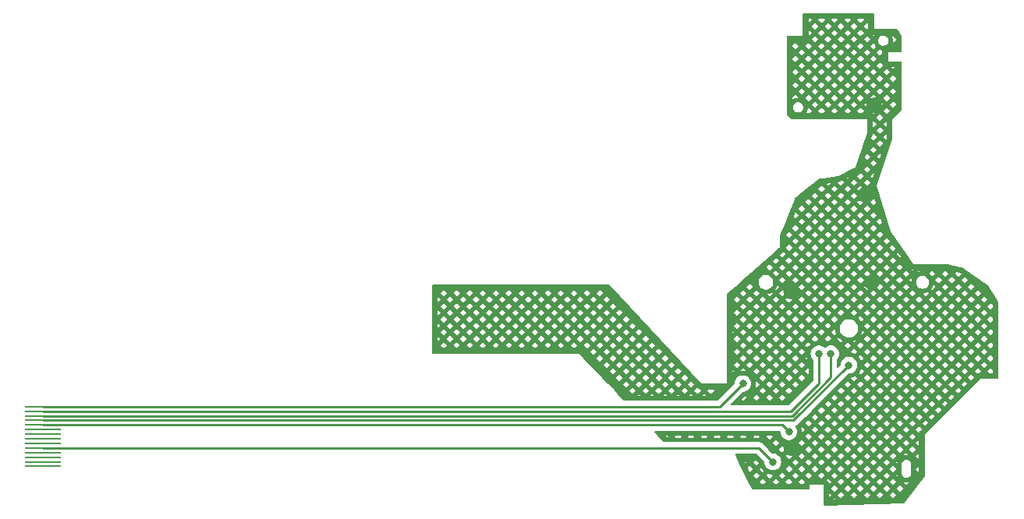
<source format=gbr>
%TF.GenerationSoftware,KiCad,Pcbnew,8.0.4*%
%TF.CreationDate,2024-09-23T09:04:20+01:00*%
%TF.ProjectId,right,72696768-742e-46b6-9963-61645f706362,rev?*%
%TF.SameCoordinates,Original*%
%TF.FileFunction,Copper,L2,Bot*%
%TF.FilePolarity,Positive*%
%FSLAX46Y46*%
G04 Gerber Fmt 4.6, Leading zero omitted, Abs format (unit mm)*
G04 Created by KiCad (PCBNEW 8.0.4) date 2024-09-23 09:04:20*
%MOMM*%
%LPD*%
G01*
G04 APERTURE LIST*
%TA.AperFunction,SMDPad,CuDef*%
%ADD10R,4.000000X0.250000*%
%TD*%
%TA.AperFunction,ViaPad*%
%ADD11C,0.800000*%
%TD*%
%TA.AperFunction,Conductor*%
%ADD12C,0.250000*%
%TD*%
G04 APERTURE END LIST*
D10*
%TO.P,C1,1,1*%
%TO.N,/Square*%
X99000000Y-123750000D03*
%TO.P,C1,2,2*%
%TO.N,/R1*%
X99000000Y-124250000D03*
%TO.P,C1,3,3*%
%TO.N,/Triangle*%
X99000000Y-124750000D03*
%TO.P,C1,4,4*%
%TO.N,/Circle*%
X99000000Y-125250000D03*
%TO.P,C1,5,5*%
%TO.N,/cross*%
X99000000Y-125750000D03*
%TO.P,C1,6,6*%
%TO.N,unconnected-(C1-Pad6)*%
X99000000Y-126250000D03*
%TO.P,C1,7,7*%
%TO.N,unconnected-(C1-Pad7)*%
X99000000Y-126750000D03*
%TO.P,C1,8,8*%
%TO.N,unconnected-(C1-Pad8)*%
X99000000Y-127250000D03*
%TO.P,C1,9,9*%
%TO.N,unconnected-(C1-Pad9)*%
X99000000Y-127750000D03*
%TO.P,C1,10,10*%
%TO.N,/keyPower*%
X99000000Y-128250000D03*
%TO.P,C1,11,11*%
%TO.N,unconnected-(C1-Pad11)*%
X99000000Y-128750000D03*
%TO.P,C1,12,12*%
%TO.N,unconnected-(C1-Pad12)*%
X99000000Y-129250000D03*
%TO.P,C1,13,13*%
%TO.N,unconnected-(C1-Pad13)*%
X99000000Y-129750000D03*
%TO.P,C1,14,14*%
%TO.N,unconnected-(C1-Pad14)*%
X99000000Y-130250000D03*
%TD*%
D11*
%TO.N,/gnd*%
X180225184Y-111249873D03*
X189000000Y-110250000D03*
X189250000Y-91000000D03*
X188225184Y-100749873D03*
X180250000Y-128249873D03*
%TO.N,/cross*%
X180000000Y-126500000D03*
%TO.N,/Circle*%
X186500000Y-119249873D03*
%TO.N,/Triangle*%
X184550038Y-117999873D03*
%TO.N,/R1*%
X183250000Y-117999873D03*
%TO.N,/Square*%
X175000000Y-121249873D03*
%TO.N,/keyPower*%
X178250000Y-129749873D03*
%TD*%
D12*
%TO.N,/gnd*%
X180525305Y-128249873D02*
X180250000Y-128249873D01*
%TO.N,/cross*%
X179249873Y-125749873D02*
X101500000Y-125749873D01*
X101499873Y-125750000D02*
X99000000Y-125750000D01*
X180000000Y-126500000D02*
X179249873Y-125749873D01*
X101500000Y-125749873D02*
X101499873Y-125750000D01*
%TO.N,/Circle*%
X101500000Y-125249873D02*
X101499873Y-125250000D01*
X180500000Y-125249873D02*
X186500000Y-119249873D01*
X101500000Y-125249873D02*
X180500000Y-125249873D01*
X101499873Y-125250000D02*
X99000000Y-125250000D01*
%TO.N,/Triangle*%
X101500000Y-124749873D02*
X101499873Y-124750000D01*
X101500000Y-124749873D02*
X180363604Y-124749873D01*
X101499873Y-124750000D02*
X99000000Y-124750000D01*
X184550038Y-120563439D02*
X184550038Y-117999873D01*
X180363604Y-124749873D02*
X184550038Y-120563439D01*
%TO.N,/R1*%
X183250000Y-121227081D02*
X183250000Y-117999873D01*
X101499873Y-124250000D02*
X99000000Y-124250000D01*
X101500000Y-124249873D02*
X101499873Y-124250000D01*
X180227208Y-124249873D02*
X183250000Y-121227081D01*
X101500000Y-124249873D02*
X180227208Y-124249873D01*
%TO.N,/Square*%
X101499873Y-123750000D02*
X99000000Y-123750000D01*
X172500000Y-123749873D02*
X175000000Y-121249873D01*
X101500000Y-123749873D02*
X101499873Y-123750000D01*
X101500000Y-123749873D02*
X172500000Y-123749873D01*
%TO.N,/keyPower*%
X101500000Y-128249873D02*
X101499873Y-128250000D01*
X178250000Y-129749873D02*
X176750000Y-128249873D01*
X176750000Y-128249873D02*
X101500000Y-128249873D01*
X101499873Y-128250000D02*
X99000000Y-128250000D01*
%TD*%
%TA.AperFunction,Conductor*%
%TO.N,/gnd*%
G36*
X189193039Y-81019685D02*
G01*
X189238794Y-81072489D01*
X189250000Y-81124000D01*
X189250000Y-82750000D01*
X191683637Y-82750000D01*
X191750676Y-82769685D01*
X191786811Y-82805217D01*
X192229174Y-83468761D01*
X192249982Y-83535460D01*
X192250000Y-83537544D01*
X192250000Y-85125873D01*
X192230315Y-85192912D01*
X192177511Y-85238667D01*
X192126000Y-85249873D01*
X191250000Y-85249873D01*
X191248760Y-85249918D01*
X191244256Y-85250000D01*
X190750000Y-85250000D01*
X190750000Y-85723343D01*
X190748738Y-85740988D01*
X190747457Y-85749898D01*
X190747457Y-85749899D01*
X190748738Y-85758809D01*
X190750000Y-85776456D01*
X190750000Y-86250000D01*
X192126000Y-86250000D01*
X192193039Y-86269685D01*
X192238794Y-86322489D01*
X192250000Y-86374000D01*
X192250000Y-91448637D01*
X192230315Y-91515676D01*
X192213681Y-91536318D01*
X191285259Y-92464739D01*
X191283261Y-92465829D01*
X191250000Y-92499873D01*
X191250000Y-94728801D01*
X191243038Y-94769764D01*
X189499999Y-99749873D01*
X189499997Y-99749994D01*
X190999999Y-104749998D01*
X190999999Y-104749999D01*
X192812726Y-107287817D01*
X193500000Y-108250000D01*
X197232633Y-108250000D01*
X197266698Y-108254771D01*
X197511455Y-108324701D01*
X198980001Y-108744286D01*
X199017037Y-108761926D01*
X201479209Y-110485446D01*
X201479329Y-110485530D01*
X201513371Y-110521394D01*
X202517760Y-112128415D01*
X202731152Y-112469843D01*
X202750000Y-112535563D01*
X202750000Y-120625873D01*
X202730315Y-120692912D01*
X202677511Y-120738667D01*
X202626000Y-120749873D01*
X200749999Y-120749873D01*
X200747813Y-120752150D01*
X200746044Y-120753955D01*
X194750000Y-126749999D01*
X194750000Y-131208666D01*
X194730315Y-131275705D01*
X194725200Y-131283066D01*
X192535880Y-134202158D01*
X192479909Y-134243979D01*
X192440221Y-134251707D01*
X183877541Y-134496355D01*
X183809967Y-134478594D01*
X183762723Y-134427118D01*
X183750000Y-134372406D01*
X183750000Y-133845872D01*
X184795526Y-133845872D01*
X185091305Y-133837421D01*
X184947641Y-133693757D01*
X184795526Y-133845872D01*
X183750000Y-133845872D01*
X183750000Y-133563123D01*
X184374000Y-133563123D01*
X184595503Y-133341620D01*
X185299780Y-133341620D01*
X185654748Y-133696588D01*
X186009716Y-133341620D01*
X186713994Y-133341620D01*
X187068962Y-133696588D01*
X187423930Y-133341620D01*
X188128207Y-133341620D01*
X188483174Y-133696587D01*
X188838142Y-133341620D01*
X189542421Y-133341620D01*
X189897388Y-133696587D01*
X190252356Y-133341619D01*
X190956634Y-133341619D01*
X191275738Y-133660723D01*
X191349576Y-133658613D01*
X191666569Y-133341620D01*
X192370848Y-133341620D01*
X192388239Y-133359011D01*
X192492588Y-133219879D01*
X192370848Y-133341620D01*
X191666569Y-133341620D01*
X191666570Y-133341619D01*
X191311602Y-132986651D01*
X190956634Y-133341619D01*
X190252356Y-133341619D01*
X189897389Y-132986652D01*
X189542421Y-133341620D01*
X188838142Y-133341620D01*
X188838143Y-133341619D01*
X188483175Y-132986651D01*
X188128207Y-133341620D01*
X187423930Y-133341620D01*
X187068962Y-132986652D01*
X186713994Y-133341620D01*
X186009716Y-133341620D01*
X185654748Y-132986652D01*
X185299780Y-133341620D01*
X184595503Y-133341620D01*
X184374000Y-133120117D01*
X184374000Y-133563123D01*
X183750000Y-133563123D01*
X183750000Y-132634513D01*
X184592673Y-132634513D01*
X184947641Y-132989481D01*
X185302610Y-132634513D01*
X186006887Y-132634513D01*
X186361855Y-132989481D01*
X186716823Y-132634513D01*
X187421101Y-132634513D01*
X187776069Y-132989481D01*
X188131037Y-132634513D01*
X188835314Y-132634513D01*
X189190282Y-132989481D01*
X189545250Y-132634513D01*
X190249528Y-132634513D01*
X190604496Y-132989481D01*
X190959464Y-132634513D01*
X191663741Y-132634513D01*
X192018709Y-132989481D01*
X192373677Y-132634513D01*
X192018709Y-132279545D01*
X191663741Y-132634513D01*
X190959464Y-132634513D01*
X190604496Y-132279545D01*
X190249528Y-132634513D01*
X189545250Y-132634513D01*
X189190282Y-132279545D01*
X188835314Y-132634513D01*
X188131037Y-132634513D01*
X187776069Y-132279545D01*
X187421101Y-132634513D01*
X186716823Y-132634513D01*
X186361855Y-132279545D01*
X186006887Y-132634513D01*
X185302610Y-132634513D01*
X184947641Y-132279544D01*
X184592673Y-132634513D01*
X183750000Y-132634513D01*
X183750000Y-132250000D01*
X182250000Y-132250000D01*
X182250000Y-132626000D01*
X182230315Y-132693039D01*
X182177511Y-132738794D01*
X182126000Y-132750000D01*
X176076700Y-132750000D01*
X176009661Y-132730315D01*
X175965791Y-132681454D01*
X175588767Y-131927406D01*
X176814499Y-131927406D01*
X177013093Y-132126000D01*
X177325841Y-132126000D01*
X177524435Y-131927406D01*
X177524434Y-131927405D01*
X178228712Y-131927405D01*
X178427307Y-132126000D01*
X178740055Y-132126000D01*
X178938649Y-131927406D01*
X179642926Y-131927406D01*
X179841520Y-132126000D01*
X180154268Y-132126000D01*
X180352862Y-131927406D01*
X181057140Y-131927406D01*
X181255734Y-132126000D01*
X181568482Y-132126000D01*
X181626000Y-132068482D01*
X181626000Y-132042893D01*
X181645685Y-131975854D01*
X181662318Y-131955212D01*
X181728599Y-131888929D01*
X181554922Y-131715252D01*
X184097721Y-131715252D01*
X184337681Y-131955212D01*
X184371166Y-132016535D01*
X184374000Y-132042893D01*
X184374000Y-132148909D01*
X184595503Y-131927406D01*
X185299780Y-131927406D01*
X185654748Y-132282374D01*
X186009716Y-131927406D01*
X186713994Y-131927406D01*
X187068962Y-132282374D01*
X187423930Y-131927406D01*
X188128207Y-131927406D01*
X188483175Y-132282374D01*
X188838143Y-131927406D01*
X189542421Y-131927406D01*
X189897389Y-132282374D01*
X190252357Y-131927406D01*
X190956634Y-131927406D01*
X191311602Y-132282374D01*
X191666571Y-131927406D01*
X192370848Y-131927406D01*
X192725816Y-132282374D01*
X193055446Y-131952743D01*
X193048974Y-131954898D01*
X193014822Y-131964927D01*
X193006242Y-131967117D01*
X192988792Y-131970913D01*
X192980081Y-131972485D01*
X192803257Y-131997908D01*
X192794456Y-131998854D01*
X192776644Y-132000128D01*
X192767798Y-132000444D01*
X192732202Y-132000444D01*
X192723356Y-132000128D01*
X192705544Y-131998854D01*
X192696743Y-131997908D01*
X192519919Y-131972485D01*
X192511208Y-131970913D01*
X192493758Y-131967117D01*
X192485178Y-131964927D01*
X192451026Y-131954898D01*
X192442635Y-131952105D01*
X192425903Y-131945865D01*
X192417720Y-131942476D01*
X192375197Y-131923056D01*
X192370848Y-131927406D01*
X191666571Y-131927406D01*
X191311602Y-131572437D01*
X190956634Y-131927406D01*
X190252357Y-131927406D01*
X189897389Y-131572438D01*
X189542421Y-131927406D01*
X188838143Y-131927406D01*
X188483175Y-131572437D01*
X188128207Y-131927406D01*
X187423930Y-131927406D01*
X187068962Y-131572438D01*
X186713994Y-131927406D01*
X186009716Y-131927406D01*
X185654748Y-131572438D01*
X185299780Y-131927406D01*
X184595503Y-131927406D01*
X184240535Y-131572438D01*
X184097721Y-131715252D01*
X181554922Y-131715252D01*
X181412108Y-131572438D01*
X181057140Y-131927406D01*
X180352862Y-131927406D01*
X179997894Y-131572438D01*
X179642926Y-131927406D01*
X178938649Y-131927406D01*
X178583680Y-131572437D01*
X178228712Y-131927405D01*
X177524434Y-131927405D01*
X177169467Y-131572438D01*
X176814499Y-131927406D01*
X175588767Y-131927406D01*
X175235213Y-131220299D01*
X176107392Y-131220299D01*
X176462360Y-131575267D01*
X176817328Y-131220299D01*
X176817327Y-131220298D01*
X177521605Y-131220298D01*
X177876574Y-131575267D01*
X178231542Y-131220299D01*
X178935819Y-131220299D01*
X179290787Y-131575267D01*
X179645755Y-131220299D01*
X180350033Y-131220299D01*
X180705001Y-131575267D01*
X181059969Y-131220299D01*
X181764246Y-131220299D01*
X182119214Y-131575267D01*
X182474181Y-131220299D01*
X183178460Y-131220299D01*
X183533428Y-131575267D01*
X183888396Y-131220299D01*
X184592673Y-131220299D01*
X184947641Y-131575267D01*
X185302610Y-131220299D01*
X186006887Y-131220299D01*
X186361855Y-131575267D01*
X186716823Y-131220299D01*
X187421101Y-131220299D01*
X187776069Y-131575267D01*
X188131037Y-131220299D01*
X188835314Y-131220299D01*
X189190282Y-131575267D01*
X189545250Y-131220299D01*
X190249528Y-131220299D01*
X190604496Y-131575267D01*
X190959464Y-131220299D01*
X191663741Y-131220299D01*
X191825775Y-131382333D01*
X191822826Y-131374425D01*
X191820032Y-131366029D01*
X191770327Y-131196752D01*
X191768376Y-131189245D01*
X191764918Y-131173999D01*
X191763441Y-131166399D01*
X191758459Y-131135643D01*
X191757459Y-131127951D01*
X191757336Y-131126703D01*
X191663741Y-131220299D01*
X190959464Y-131220299D01*
X190604496Y-130865331D01*
X190249528Y-131220299D01*
X189545250Y-131220299D01*
X189190282Y-130865331D01*
X188835314Y-131220299D01*
X188131037Y-131220299D01*
X187776069Y-130865331D01*
X187421101Y-131220299D01*
X186716823Y-131220299D01*
X186361855Y-130865331D01*
X186006887Y-131220299D01*
X185302610Y-131220299D01*
X184947641Y-130865330D01*
X184592673Y-131220299D01*
X183888396Y-131220299D01*
X183533428Y-130865331D01*
X183178460Y-131220299D01*
X182474181Y-131220299D01*
X182474182Y-131220298D01*
X182119214Y-130865330D01*
X181764246Y-131220299D01*
X181059969Y-131220299D01*
X180705001Y-130865331D01*
X180350033Y-131220299D01*
X179645755Y-131220299D01*
X179290787Y-130865331D01*
X178935819Y-131220299D01*
X178231542Y-131220299D01*
X178159616Y-131148373D01*
X178142306Y-131148373D01*
X178135812Y-131148203D01*
X178122732Y-131147517D01*
X178116260Y-131147007D01*
X178090314Y-131144279D01*
X178083885Y-131143433D01*
X178070959Y-131141386D01*
X178064573Y-131140202D01*
X177853899Y-131095422D01*
X177847588Y-131093907D01*
X177834943Y-131090519D01*
X177828724Y-131088677D01*
X177803910Y-131080616D01*
X177797779Y-131078445D01*
X177785552Y-131073751D01*
X177779558Y-131071268D01*
X177704192Y-131037712D01*
X177521605Y-131220298D01*
X176817327Y-131220298D01*
X176462360Y-130865331D01*
X176107392Y-131220299D01*
X175235213Y-131220299D01*
X174822004Y-130393881D01*
X175519594Y-130393881D01*
X175756240Y-130867173D01*
X176110221Y-130513192D01*
X176814498Y-130513192D01*
X177169466Y-130868160D01*
X177277642Y-130759984D01*
X177138654Y-130605623D01*
X177134438Y-130600687D01*
X177126200Y-130590514D01*
X177122252Y-130585369D01*
X177106915Y-130564262D01*
X177103233Y-130558906D01*
X177096100Y-130547922D01*
X177092709Y-130542386D01*
X176985020Y-130355861D01*
X176981924Y-130350160D01*
X176980441Y-130347249D01*
X176814498Y-130513192D01*
X176110221Y-130513192D01*
X175755252Y-130158223D01*
X175519594Y-130393881D01*
X174822004Y-130393881D01*
X174350688Y-129451248D01*
X175048277Y-129451248D01*
X175284834Y-129924363D01*
X175403114Y-129806085D01*
X176107391Y-129806085D01*
X176462359Y-130161053D01*
X176767336Y-129856077D01*
X176412368Y-129501109D01*
X176107391Y-129806085D01*
X175403114Y-129806085D01*
X175048277Y-129451248D01*
X174350688Y-129451248D01*
X174152477Y-129054827D01*
X174140102Y-128986062D01*
X174166870Y-128921523D01*
X174224280Y-128881701D01*
X174263386Y-128875373D01*
X176439548Y-128875373D01*
X176506587Y-128895058D01*
X176527229Y-128911692D01*
X177311038Y-129695502D01*
X177344523Y-129756825D01*
X177346678Y-129770221D01*
X177350123Y-129802994D01*
X177364326Y-129938129D01*
X177364327Y-129938132D01*
X177422818Y-130118150D01*
X177422821Y-130118157D01*
X177517467Y-130282089D01*
X177578759Y-130350160D01*
X177644129Y-130422761D01*
X177797265Y-130534021D01*
X177797270Y-130534024D01*
X177970192Y-130611015D01*
X177970197Y-130611017D01*
X178155354Y-130650373D01*
X178155355Y-130650373D01*
X178344644Y-130650373D01*
X178344646Y-130650373D01*
X178529803Y-130611017D01*
X178702730Y-130534024D01*
X178731403Y-130513192D01*
X179642925Y-130513192D01*
X179997894Y-130868161D01*
X180352862Y-130513192D01*
X181057139Y-130513192D01*
X181412108Y-130868161D01*
X181767076Y-130513192D01*
X182471352Y-130513192D01*
X182826321Y-130868161D01*
X183181289Y-130513192D01*
X183885566Y-130513192D01*
X184240535Y-130868161D01*
X184595503Y-130513192D01*
X185299779Y-130513192D01*
X185654748Y-130868161D01*
X186009716Y-130513192D01*
X186713993Y-130513192D01*
X187068962Y-130868161D01*
X187423930Y-130513192D01*
X188128206Y-130513192D01*
X188483175Y-130868161D01*
X188838143Y-130513192D01*
X189542420Y-130513192D01*
X189897389Y-130868161D01*
X190252357Y-130513192D01*
X190956634Y-130513192D01*
X191311602Y-130868161D01*
X191666571Y-130513192D01*
X191311602Y-130158224D01*
X190956634Y-130513192D01*
X190252357Y-130513192D01*
X189897389Y-130158224D01*
X189542420Y-130513192D01*
X188838143Y-130513192D01*
X188483175Y-130158224D01*
X188128206Y-130513192D01*
X187423930Y-130513192D01*
X187068962Y-130158224D01*
X186713993Y-130513192D01*
X186009716Y-130513192D01*
X185654748Y-130158224D01*
X185299779Y-130513192D01*
X184595503Y-130513192D01*
X184240535Y-130158224D01*
X183885566Y-130513192D01*
X183181289Y-130513192D01*
X182826321Y-130158224D01*
X182471352Y-130513192D01*
X181767076Y-130513192D01*
X181412108Y-130158224D01*
X181057139Y-130513192D01*
X180352862Y-130513192D01*
X179997894Y-130158224D01*
X179642925Y-130513192D01*
X178731403Y-130513192D01*
X178855871Y-130422761D01*
X178982533Y-130282089D01*
X179077179Y-130118157D01*
X179135674Y-129938129D01*
X179149552Y-129806086D01*
X180350033Y-129806086D01*
X180705001Y-130161054D01*
X181059969Y-129806086D01*
X181764246Y-129806086D01*
X182119214Y-130161054D01*
X182474182Y-129806086D01*
X183178460Y-129806086D01*
X183533428Y-130161054D01*
X183888396Y-129806086D01*
X184592673Y-129806086D01*
X184947641Y-130161054D01*
X185302610Y-129806086D01*
X186006887Y-129806086D01*
X186361855Y-130161054D01*
X186716823Y-129806086D01*
X187421101Y-129806086D01*
X187776069Y-130161054D01*
X188131037Y-129806086D01*
X188835314Y-129806086D01*
X189190282Y-130161054D01*
X189545250Y-129806086D01*
X190249528Y-129806086D01*
X190604496Y-130161054D01*
X190765669Y-129999881D01*
X192250000Y-129999881D01*
X192250000Y-130999864D01*
X192252544Y-131071396D01*
X192252544Y-131071398D01*
X192292844Y-131208647D01*
X192292845Y-131208649D01*
X192370182Y-131328987D01*
X192478290Y-131422663D01*
X192543349Y-131452374D01*
X192608408Y-131482086D01*
X192626206Y-131484645D01*
X192750000Y-131502444D01*
X192891591Y-131482086D01*
X193021710Y-131422663D01*
X193129818Y-131328987D01*
X193140410Y-131312505D01*
X193695684Y-131312505D01*
X193787891Y-131220299D01*
X193736141Y-131168549D01*
X193735082Y-131173999D01*
X193731624Y-131189245D01*
X193729673Y-131196752D01*
X193695684Y-131312505D01*
X193140410Y-131312505D01*
X193207155Y-131208649D01*
X193247456Y-131071396D01*
X193250000Y-130999873D01*
X193250000Y-130513192D01*
X193785061Y-130513192D01*
X194126000Y-130854131D01*
X194126000Y-130172254D01*
X193785061Y-130513192D01*
X193250000Y-130513192D01*
X193250000Y-129999873D01*
X193247456Y-129928350D01*
X193207155Y-129791097D01*
X193164646Y-129724952D01*
X193706757Y-129724952D01*
X193729673Y-129802994D01*
X193731624Y-129810501D01*
X193735082Y-129825747D01*
X193736559Y-129833347D01*
X193739914Y-129854062D01*
X193787891Y-129806086D01*
X193706757Y-129724952D01*
X193164646Y-129724952D01*
X193129818Y-129670759D01*
X193021710Y-129577083D01*
X193021708Y-129577082D01*
X192891591Y-129517659D01*
X192750000Y-129497302D01*
X192608408Y-129517659D01*
X192478291Y-129577082D01*
X192478288Y-129577084D01*
X192370180Y-129670761D01*
X192292844Y-129791098D01*
X192252544Y-129928347D01*
X192252544Y-129928349D01*
X192250000Y-129999881D01*
X190765669Y-129999881D01*
X190959464Y-129806086D01*
X191663741Y-129806086D01*
X191755320Y-129897665D01*
X191755412Y-129895081D01*
X191755929Y-129887353D01*
X191757459Y-129871795D01*
X191758459Y-129864103D01*
X191763441Y-129833347D01*
X191764918Y-129825747D01*
X191768376Y-129810501D01*
X191770327Y-129802994D01*
X191813348Y-129656478D01*
X191663741Y-129806086D01*
X190959464Y-129806086D01*
X190604496Y-129451118D01*
X190249528Y-129806086D01*
X189545250Y-129806086D01*
X189190282Y-129451118D01*
X188835314Y-129806086D01*
X188131037Y-129806086D01*
X187776069Y-129451118D01*
X187421101Y-129806086D01*
X186716823Y-129806086D01*
X186361855Y-129451118D01*
X186006887Y-129806086D01*
X185302610Y-129806086D01*
X184947641Y-129451117D01*
X184592673Y-129806086D01*
X183888396Y-129806086D01*
X183533428Y-129451118D01*
X183178460Y-129806086D01*
X182474182Y-129806086D01*
X182119214Y-129451117D01*
X181764246Y-129806086D01*
X181059969Y-129806086D01*
X180705001Y-129451118D01*
X180350033Y-129806086D01*
X179149552Y-129806086D01*
X179155460Y-129749873D01*
X179135674Y-129561617D01*
X179077179Y-129381589D01*
X178982533Y-129217657D01*
X178875674Y-129098978D01*
X179642925Y-129098978D01*
X179997894Y-129453947D01*
X180352862Y-129098979D01*
X181057140Y-129098979D01*
X181412108Y-129453947D01*
X181767076Y-129098979D01*
X182471353Y-129098979D01*
X182826321Y-129453947D01*
X183181289Y-129098979D01*
X183885567Y-129098979D01*
X184240535Y-129453947D01*
X184595503Y-129098979D01*
X185299780Y-129098979D01*
X185654748Y-129453947D01*
X186009716Y-129098979D01*
X186713994Y-129098979D01*
X187068962Y-129453947D01*
X187423930Y-129098979D01*
X188128207Y-129098979D01*
X188483175Y-129453947D01*
X188838143Y-129098979D01*
X189542421Y-129098979D01*
X189897389Y-129453947D01*
X190252357Y-129098979D01*
X190956634Y-129098979D01*
X191311602Y-129453947D01*
X191666571Y-129098979D01*
X193785062Y-129098979D01*
X194126000Y-129439917D01*
X194126000Y-128758041D01*
X193785062Y-129098979D01*
X191666571Y-129098979D01*
X191629202Y-129061610D01*
X192408216Y-129061610D01*
X192417721Y-129057270D01*
X192425903Y-129053881D01*
X192442635Y-129047641D01*
X192451026Y-129044848D01*
X192485178Y-129034819D01*
X192493758Y-129032629D01*
X192511208Y-129028833D01*
X192519919Y-129027261D01*
X192696743Y-129001838D01*
X192705544Y-129000892D01*
X192723356Y-128999618D01*
X192732202Y-128999302D01*
X192767798Y-128999302D01*
X192776644Y-128999618D01*
X192794456Y-129000892D01*
X192803257Y-129001838D01*
X192980081Y-129027261D01*
X192988792Y-129028833D01*
X193006242Y-129032629D01*
X193014822Y-129034819D01*
X193017373Y-129035568D01*
X192725816Y-128744011D01*
X192408216Y-129061610D01*
X191629202Y-129061610D01*
X191311602Y-128744010D01*
X190956634Y-129098979D01*
X190252357Y-129098979D01*
X189897389Y-128744011D01*
X189542421Y-129098979D01*
X188838143Y-129098979D01*
X188483175Y-128744010D01*
X188128207Y-129098979D01*
X187423930Y-129098979D01*
X187068962Y-128744011D01*
X186713994Y-129098979D01*
X186009716Y-129098979D01*
X185654748Y-128744011D01*
X185299780Y-129098979D01*
X184595503Y-129098979D01*
X184240535Y-128744011D01*
X183885567Y-129098979D01*
X183181289Y-129098979D01*
X182826321Y-128744011D01*
X182471353Y-129098979D01*
X181767076Y-129098979D01*
X181412108Y-128744011D01*
X181057140Y-129098979D01*
X180352862Y-129098979D01*
X180327756Y-129073873D01*
X180165005Y-129073873D01*
X180135329Y-129070270D01*
X179970278Y-129029588D01*
X179942329Y-129018988D01*
X179798436Y-128943468D01*
X179642925Y-129098978D01*
X178875674Y-129098978D01*
X178855871Y-129076985D01*
X178846629Y-129070270D01*
X178702734Y-128965724D01*
X178702729Y-128965721D01*
X178529807Y-128888730D01*
X178529802Y-128888728D01*
X178353881Y-128851336D01*
X178344646Y-128849373D01*
X178344645Y-128849373D01*
X178285453Y-128849373D01*
X178218414Y-128829688D01*
X178197772Y-128813054D01*
X177776590Y-128391872D01*
X178935819Y-128391872D01*
X179290786Y-128746839D01*
X179483949Y-128553676D01*
X179449407Y-128462595D01*
X179442253Y-128433570D01*
X179437190Y-128391872D01*
X181764246Y-128391872D01*
X182119214Y-128746840D01*
X182474182Y-128391872D01*
X183178460Y-128391872D01*
X183533428Y-128746840D01*
X183888396Y-128391872D01*
X184592673Y-128391872D01*
X184947641Y-128746840D01*
X185302610Y-128391872D01*
X186006887Y-128391872D01*
X186361855Y-128746840D01*
X186716823Y-128391872D01*
X187421101Y-128391872D01*
X187776069Y-128746840D01*
X188131037Y-128391872D01*
X188835314Y-128391872D01*
X189190282Y-128746840D01*
X189545250Y-128391872D01*
X190249528Y-128391872D01*
X190604496Y-128746840D01*
X190959464Y-128391872D01*
X191663741Y-128391872D01*
X192018709Y-128746840D01*
X192373677Y-128391872D01*
X193077955Y-128391872D01*
X193432923Y-128746840D01*
X193787891Y-128391872D01*
X193432923Y-128036904D01*
X193077955Y-128391872D01*
X192373677Y-128391872D01*
X192018709Y-128036904D01*
X191663741Y-128391872D01*
X190959464Y-128391872D01*
X190604496Y-128036904D01*
X190249528Y-128391872D01*
X189545250Y-128391872D01*
X189190282Y-128036904D01*
X188835314Y-128391872D01*
X188131037Y-128391872D01*
X187776069Y-128036904D01*
X187421101Y-128391872D01*
X186716823Y-128391872D01*
X186361855Y-128036904D01*
X186006887Y-128391872D01*
X185302610Y-128391872D01*
X184947641Y-128036903D01*
X184592673Y-128391872D01*
X183888396Y-128391872D01*
X183533428Y-128036904D01*
X183178460Y-128391872D01*
X182474182Y-128391872D01*
X182119214Y-128036903D01*
X181764246Y-128391872D01*
X179437190Y-128391872D01*
X179421763Y-128264819D01*
X179421763Y-128234927D01*
X179429022Y-128175139D01*
X179290787Y-128036904D01*
X178935819Y-128391872D01*
X177776590Y-128391872D01*
X177242928Y-127858211D01*
X177242925Y-127858207D01*
X177242925Y-127858208D01*
X177235858Y-127851141D01*
X177235858Y-127851140D01*
X177148733Y-127764015D01*
X177148732Y-127764014D01*
X177148731Y-127764013D01*
X177097509Y-127729788D01*
X177046287Y-127695562D01*
X177046286Y-127695561D01*
X177046283Y-127695559D01*
X177046280Y-127695558D01*
X177020222Y-127684765D01*
X178228712Y-127684765D01*
X178583680Y-128039733D01*
X178938649Y-127684765D01*
X181057139Y-127684765D01*
X181412108Y-128039733D01*
X181767076Y-127684765D01*
X182471352Y-127684765D01*
X182826321Y-128039733D01*
X183181289Y-127684765D01*
X183885566Y-127684765D01*
X184240535Y-128039733D01*
X184595503Y-127684765D01*
X185299779Y-127684765D01*
X185654748Y-128039733D01*
X186009716Y-127684765D01*
X186713993Y-127684765D01*
X187068962Y-128039733D01*
X187423930Y-127684765D01*
X188128206Y-127684765D01*
X188483175Y-128039733D01*
X188838143Y-127684765D01*
X189542420Y-127684765D01*
X189897389Y-128039733D01*
X190252357Y-127684765D01*
X190956634Y-127684765D01*
X191311602Y-128039733D01*
X191666571Y-127684765D01*
X192370847Y-127684765D01*
X192725816Y-128039733D01*
X193080784Y-127684765D01*
X193785061Y-127684765D01*
X194126000Y-128025703D01*
X194126000Y-127343827D01*
X193785061Y-127684765D01*
X193080784Y-127684765D01*
X192725816Y-127329797D01*
X192370847Y-127684765D01*
X191666571Y-127684765D01*
X191311602Y-127329796D01*
X190956634Y-127684765D01*
X190252357Y-127684765D01*
X189897389Y-127329797D01*
X189542420Y-127684765D01*
X188838143Y-127684765D01*
X188483175Y-127329796D01*
X188128206Y-127684765D01*
X187423930Y-127684765D01*
X187068962Y-127329797D01*
X186713993Y-127684765D01*
X186009716Y-127684765D01*
X185654748Y-127329797D01*
X185299779Y-127684765D01*
X184595503Y-127684765D01*
X184240535Y-127329797D01*
X183885566Y-127684765D01*
X183181289Y-127684765D01*
X182826321Y-127329797D01*
X182471352Y-127684765D01*
X181767076Y-127684765D01*
X181412108Y-127329797D01*
X181057139Y-127684765D01*
X178938649Y-127684765D01*
X178583680Y-127329796D01*
X178228712Y-127684765D01*
X177020222Y-127684765D01*
X176965792Y-127662220D01*
X176932453Y-127648410D01*
X176922427Y-127646416D01*
X176872029Y-127636391D01*
X176811610Y-127624373D01*
X176811607Y-127624373D01*
X176811606Y-127624373D01*
X166479827Y-127624373D01*
X166412788Y-127604688D01*
X166390084Y-127585942D01*
X166213267Y-127400500D01*
X165710658Y-126873373D01*
X166572849Y-126873373D01*
X166792135Y-127103356D01*
X166917833Y-126977659D01*
X167622111Y-126977659D01*
X167770825Y-127126373D01*
X168183333Y-127126373D01*
X168332047Y-126977659D01*
X169036324Y-126977659D01*
X169185038Y-127126373D01*
X169597546Y-127126373D01*
X169746260Y-126977659D01*
X170450538Y-126977659D01*
X170599252Y-127126373D01*
X171011760Y-127126373D01*
X171160474Y-126977659D01*
X171864751Y-126977659D01*
X172013465Y-127126373D01*
X172425973Y-127126373D01*
X172574686Y-126977659D01*
X173278965Y-126977659D01*
X173427679Y-127126373D01*
X173840187Y-127126373D01*
X173988901Y-126977659D01*
X174693179Y-126977659D01*
X174841893Y-127126373D01*
X175254401Y-127126373D01*
X175403115Y-126977659D01*
X176107392Y-126977659D01*
X176256106Y-127126373D01*
X176668614Y-127126373D01*
X176817328Y-126977659D01*
X177521606Y-126977659D01*
X177876574Y-127332627D01*
X178231542Y-126977659D01*
X178127256Y-126873373D01*
X177625892Y-126873373D01*
X177521606Y-126977659D01*
X176817328Y-126977659D01*
X176713042Y-126873373D01*
X176211678Y-126873373D01*
X176107392Y-126977659D01*
X175403115Y-126977659D01*
X175298829Y-126873373D01*
X174797465Y-126873373D01*
X174693179Y-126977659D01*
X173988901Y-126977659D01*
X173884615Y-126873373D01*
X173383251Y-126873373D01*
X173278965Y-126977659D01*
X172574686Y-126977659D01*
X172574687Y-126977658D01*
X172470402Y-126873373D01*
X171969037Y-126873373D01*
X171864751Y-126977659D01*
X171160474Y-126977659D01*
X171056188Y-126873373D01*
X170554824Y-126873373D01*
X170450538Y-126977659D01*
X169746260Y-126977659D01*
X169641974Y-126873373D01*
X169140610Y-126873373D01*
X169036324Y-126977659D01*
X168332047Y-126977659D01*
X168227761Y-126873373D01*
X167726397Y-126873373D01*
X167622111Y-126977659D01*
X166917833Y-126977659D01*
X166813547Y-126873373D01*
X166572849Y-126873373D01*
X165710658Y-126873373D01*
X165705799Y-126868277D01*
X165435643Y-126584942D01*
X165403627Y-126522839D01*
X165410269Y-126453286D01*
X165453460Y-126398365D01*
X165519487Y-126375513D01*
X165525386Y-126375373D01*
X178939421Y-126375373D01*
X179006460Y-126395058D01*
X179027102Y-126411692D01*
X179061038Y-126445628D01*
X179094523Y-126506951D01*
X179096678Y-126520347D01*
X179104139Y-126591338D01*
X179114326Y-126688256D01*
X179114327Y-126688259D01*
X179172818Y-126868277D01*
X179172821Y-126868284D01*
X179267467Y-127032216D01*
X179331522Y-127103356D01*
X179394129Y-127172888D01*
X179547265Y-127284148D01*
X179547270Y-127284151D01*
X179720192Y-127361142D01*
X179720197Y-127361144D01*
X179905354Y-127400500D01*
X179905355Y-127400500D01*
X180094644Y-127400500D01*
X180094646Y-127400500D01*
X180279803Y-127361144D01*
X180452730Y-127284151D01*
X180605871Y-127172888D01*
X180732533Y-127032216D01*
X180764031Y-126977659D01*
X181764246Y-126977659D01*
X182119214Y-127332627D01*
X182474182Y-126977659D01*
X183178460Y-126977659D01*
X183533428Y-127332627D01*
X183888396Y-126977659D01*
X184592673Y-126977659D01*
X184947641Y-127332627D01*
X185302610Y-126977659D01*
X186006887Y-126977659D01*
X186361855Y-127332627D01*
X186716823Y-126977659D01*
X187421101Y-126977659D01*
X187776069Y-127332627D01*
X188131037Y-126977659D01*
X188835314Y-126977659D01*
X189190282Y-127332627D01*
X189545250Y-126977659D01*
X190249528Y-126977659D01*
X190604496Y-127332627D01*
X190959464Y-126977659D01*
X191663741Y-126977659D01*
X192018709Y-127332627D01*
X192373677Y-126977659D01*
X193077955Y-126977659D01*
X193432923Y-127332627D01*
X193787891Y-126977659D01*
X193432923Y-126622691D01*
X193077955Y-126977659D01*
X192373677Y-126977659D01*
X192018709Y-126622691D01*
X191663741Y-126977659D01*
X190959464Y-126977659D01*
X190604496Y-126622691D01*
X190249528Y-126977659D01*
X189545250Y-126977659D01*
X189190282Y-126622691D01*
X188835314Y-126977659D01*
X188131037Y-126977659D01*
X187776069Y-126622691D01*
X187421101Y-126977659D01*
X186716823Y-126977659D01*
X186361855Y-126622691D01*
X186006887Y-126977659D01*
X185302610Y-126977659D01*
X184947641Y-126622690D01*
X184592673Y-126977659D01*
X183888396Y-126977659D01*
X183533428Y-126622691D01*
X183178460Y-126977659D01*
X182474182Y-126977659D01*
X182119214Y-126622690D01*
X181764246Y-126977659D01*
X180764031Y-126977659D01*
X180827179Y-126868284D01*
X180885674Y-126688256D01*
X180905460Y-126500000D01*
X180885674Y-126311744D01*
X180827179Y-126131716D01*
X180770312Y-126033220D01*
X180764524Y-126023195D01*
X181315547Y-126023195D01*
X181363332Y-126170262D01*
X181365178Y-126176494D01*
X181368567Y-126189145D01*
X181370081Y-126195453D01*
X181375505Y-126220974D01*
X181376688Y-126227358D01*
X181378735Y-126240285D01*
X181379582Y-126246717D01*
X181402096Y-126460919D01*
X181402605Y-126467394D01*
X181403290Y-126480469D01*
X181403460Y-126486956D01*
X181403460Y-126513044D01*
X181403290Y-126519531D01*
X181402605Y-126532606D01*
X181402096Y-126539081D01*
X181394826Y-126608238D01*
X181412108Y-126625520D01*
X181767076Y-126270552D01*
X182471353Y-126270552D01*
X182826321Y-126625520D01*
X183181289Y-126270552D01*
X183885567Y-126270552D01*
X184240535Y-126625520D01*
X184595503Y-126270552D01*
X185299780Y-126270552D01*
X185654748Y-126625520D01*
X186009716Y-126270552D01*
X186713994Y-126270552D01*
X187068962Y-126625520D01*
X187423930Y-126270552D01*
X188128207Y-126270552D01*
X188483175Y-126625520D01*
X188838143Y-126270552D01*
X189542421Y-126270552D01*
X189897389Y-126625520D01*
X190252357Y-126270552D01*
X190956634Y-126270552D01*
X191311602Y-126625520D01*
X191666571Y-126270552D01*
X192370848Y-126270552D01*
X192725816Y-126625520D01*
X193080784Y-126270552D01*
X193785062Y-126270552D01*
X194132479Y-126617969D01*
X194135439Y-126603091D01*
X194211559Y-126419320D01*
X194238439Y-126379092D01*
X194420988Y-126196542D01*
X194140030Y-125915584D01*
X193785062Y-126270552D01*
X193080784Y-126270552D01*
X192725816Y-125915584D01*
X192370848Y-126270552D01*
X191666571Y-126270552D01*
X191311602Y-125915583D01*
X190956634Y-126270552D01*
X190252357Y-126270552D01*
X189897389Y-125915584D01*
X189542421Y-126270552D01*
X188838143Y-126270552D01*
X188483175Y-125915583D01*
X188128207Y-126270552D01*
X187423930Y-126270552D01*
X187068962Y-125915584D01*
X186713994Y-126270552D01*
X186009716Y-126270552D01*
X185654748Y-125915584D01*
X185299780Y-126270552D01*
X184595503Y-126270552D01*
X184240535Y-125915584D01*
X183885567Y-126270552D01*
X183181289Y-126270552D01*
X182826321Y-125915584D01*
X182471353Y-126270552D01*
X181767076Y-126270552D01*
X181417631Y-125921107D01*
X181362477Y-125976260D01*
X181362457Y-125976286D01*
X181315547Y-126023195D01*
X180764524Y-126023195D01*
X180739309Y-125979520D01*
X180722836Y-125911619D01*
X180745689Y-125845593D01*
X180791870Y-125808840D01*
X180790916Y-125807055D01*
X180796274Y-125804189D01*
X180796286Y-125804185D01*
X180847509Y-125769957D01*
X180898733Y-125735731D01*
X180985858Y-125648606D01*
X180985858Y-125648604D01*
X180996066Y-125638397D01*
X180996067Y-125638394D01*
X181065493Y-125568968D01*
X181769769Y-125568968D01*
X182119214Y-125918413D01*
X182474182Y-125563445D01*
X183178460Y-125563445D01*
X183533428Y-125918413D01*
X183888396Y-125563445D01*
X184592673Y-125563445D01*
X184947641Y-125918413D01*
X185302610Y-125563445D01*
X186006887Y-125563445D01*
X186361855Y-125918413D01*
X186716823Y-125563445D01*
X187421101Y-125563445D01*
X187776069Y-125918413D01*
X188131037Y-125563445D01*
X188835314Y-125563445D01*
X189190282Y-125918413D01*
X189545250Y-125563445D01*
X190249528Y-125563445D01*
X190604496Y-125918413D01*
X190959464Y-125563445D01*
X191663741Y-125563445D01*
X192018709Y-125918413D01*
X192373677Y-125563445D01*
X193077955Y-125563445D01*
X193432923Y-125918413D01*
X193787891Y-125563445D01*
X194492168Y-125563445D01*
X194773126Y-125844403D01*
X195128094Y-125489435D01*
X194847136Y-125208476D01*
X194492168Y-125563445D01*
X193787891Y-125563445D01*
X193432923Y-125208477D01*
X193077955Y-125563445D01*
X192373677Y-125563445D01*
X192018709Y-125208477D01*
X191663741Y-125563445D01*
X190959464Y-125563445D01*
X190604496Y-125208477D01*
X190249528Y-125563445D01*
X189545250Y-125563445D01*
X189190282Y-125208477D01*
X188835314Y-125563445D01*
X188131037Y-125563445D01*
X187776069Y-125208477D01*
X187421101Y-125563445D01*
X186716823Y-125563445D01*
X186361855Y-125208477D01*
X186006887Y-125563445D01*
X185302610Y-125563445D01*
X184947641Y-125208476D01*
X184592673Y-125563445D01*
X183888396Y-125563445D01*
X183533428Y-125208477D01*
X183178460Y-125563445D01*
X182474182Y-125563445D01*
X182124737Y-125213999D01*
X181769769Y-125568968D01*
X181065493Y-125568968D01*
X181772600Y-124861861D01*
X182476876Y-124861861D01*
X182826321Y-125211306D01*
X183181289Y-124856338D01*
X183885567Y-124856338D01*
X184240535Y-125211306D01*
X184595503Y-124856338D01*
X185299780Y-124856338D01*
X185654748Y-125211306D01*
X186009716Y-124856338D01*
X186713994Y-124856338D01*
X187068962Y-125211306D01*
X187423930Y-124856338D01*
X188128207Y-124856338D01*
X188483175Y-125211306D01*
X188838143Y-124856338D01*
X189542421Y-124856338D01*
X189897389Y-125211306D01*
X190252357Y-124856338D01*
X190956634Y-124856338D01*
X191311602Y-125211306D01*
X191666571Y-124856338D01*
X192370848Y-124856338D01*
X192725816Y-125211306D01*
X193080784Y-124856338D01*
X193785062Y-124856338D01*
X194140030Y-125211306D01*
X194494998Y-124856338D01*
X195199275Y-124856338D01*
X195480234Y-125137297D01*
X195835202Y-124782329D01*
X195554243Y-124501370D01*
X195199275Y-124856338D01*
X194494998Y-124856338D01*
X194140030Y-124501370D01*
X193785062Y-124856338D01*
X193080784Y-124856338D01*
X192725816Y-124501370D01*
X192370848Y-124856338D01*
X191666571Y-124856338D01*
X191311602Y-124501369D01*
X190956634Y-124856338D01*
X190252357Y-124856338D01*
X189897389Y-124501370D01*
X189542421Y-124856338D01*
X188838143Y-124856338D01*
X188483175Y-124501369D01*
X188128207Y-124856338D01*
X187423930Y-124856338D01*
X187068962Y-124501370D01*
X186713994Y-124856338D01*
X186009716Y-124856338D01*
X185654748Y-124501370D01*
X185299780Y-124856338D01*
X184595503Y-124856338D01*
X184240535Y-124501370D01*
X183885567Y-124856338D01*
X183181289Y-124856338D01*
X182831844Y-124506893D01*
X182476876Y-124861861D01*
X181772600Y-124861861D01*
X182479706Y-124154755D01*
X183183983Y-124154755D01*
X183533428Y-124504200D01*
X183888396Y-124149231D01*
X184592673Y-124149231D01*
X184947641Y-124504200D01*
X185302610Y-124149231D01*
X186006886Y-124149231D01*
X186361855Y-124504200D01*
X186716823Y-124149231D01*
X187421100Y-124149231D01*
X187776069Y-124504200D01*
X188131037Y-124149231D01*
X188835313Y-124149231D01*
X189190282Y-124504200D01*
X189545250Y-124149231D01*
X190249527Y-124149231D01*
X190604496Y-124504200D01*
X190959464Y-124149231D01*
X191663740Y-124149231D01*
X192018709Y-124504200D01*
X192373677Y-124149231D01*
X193077954Y-124149231D01*
X193432923Y-124504200D01*
X193787891Y-124149231D01*
X194492167Y-124149231D01*
X194847136Y-124504200D01*
X195202104Y-124149231D01*
X195906381Y-124149231D01*
X196187340Y-124430190D01*
X196542308Y-124075221D01*
X196261349Y-123794263D01*
X195906381Y-124149231D01*
X195202104Y-124149231D01*
X194847136Y-123794263D01*
X194492167Y-124149231D01*
X193787891Y-124149231D01*
X193432923Y-123794263D01*
X193077954Y-124149231D01*
X192373677Y-124149231D01*
X192018709Y-123794263D01*
X191663740Y-124149231D01*
X190959464Y-124149231D01*
X190604496Y-123794263D01*
X190249527Y-124149231D01*
X189545250Y-124149231D01*
X189190282Y-123794263D01*
X188835313Y-124149231D01*
X188131037Y-124149231D01*
X187776069Y-123794263D01*
X187421100Y-124149231D01*
X186716823Y-124149231D01*
X186361855Y-123794263D01*
X186006886Y-124149231D01*
X185302610Y-124149231D01*
X184947641Y-123794263D01*
X184592673Y-124149231D01*
X183888396Y-124149231D01*
X183538951Y-123799787D01*
X183183983Y-124154755D01*
X182479706Y-124154755D01*
X183186814Y-123447648D01*
X183891090Y-123447648D01*
X184240535Y-123797093D01*
X184595503Y-123442125D01*
X185299780Y-123442125D01*
X185654748Y-123797093D01*
X186009716Y-123442125D01*
X186713994Y-123442125D01*
X187068962Y-123797093D01*
X187423930Y-123442125D01*
X188128207Y-123442125D01*
X188483175Y-123797093D01*
X188838143Y-123442125D01*
X189542421Y-123442125D01*
X189897389Y-123797093D01*
X190252357Y-123442125D01*
X190956634Y-123442125D01*
X191311602Y-123797093D01*
X191666571Y-123442125D01*
X192370848Y-123442125D01*
X192725816Y-123797093D01*
X193080784Y-123442125D01*
X193785062Y-123442125D01*
X194140030Y-123797093D01*
X194494998Y-123442125D01*
X195199275Y-123442125D01*
X195554243Y-123797093D01*
X195909211Y-123442125D01*
X196613489Y-123442125D01*
X196894447Y-123723083D01*
X197249415Y-123368115D01*
X196968457Y-123087157D01*
X196613489Y-123442125D01*
X195909211Y-123442125D01*
X195554243Y-123087157D01*
X195199275Y-123442125D01*
X194494998Y-123442125D01*
X194140030Y-123087157D01*
X193785062Y-123442125D01*
X193080784Y-123442125D01*
X192725816Y-123087157D01*
X192370848Y-123442125D01*
X191666571Y-123442125D01*
X191311602Y-123087156D01*
X190956634Y-123442125D01*
X190252357Y-123442125D01*
X189897389Y-123087157D01*
X189542421Y-123442125D01*
X188838143Y-123442125D01*
X188483175Y-123087156D01*
X188128207Y-123442125D01*
X187423930Y-123442125D01*
X187068962Y-123087157D01*
X186713994Y-123442125D01*
X186009716Y-123442125D01*
X185654748Y-123087157D01*
X185299780Y-123442125D01*
X184595503Y-123442125D01*
X184246058Y-123092680D01*
X183891090Y-123447648D01*
X183186814Y-123447648D01*
X183893921Y-122740541D01*
X184598197Y-122740541D01*
X184947641Y-123089986D01*
X185302610Y-122735018D01*
X186006887Y-122735018D01*
X186361855Y-123089986D01*
X186716823Y-122735018D01*
X187421101Y-122735018D01*
X187776069Y-123089986D01*
X188131037Y-122735018D01*
X188835314Y-122735018D01*
X189190282Y-123089986D01*
X189545250Y-122735018D01*
X190249528Y-122735018D01*
X190604496Y-123089986D01*
X190959464Y-122735018D01*
X191663741Y-122735018D01*
X192018709Y-123089986D01*
X192373677Y-122735018D01*
X193077955Y-122735018D01*
X193432923Y-123089986D01*
X193787891Y-122735018D01*
X194492168Y-122735018D01*
X194847136Y-123089986D01*
X195202104Y-122735018D01*
X195906382Y-122735018D01*
X196261350Y-123089986D01*
X196616318Y-122735018D01*
X197320596Y-122735018D01*
X197601554Y-123015976D01*
X197956522Y-122661008D01*
X197675564Y-122380050D01*
X197320596Y-122735018D01*
X196616318Y-122735018D01*
X196261350Y-122380050D01*
X195906382Y-122735018D01*
X195202104Y-122735018D01*
X194847136Y-122380049D01*
X194492168Y-122735018D01*
X193787891Y-122735018D01*
X193432923Y-122380050D01*
X193077955Y-122735018D01*
X192373677Y-122735018D01*
X192018709Y-122380050D01*
X191663741Y-122735018D01*
X190959464Y-122735018D01*
X190604496Y-122380050D01*
X190249528Y-122735018D01*
X189545250Y-122735018D01*
X189190282Y-122380050D01*
X188835314Y-122735018D01*
X188131037Y-122735018D01*
X187776069Y-122380050D01*
X187421101Y-122735018D01*
X186716823Y-122735018D01*
X186361855Y-122380050D01*
X186006887Y-122735018D01*
X185302610Y-122735018D01*
X184953165Y-122385573D01*
X184598197Y-122740541D01*
X183893921Y-122740541D01*
X184601028Y-122033435D01*
X185305304Y-122033435D01*
X185654748Y-122382879D01*
X186009716Y-122027911D01*
X186713994Y-122027911D01*
X187068962Y-122382879D01*
X187423930Y-122027911D01*
X188128207Y-122027911D01*
X188483175Y-122382879D01*
X188838143Y-122027911D01*
X189542421Y-122027911D01*
X189897389Y-122382879D01*
X190252357Y-122027911D01*
X190956634Y-122027911D01*
X191311602Y-122382879D01*
X191666571Y-122027911D01*
X192370848Y-122027911D01*
X192725816Y-122382879D01*
X193080784Y-122027911D01*
X193785062Y-122027911D01*
X194140030Y-122382879D01*
X194494998Y-122027911D01*
X195199275Y-122027911D01*
X195554243Y-122382879D01*
X195909211Y-122027911D01*
X196613489Y-122027911D01*
X196968457Y-122382879D01*
X197323425Y-122027911D01*
X198027702Y-122027911D01*
X198308661Y-122308870D01*
X198663629Y-121953902D01*
X198382670Y-121672943D01*
X198027702Y-122027911D01*
X197323425Y-122027911D01*
X196968457Y-121672943D01*
X196613489Y-122027911D01*
X195909211Y-122027911D01*
X195554243Y-121672943D01*
X195199275Y-122027911D01*
X194494998Y-122027911D01*
X194140030Y-121672943D01*
X193785062Y-122027911D01*
X193080784Y-122027911D01*
X192725816Y-121672943D01*
X192370848Y-122027911D01*
X191666571Y-122027911D01*
X191311602Y-121672942D01*
X190956634Y-122027911D01*
X190252357Y-122027911D01*
X189897389Y-121672943D01*
X189542421Y-122027911D01*
X188838143Y-122027911D01*
X188483175Y-121672942D01*
X188128207Y-122027911D01*
X187423930Y-122027911D01*
X187068962Y-121672943D01*
X186713994Y-122027911D01*
X186009716Y-122027911D01*
X185660272Y-121678467D01*
X185305304Y-122033435D01*
X184601028Y-122033435D01*
X185308135Y-121326328D01*
X186012411Y-121326328D01*
X186361855Y-121675772D01*
X186716823Y-121320804D01*
X187421101Y-121320804D01*
X187776069Y-121675772D01*
X188131037Y-121320804D01*
X188835314Y-121320804D01*
X189190282Y-121675772D01*
X189545250Y-121320804D01*
X190249528Y-121320804D01*
X190604496Y-121675772D01*
X190959464Y-121320804D01*
X191663741Y-121320804D01*
X192018709Y-121675772D01*
X192373677Y-121320804D01*
X193077955Y-121320804D01*
X193432923Y-121675772D01*
X193787891Y-121320804D01*
X194492168Y-121320804D01*
X194847136Y-121675772D01*
X195202104Y-121320804D01*
X195906382Y-121320804D01*
X196261350Y-121675772D01*
X196616318Y-121320804D01*
X197320596Y-121320804D01*
X197675564Y-121675772D01*
X198030532Y-121320804D01*
X198734809Y-121320804D01*
X199015768Y-121601763D01*
X199370736Y-121246795D01*
X199089777Y-120965836D01*
X198734809Y-121320804D01*
X198030532Y-121320804D01*
X197675564Y-120965836D01*
X197320596Y-121320804D01*
X196616318Y-121320804D01*
X196261350Y-120965836D01*
X195906382Y-121320804D01*
X195202104Y-121320804D01*
X194847136Y-120965835D01*
X194492168Y-121320804D01*
X193787891Y-121320804D01*
X193432923Y-120965836D01*
X193077955Y-121320804D01*
X192373677Y-121320804D01*
X192018709Y-120965836D01*
X191663741Y-121320804D01*
X190959464Y-121320804D01*
X190604496Y-120965836D01*
X190249528Y-121320804D01*
X189545250Y-121320804D01*
X189190282Y-120965836D01*
X188835314Y-121320804D01*
X188131037Y-121320804D01*
X187776069Y-120965836D01*
X187421101Y-121320804D01*
X186716823Y-121320804D01*
X186367379Y-120971360D01*
X186012411Y-121326328D01*
X185308135Y-121326328D01*
X186003916Y-120630548D01*
X186730844Y-120630548D01*
X187068962Y-120968666D01*
X187423930Y-120613698D01*
X188128207Y-120613698D01*
X188483175Y-120968666D01*
X188838143Y-120613698D01*
X189542421Y-120613698D01*
X189897389Y-120968666D01*
X190252357Y-120613698D01*
X190956634Y-120613698D01*
X191311602Y-120968666D01*
X191666571Y-120613698D01*
X192370848Y-120613698D01*
X192725816Y-120968666D01*
X193080784Y-120613698D01*
X193785062Y-120613698D01*
X194140030Y-120968666D01*
X194494998Y-120613698D01*
X195199275Y-120613698D01*
X195554243Y-120968666D01*
X195909211Y-120613698D01*
X196613489Y-120613698D01*
X196968457Y-120968666D01*
X197323425Y-120613698D01*
X198027702Y-120613698D01*
X198382670Y-120968666D01*
X198737638Y-120613698D01*
X199441916Y-120613698D01*
X199722874Y-120894656D01*
X200077842Y-120539688D01*
X199796884Y-120258730D01*
X199441916Y-120613698D01*
X198737638Y-120613698D01*
X198382670Y-120258730D01*
X198027702Y-120613698D01*
X197323425Y-120613698D01*
X196968457Y-120258730D01*
X196613489Y-120613698D01*
X195909211Y-120613698D01*
X195554243Y-120258730D01*
X195199275Y-120613698D01*
X194494998Y-120613698D01*
X194140030Y-120258730D01*
X193785062Y-120613698D01*
X193080784Y-120613698D01*
X192725816Y-120258730D01*
X192370848Y-120613698D01*
X191666571Y-120613698D01*
X191311602Y-120258729D01*
X190956634Y-120613698D01*
X190252357Y-120613698D01*
X189897389Y-120258730D01*
X189542421Y-120613698D01*
X188838143Y-120613698D01*
X188483175Y-120258729D01*
X188128207Y-120613698D01*
X187423930Y-120613698D01*
X187246431Y-120436199D01*
X187234892Y-120444583D01*
X187229532Y-120448267D01*
X187218546Y-120455400D01*
X187213018Y-120458787D01*
X187190424Y-120471831D01*
X187184716Y-120474930D01*
X187173055Y-120480871D01*
X187167201Y-120483663D01*
X186970442Y-120571268D01*
X186964448Y-120573751D01*
X186952221Y-120578445D01*
X186946090Y-120580616D01*
X186921276Y-120588677D01*
X186915057Y-120590519D01*
X186902412Y-120593907D01*
X186896101Y-120595422D01*
X186730844Y-120630548D01*
X186003916Y-120630548D01*
X186447772Y-120186692D01*
X186509095Y-120153207D01*
X186535453Y-120150373D01*
X186594644Y-120150373D01*
X186594646Y-120150373D01*
X186779803Y-120111017D01*
X186802564Y-120100883D01*
X187615393Y-120100883D01*
X187776069Y-120261559D01*
X188131037Y-119906591D01*
X188835314Y-119906591D01*
X189190282Y-120261559D01*
X189545250Y-119906591D01*
X190249528Y-119906591D01*
X190604496Y-120261559D01*
X190959464Y-119906591D01*
X191663741Y-119906591D01*
X192018709Y-120261559D01*
X192373677Y-119906591D01*
X193077955Y-119906591D01*
X193432923Y-120261559D01*
X193787891Y-119906591D01*
X194492168Y-119906591D01*
X194847136Y-120261559D01*
X195202104Y-119906591D01*
X195906382Y-119906591D01*
X196261350Y-120261559D01*
X196616318Y-119906591D01*
X197320596Y-119906591D01*
X197675564Y-120261559D01*
X198030532Y-119906591D01*
X198734809Y-119906591D01*
X199089777Y-120261559D01*
X199444745Y-119906591D01*
X200149023Y-119906591D01*
X200443836Y-120201404D01*
X200603091Y-120135439D01*
X200636820Y-120128729D01*
X200858959Y-119906591D01*
X201563236Y-119906591D01*
X201782645Y-120126000D01*
X202053763Y-120126000D01*
X202126000Y-120053763D01*
X202126000Y-119759419D01*
X201918204Y-119551623D01*
X201563236Y-119906591D01*
X200858959Y-119906591D01*
X200503991Y-119551623D01*
X200149023Y-119906591D01*
X199444745Y-119906591D01*
X199089777Y-119551623D01*
X198734809Y-119906591D01*
X198030532Y-119906591D01*
X197675564Y-119551623D01*
X197320596Y-119906591D01*
X196616318Y-119906591D01*
X196261350Y-119551623D01*
X195906382Y-119906591D01*
X195202104Y-119906591D01*
X194847136Y-119551622D01*
X194492168Y-119906591D01*
X193787891Y-119906591D01*
X193432923Y-119551623D01*
X193077955Y-119906591D01*
X192373677Y-119906591D01*
X192018709Y-119551623D01*
X191663741Y-119906591D01*
X190959464Y-119906591D01*
X190604496Y-119551623D01*
X190249528Y-119906591D01*
X189545250Y-119906591D01*
X189190282Y-119551623D01*
X188835314Y-119906591D01*
X188131037Y-119906591D01*
X187848795Y-119624349D01*
X187796773Y-119784458D01*
X187794604Y-119790584D01*
X187789909Y-119802813D01*
X187787424Y-119808810D01*
X187776811Y-119832644D01*
X187774017Y-119838501D01*
X187768076Y-119850160D01*
X187764980Y-119855861D01*
X187657291Y-120042386D01*
X187653900Y-120047922D01*
X187646767Y-120058906D01*
X187643085Y-120064262D01*
X187627748Y-120085369D01*
X187623800Y-120090514D01*
X187615562Y-120100687D01*
X187615393Y-120100883D01*
X186802564Y-120100883D01*
X186952730Y-120034024D01*
X187105871Y-119922761D01*
X187232533Y-119782089D01*
X187327179Y-119618157D01*
X187385674Y-119438129D01*
X187405460Y-119249873D01*
X187400164Y-119199484D01*
X188128207Y-119199484D01*
X188483175Y-119554452D01*
X188838143Y-119199484D01*
X189542421Y-119199484D01*
X189897389Y-119554452D01*
X190252357Y-119199484D01*
X190956634Y-119199484D01*
X191311602Y-119554452D01*
X191666571Y-119199484D01*
X192370848Y-119199484D01*
X192725816Y-119554452D01*
X193080784Y-119199484D01*
X193785062Y-119199484D01*
X194140030Y-119554452D01*
X194494998Y-119199484D01*
X195199275Y-119199484D01*
X195554243Y-119554452D01*
X195909211Y-119199484D01*
X196613489Y-119199484D01*
X196968457Y-119554452D01*
X197323425Y-119199484D01*
X198027702Y-119199484D01*
X198382670Y-119554452D01*
X198737638Y-119199484D01*
X199441916Y-119199484D01*
X199796884Y-119554452D01*
X200151852Y-119199484D01*
X200856129Y-119199484D01*
X201211097Y-119554452D01*
X201566066Y-119199484D01*
X201211097Y-118844515D01*
X200856129Y-119199484D01*
X200151852Y-119199484D01*
X199796884Y-118844516D01*
X199441916Y-119199484D01*
X198737638Y-119199484D01*
X198382670Y-118844516D01*
X198027702Y-119199484D01*
X197323425Y-119199484D01*
X196968457Y-118844516D01*
X196613489Y-119199484D01*
X195909211Y-119199484D01*
X195554243Y-118844516D01*
X195199275Y-119199484D01*
X194494998Y-119199484D01*
X194140030Y-118844516D01*
X193785062Y-119199484D01*
X193080784Y-119199484D01*
X192725816Y-118844516D01*
X192370848Y-119199484D01*
X191666571Y-119199484D01*
X191311602Y-118844515D01*
X190956634Y-119199484D01*
X190252357Y-119199484D01*
X189897389Y-118844516D01*
X189542421Y-119199484D01*
X188838143Y-119199484D01*
X188483175Y-118844515D01*
X188128207Y-119199484D01*
X187400164Y-119199484D01*
X187385674Y-119061617D01*
X187327179Y-118881589D01*
X187232533Y-118717657D01*
X187105871Y-118576985D01*
X187105870Y-118576984D01*
X186952734Y-118465724D01*
X186952729Y-118465721D01*
X186779807Y-118388730D01*
X186779802Y-118388728D01*
X186634001Y-118357738D01*
X186594646Y-118349373D01*
X186405354Y-118349373D01*
X186372897Y-118356271D01*
X186220197Y-118388728D01*
X186220192Y-118388730D01*
X186047270Y-118465721D01*
X186047265Y-118465724D01*
X185894129Y-118576984D01*
X185767466Y-118717658D01*
X185672821Y-118881588D01*
X185672818Y-118881595D01*
X185614327Y-119061613D01*
X185614326Y-119061617D01*
X185599836Y-119199484D01*
X185596679Y-119229523D01*
X185570094Y-119294137D01*
X185561039Y-119304242D01*
X185387219Y-119478062D01*
X185325896Y-119511547D01*
X185256204Y-119506563D01*
X185200271Y-119464691D01*
X185175854Y-119399227D01*
X185175538Y-119390381D01*
X185175538Y-118698560D01*
X185195223Y-118631521D01*
X185207388Y-118615588D01*
X185231777Y-118588501D01*
X185282571Y-118532089D01*
X185377217Y-118368157D01*
X185384509Y-118345716D01*
X187567760Y-118345716D01*
X187611346Y-118394123D01*
X187615562Y-118399059D01*
X187623800Y-118409232D01*
X187627748Y-118414377D01*
X187643085Y-118435484D01*
X187646767Y-118440840D01*
X187653900Y-118451824D01*
X187657291Y-118457360D01*
X187764980Y-118643885D01*
X187768076Y-118649586D01*
X187774017Y-118661245D01*
X187776811Y-118667102D01*
X187787424Y-118690936D01*
X187789909Y-118696933D01*
X187794604Y-118709162D01*
X187796773Y-118715288D01*
X187824080Y-118799333D01*
X188131037Y-118492377D01*
X188835314Y-118492377D01*
X189190282Y-118847345D01*
X189545250Y-118492377D01*
X190249528Y-118492377D01*
X190604496Y-118847345D01*
X190959464Y-118492377D01*
X191663741Y-118492377D01*
X192018709Y-118847345D01*
X192373677Y-118492377D01*
X193077955Y-118492377D01*
X193432923Y-118847345D01*
X193787891Y-118492377D01*
X194492168Y-118492377D01*
X194847136Y-118847345D01*
X195202104Y-118492377D01*
X195906382Y-118492377D01*
X196261350Y-118847345D01*
X196616318Y-118492377D01*
X197320596Y-118492377D01*
X197675564Y-118847345D01*
X198030532Y-118492377D01*
X198734809Y-118492377D01*
X199089777Y-118847345D01*
X199444745Y-118492377D01*
X200149023Y-118492377D01*
X200503991Y-118847345D01*
X200858959Y-118492377D01*
X201563236Y-118492377D01*
X201918204Y-118847345D01*
X202126000Y-118639549D01*
X202126000Y-118345205D01*
X201918204Y-118137409D01*
X201563236Y-118492377D01*
X200858959Y-118492377D01*
X200503991Y-118137409D01*
X200149023Y-118492377D01*
X199444745Y-118492377D01*
X199089777Y-118137409D01*
X198734809Y-118492377D01*
X198030532Y-118492377D01*
X197675564Y-118137409D01*
X197320596Y-118492377D01*
X196616318Y-118492377D01*
X196261350Y-118137409D01*
X195906382Y-118492377D01*
X195202104Y-118492377D01*
X194847136Y-118137408D01*
X194492168Y-118492377D01*
X193787891Y-118492377D01*
X193432923Y-118137409D01*
X193077955Y-118492377D01*
X192373677Y-118492377D01*
X192018709Y-118137409D01*
X191663741Y-118492377D01*
X190959464Y-118492377D01*
X190604496Y-118137409D01*
X190249528Y-118492377D01*
X189545250Y-118492377D01*
X189190282Y-118137409D01*
X188835314Y-118492377D01*
X188131037Y-118492377D01*
X187776068Y-118137408D01*
X187567760Y-118345716D01*
X185384509Y-118345716D01*
X185435712Y-118188129D01*
X185455498Y-117999873D01*
X185435712Y-117811617D01*
X185398070Y-117695767D01*
X185920212Y-117695767D01*
X185925543Y-117720847D01*
X185926726Y-117727231D01*
X185928773Y-117740158D01*
X185929620Y-117746590D01*
X185940916Y-117854069D01*
X186009715Y-117785270D01*
X186713993Y-117785270D01*
X186816026Y-117887303D01*
X186896101Y-117904324D01*
X186902412Y-117905839D01*
X186915057Y-117909227D01*
X186921276Y-117911069D01*
X186946090Y-117919130D01*
X186952221Y-117921301D01*
X186964448Y-117925995D01*
X186970442Y-117928478D01*
X187167201Y-118016083D01*
X187173055Y-118018875D01*
X187184496Y-118024704D01*
X187423929Y-117785270D01*
X188128206Y-117785270D01*
X188483175Y-118140239D01*
X188838143Y-117785270D01*
X189542420Y-117785270D01*
X189897389Y-118140239D01*
X190252357Y-117785270D01*
X190956634Y-117785270D01*
X191311602Y-118140239D01*
X191666571Y-117785270D01*
X192370847Y-117785270D01*
X192725816Y-118140239D01*
X193080784Y-117785270D01*
X193785061Y-117785270D01*
X194140030Y-118140239D01*
X194494998Y-117785270D01*
X195199274Y-117785270D01*
X195554243Y-118140239D01*
X195909211Y-117785270D01*
X196613488Y-117785270D01*
X196968457Y-118140239D01*
X197323425Y-117785270D01*
X198027701Y-117785270D01*
X198382670Y-118140239D01*
X198737638Y-117785270D01*
X199441915Y-117785270D01*
X199796884Y-118140239D01*
X200151852Y-117785270D01*
X200856129Y-117785270D01*
X201211097Y-118140239D01*
X201566066Y-117785270D01*
X201211097Y-117430302D01*
X200856129Y-117785270D01*
X200151852Y-117785270D01*
X199796884Y-117430302D01*
X199441915Y-117785270D01*
X198737638Y-117785270D01*
X198382670Y-117430302D01*
X198027701Y-117785270D01*
X197323425Y-117785270D01*
X196968457Y-117430302D01*
X196613488Y-117785270D01*
X195909211Y-117785270D01*
X195554243Y-117430302D01*
X195199274Y-117785270D01*
X194494998Y-117785270D01*
X194140030Y-117430302D01*
X193785061Y-117785270D01*
X193080784Y-117785270D01*
X192725816Y-117430302D01*
X192370847Y-117785270D01*
X191666571Y-117785270D01*
X191311602Y-117430302D01*
X190956634Y-117785270D01*
X190252357Y-117785270D01*
X189897389Y-117430302D01*
X189542420Y-117785270D01*
X188838143Y-117785270D01*
X188483175Y-117430302D01*
X188128206Y-117785270D01*
X187423929Y-117785270D01*
X187068962Y-117430302D01*
X186713993Y-117785270D01*
X186009715Y-117785270D01*
X185920212Y-117695767D01*
X185398070Y-117695767D01*
X185377217Y-117631589D01*
X185282571Y-117467657D01*
X185155909Y-117326985D01*
X185137705Y-117313759D01*
X185002772Y-117215724D01*
X185002767Y-117215721D01*
X184829845Y-117138730D01*
X184829840Y-117138728D01*
X184684039Y-117107738D01*
X184644684Y-117099373D01*
X184455392Y-117099373D01*
X184422935Y-117106271D01*
X184270235Y-117138728D01*
X184270230Y-117138730D01*
X184097309Y-117215721D01*
X183972904Y-117306106D01*
X183907097Y-117329585D01*
X183839043Y-117313759D01*
X183827134Y-117306106D01*
X183766435Y-117262006D01*
X183702730Y-117215722D01*
X183702728Y-117215721D01*
X183702729Y-117215721D01*
X183529807Y-117138730D01*
X183529802Y-117138728D01*
X183384001Y-117107738D01*
X183344646Y-117099373D01*
X183155354Y-117099373D01*
X183122897Y-117106271D01*
X182970197Y-117138728D01*
X182970192Y-117138730D01*
X182797270Y-117215721D01*
X182797265Y-117215724D01*
X182644129Y-117326984D01*
X182517466Y-117467658D01*
X182422821Y-117631588D01*
X182422818Y-117631595D01*
X182364327Y-117811613D01*
X182364326Y-117811617D01*
X182344540Y-117999873D01*
X182364326Y-118188129D01*
X182364327Y-118188132D01*
X182422818Y-118368150D01*
X182422821Y-118368157D01*
X182517467Y-118532089D01*
X182541527Y-118558810D01*
X182592650Y-118615588D01*
X182622880Y-118678579D01*
X182624500Y-118698560D01*
X182624500Y-120916628D01*
X182604815Y-120983667D01*
X182588181Y-121004309D01*
X180004437Y-123588054D01*
X179943114Y-123621539D01*
X179916756Y-123624373D01*
X173809452Y-123624373D01*
X173742413Y-123604688D01*
X173696658Y-123551884D01*
X173686714Y-123482726D01*
X173715739Y-123419170D01*
X173721771Y-123412692D01*
X174194174Y-122940289D01*
X174898450Y-122940289D01*
X175048147Y-123089986D01*
X175403115Y-122735018D01*
X176107392Y-122735018D01*
X176462360Y-123089986D01*
X176817328Y-122735018D01*
X177521606Y-122735018D01*
X177876574Y-123089986D01*
X178231542Y-122735018D01*
X178935819Y-122735018D01*
X179290787Y-123089986D01*
X179645755Y-122735018D01*
X179290787Y-122380050D01*
X178935819Y-122735018D01*
X178231542Y-122735018D01*
X177876574Y-122380050D01*
X177521606Y-122735018D01*
X176817328Y-122735018D01*
X176462360Y-122380050D01*
X176107392Y-122735018D01*
X175403115Y-122735018D01*
X175286759Y-122618662D01*
X175202077Y-122636662D01*
X174898450Y-122940289D01*
X174194174Y-122940289D01*
X174947771Y-122186692D01*
X175009094Y-122153207D01*
X175035452Y-122150373D01*
X175094644Y-122150373D01*
X175094646Y-122150373D01*
X175279803Y-122111017D01*
X175452730Y-122034024D01*
X175461144Y-122027911D01*
X176814499Y-122027911D01*
X177169467Y-122382879D01*
X177524435Y-122027911D01*
X178228712Y-122027911D01*
X178583680Y-122382879D01*
X178938649Y-122027911D01*
X179642926Y-122027911D01*
X179997894Y-122382879D01*
X180352862Y-122027911D01*
X179997894Y-121672943D01*
X179642926Y-122027911D01*
X178938649Y-122027911D01*
X178583680Y-121672942D01*
X178228712Y-122027911D01*
X177524435Y-122027911D01*
X177169467Y-121672943D01*
X176814499Y-122027911D01*
X175461144Y-122027911D01*
X175605871Y-121922761D01*
X175732533Y-121782089D01*
X175827179Y-121618157D01*
X175840422Y-121577398D01*
X176363986Y-121577398D01*
X176462360Y-121675772D01*
X176817328Y-121320804D01*
X177521606Y-121320804D01*
X177876574Y-121675772D01*
X178231542Y-121320804D01*
X178935819Y-121320804D01*
X179290787Y-121675772D01*
X179645755Y-121320804D01*
X180350033Y-121320804D01*
X180705001Y-121675772D01*
X181059969Y-121320804D01*
X180705001Y-120965836D01*
X180350033Y-121320804D01*
X179645755Y-121320804D01*
X179290787Y-120965836D01*
X178935819Y-121320804D01*
X178231542Y-121320804D01*
X177876574Y-120965836D01*
X177521606Y-121320804D01*
X176817328Y-121320804D01*
X176462359Y-120965835D01*
X176384529Y-121043665D01*
X176402096Y-121210792D01*
X176402605Y-121217267D01*
X176403290Y-121230342D01*
X176403460Y-121236829D01*
X176403460Y-121262917D01*
X176403290Y-121269404D01*
X176402605Y-121282479D01*
X176402096Y-121288954D01*
X176379582Y-121503156D01*
X176378735Y-121509588D01*
X176376688Y-121522515D01*
X176375505Y-121528899D01*
X176370081Y-121554420D01*
X176368567Y-121560728D01*
X176365178Y-121573379D01*
X176363986Y-121577398D01*
X175840422Y-121577398D01*
X175885674Y-121438129D01*
X175905460Y-121249873D01*
X175885674Y-121061617D01*
X175827179Y-120881589D01*
X175732533Y-120717657D01*
X175638928Y-120613698D01*
X176814499Y-120613698D01*
X177169467Y-120968666D01*
X177524435Y-120613698D01*
X178228712Y-120613698D01*
X178583680Y-120968666D01*
X178938649Y-120613698D01*
X179642926Y-120613698D01*
X179997894Y-120968666D01*
X180352862Y-120613698D01*
X181057140Y-120613698D01*
X181412108Y-120968666D01*
X181767076Y-120613698D01*
X181412108Y-120258730D01*
X181057140Y-120613698D01*
X180352862Y-120613698D01*
X179997894Y-120258730D01*
X179642926Y-120613698D01*
X178938649Y-120613698D01*
X178583680Y-120258729D01*
X178228712Y-120613698D01*
X177524435Y-120613698D01*
X177169467Y-120258730D01*
X176814499Y-120613698D01*
X175638928Y-120613698D01*
X175605871Y-120576985D01*
X175601420Y-120573751D01*
X175452734Y-120465724D01*
X175452729Y-120465721D01*
X175279807Y-120388730D01*
X175279802Y-120388728D01*
X175134001Y-120357738D01*
X175094646Y-120349373D01*
X174905354Y-120349373D01*
X174872897Y-120356271D01*
X174720197Y-120388728D01*
X174720192Y-120388730D01*
X174547270Y-120465721D01*
X174547265Y-120465724D01*
X174394129Y-120576984D01*
X174267466Y-120717658D01*
X174172821Y-120881588D01*
X174172818Y-120881595D01*
X174120159Y-121043665D01*
X174114326Y-121061617D01*
X174106405Y-121136978D01*
X174096678Y-121229524D01*
X174070093Y-121294139D01*
X174061038Y-121304243D01*
X172277229Y-123088054D01*
X172215906Y-123121539D01*
X172189548Y-123124373D01*
X162189129Y-123124373D01*
X162122090Y-123104688D01*
X162099388Y-123085944D01*
X161441802Y-122396281D01*
X162303993Y-122396281D01*
X162523383Y-122626373D01*
X162566548Y-122626373D01*
X163488115Y-122626373D01*
X163980761Y-122626373D01*
X164902329Y-122626373D01*
X165394975Y-122626373D01*
X166316542Y-122626373D01*
X166809188Y-122626373D01*
X167730756Y-122626373D01*
X168223402Y-122626373D01*
X169144969Y-122626373D01*
X169637615Y-122626373D01*
X170559183Y-122626373D01*
X171051829Y-122626373D01*
X171973396Y-122626373D01*
X172034632Y-122626373D01*
X172250336Y-122410667D01*
X172219719Y-122380049D01*
X171973396Y-122626373D01*
X171051829Y-122626373D01*
X170805506Y-122380050D01*
X170559183Y-122626373D01*
X169637615Y-122626373D01*
X169391292Y-122380050D01*
X169144969Y-122626373D01*
X168223402Y-122626373D01*
X167977079Y-122380050D01*
X167730756Y-122626373D01*
X166809188Y-122626373D01*
X166562865Y-122380050D01*
X166316542Y-122626373D01*
X165394975Y-122626373D01*
X165148652Y-122380050D01*
X164902329Y-122626373D01*
X163980761Y-122626373D01*
X163734438Y-122380050D01*
X163488115Y-122626373D01*
X162566548Y-122626373D01*
X162320224Y-122380049D01*
X162303993Y-122396281D01*
X161441802Y-122396281D01*
X160776316Y-121698332D01*
X161638507Y-121698332D01*
X161960238Y-122035757D01*
X161968084Y-122027911D01*
X162672363Y-122027911D01*
X163027331Y-122382879D01*
X163382299Y-122027911D01*
X164086577Y-122027911D01*
X164441545Y-122382879D01*
X164796513Y-122027911D01*
X165500790Y-122027911D01*
X165855758Y-122382879D01*
X166210726Y-122027911D01*
X166915004Y-122027911D01*
X167269972Y-122382879D01*
X167624940Y-122027911D01*
X168329217Y-122027911D01*
X168684185Y-122382879D01*
X169039154Y-122027911D01*
X169039153Y-122027910D01*
X169743430Y-122027910D01*
X170098399Y-122382879D01*
X170453367Y-122027911D01*
X171157645Y-122027911D01*
X171512613Y-122382879D01*
X171867581Y-122027911D01*
X171713670Y-121874000D01*
X171311556Y-121874000D01*
X171157645Y-122027911D01*
X170453367Y-122027911D01*
X170245016Y-121819560D01*
X170155336Y-121780501D01*
X170114059Y-121751273D01*
X170068762Y-121702578D01*
X169743430Y-122027910D01*
X169039153Y-122027910D01*
X168684185Y-121672942D01*
X168329217Y-122027911D01*
X167624940Y-122027911D01*
X167269972Y-121672943D01*
X166915004Y-122027911D01*
X166210726Y-122027911D01*
X165855758Y-121672942D01*
X165500790Y-122027911D01*
X164796513Y-122027911D01*
X164441545Y-121672943D01*
X164086577Y-122027911D01*
X163382299Y-122027911D01*
X163027331Y-121672943D01*
X162672363Y-122027911D01*
X161968084Y-122027911D01*
X161968085Y-122027910D01*
X161638507Y-121698332D01*
X160776316Y-121698332D01*
X160416347Y-121320804D01*
X161965256Y-121320804D01*
X162320224Y-121675772D01*
X162675193Y-121320804D01*
X163379470Y-121320804D01*
X163734438Y-121675772D01*
X164089406Y-121320804D01*
X164793684Y-121320804D01*
X165148652Y-121675772D01*
X165503620Y-121320804D01*
X166207897Y-121320804D01*
X166562865Y-121675772D01*
X166917833Y-121320804D01*
X167622111Y-121320804D01*
X167977079Y-121675772D01*
X168332047Y-121320804D01*
X168332046Y-121320803D01*
X169036323Y-121320803D01*
X169391291Y-121675771D01*
X169729350Y-121337712D01*
X169387213Y-120969913D01*
X169036323Y-121320803D01*
X168332046Y-121320803D01*
X167977079Y-120965836D01*
X167622111Y-121320804D01*
X166917833Y-121320804D01*
X166562865Y-120965836D01*
X166207897Y-121320804D01*
X165503620Y-121320804D01*
X165148652Y-120965836D01*
X164793684Y-121320804D01*
X164089406Y-121320804D01*
X163734438Y-120965836D01*
X163379470Y-121320804D01*
X162675193Y-121320804D01*
X162320224Y-120965835D01*
X161965256Y-121320804D01*
X160416347Y-121320804D01*
X159742130Y-120613698D01*
X161258150Y-120613698D01*
X161613118Y-120968666D01*
X161968086Y-120613698D01*
X162672363Y-120613698D01*
X163027331Y-120968666D01*
X163382299Y-120613698D01*
X164086577Y-120613698D01*
X164441545Y-120968666D01*
X164796513Y-120613698D01*
X165500790Y-120613698D01*
X165855758Y-120968666D01*
X166210726Y-120613698D01*
X166915004Y-120613698D01*
X167269972Y-120968666D01*
X167624940Y-120613698D01*
X168329217Y-120613698D01*
X168684185Y-120968666D01*
X169039154Y-120613698D01*
X168684185Y-120258729D01*
X168329217Y-120613698D01*
X167624940Y-120613698D01*
X167269972Y-120258730D01*
X166915004Y-120613698D01*
X166210726Y-120613698D01*
X165855758Y-120258729D01*
X165500790Y-120613698D01*
X164796513Y-120613698D01*
X164441545Y-120258730D01*
X164086577Y-120613698D01*
X163382299Y-120613698D01*
X163027331Y-120258730D01*
X162672363Y-120613698D01*
X161968086Y-120613698D01*
X161613118Y-120258730D01*
X161258150Y-120613698D01*
X159742130Y-120613698D01*
X159067912Y-119906591D01*
X160551043Y-119906591D01*
X160906011Y-120261559D01*
X161260979Y-119906591D01*
X161965256Y-119906591D01*
X162320224Y-120261559D01*
X162675193Y-119906591D01*
X163379470Y-119906591D01*
X163734438Y-120261559D01*
X164089406Y-119906591D01*
X164793684Y-119906591D01*
X165148652Y-120261559D01*
X165503620Y-119906591D01*
X166207897Y-119906591D01*
X166562865Y-120261559D01*
X166917833Y-119906591D01*
X167622111Y-119906591D01*
X167977079Y-120261559D01*
X168332047Y-119906591D01*
X167977079Y-119551623D01*
X167622111Y-119906591D01*
X166917833Y-119906591D01*
X166562865Y-119551623D01*
X166207897Y-119906591D01*
X165503620Y-119906591D01*
X165148652Y-119551623D01*
X164793684Y-119906591D01*
X164089406Y-119906591D01*
X163734438Y-119551623D01*
X163379470Y-119906591D01*
X162675193Y-119906591D01*
X162320224Y-119551622D01*
X161965256Y-119906591D01*
X161260979Y-119906591D01*
X160906011Y-119551623D01*
X160551043Y-119906591D01*
X159067912Y-119906591D01*
X158393694Y-119199484D01*
X159843936Y-119199484D01*
X160198904Y-119554452D01*
X160553872Y-119199484D01*
X161258150Y-119199484D01*
X161613118Y-119554452D01*
X161968086Y-119199484D01*
X162672363Y-119199484D01*
X163027331Y-119554452D01*
X163382299Y-119199484D01*
X164086577Y-119199484D01*
X164441545Y-119554452D01*
X164796513Y-119199484D01*
X165500790Y-119199484D01*
X165855758Y-119554452D01*
X166210726Y-119199484D01*
X166915004Y-119199484D01*
X167269972Y-119554452D01*
X167624940Y-119199484D01*
X167269972Y-118844516D01*
X166915004Y-119199484D01*
X166210726Y-119199484D01*
X165855758Y-118844515D01*
X165500790Y-119199484D01*
X164796513Y-119199484D01*
X164441545Y-118844516D01*
X164086577Y-119199484D01*
X163382299Y-119199484D01*
X163027331Y-118844516D01*
X162672363Y-119199484D01*
X161968086Y-119199484D01*
X161613118Y-118844516D01*
X161258150Y-119199484D01*
X160553872Y-119199484D01*
X160198904Y-118844516D01*
X159843936Y-119199484D01*
X158393694Y-119199484D01*
X157719476Y-118492377D01*
X159136829Y-118492377D01*
X159491797Y-118847345D01*
X159846765Y-118492377D01*
X160551043Y-118492377D01*
X160906011Y-118847345D01*
X161260979Y-118492377D01*
X161965256Y-118492377D01*
X162320224Y-118847345D01*
X162675193Y-118492377D01*
X163379470Y-118492377D01*
X163734438Y-118847345D01*
X164089406Y-118492377D01*
X164793684Y-118492377D01*
X165148652Y-118847345D01*
X165503620Y-118492377D01*
X166207897Y-118492377D01*
X166562865Y-118847345D01*
X166917833Y-118492377D01*
X166562865Y-118137409D01*
X166207897Y-118492377D01*
X165503620Y-118492377D01*
X165148652Y-118137409D01*
X164793684Y-118492377D01*
X164089406Y-118492377D01*
X163734438Y-118137409D01*
X163379470Y-118492377D01*
X162675193Y-118492377D01*
X162320224Y-118137408D01*
X161965256Y-118492377D01*
X161260979Y-118492377D01*
X160906011Y-118137409D01*
X160551043Y-118492377D01*
X159846765Y-118492377D01*
X159491797Y-118137408D01*
X159136829Y-118492377D01*
X157719476Y-118492377D01*
X157354140Y-118109220D01*
X157250000Y-117999873D01*
X151949692Y-117999873D01*
X151948511Y-118000000D01*
X148051493Y-118000000D01*
X148051077Y-117999877D01*
X142575660Y-117999366D01*
X142575000Y-117999366D01*
X142574999Y-117999366D01*
X141374011Y-117999472D01*
X141306970Y-117979793D01*
X141261210Y-117926993D01*
X141250000Y-117875472D01*
X141250000Y-117785270D01*
X158429722Y-117785270D01*
X158784691Y-118140239D01*
X159139659Y-117785270D01*
X159843935Y-117785270D01*
X160198904Y-118140239D01*
X160553872Y-117785270D01*
X161258149Y-117785270D01*
X161613118Y-118140239D01*
X161968086Y-117785270D01*
X162672362Y-117785270D01*
X163027331Y-118140239D01*
X163382299Y-117785270D01*
X164086576Y-117785270D01*
X164441545Y-118140239D01*
X164796513Y-117785270D01*
X165500789Y-117785270D01*
X165855758Y-118140239D01*
X166210726Y-117785270D01*
X165855758Y-117430302D01*
X165500789Y-117785270D01*
X164796513Y-117785270D01*
X164441545Y-117430302D01*
X164086576Y-117785270D01*
X163382299Y-117785270D01*
X163027331Y-117430302D01*
X162672362Y-117785270D01*
X161968086Y-117785270D01*
X161613118Y-117430302D01*
X161258149Y-117785270D01*
X160553872Y-117785270D01*
X160198904Y-117430302D01*
X159843935Y-117785270D01*
X159139659Y-117785270D01*
X158784691Y-117430302D01*
X158429722Y-117785270D01*
X141250000Y-117785270D01*
X141250000Y-117078164D01*
X142166267Y-117078164D01*
X142464103Y-117376000D01*
X142578367Y-117376000D01*
X142876203Y-117078164D01*
X143580480Y-117078164D01*
X143878316Y-117376000D01*
X143992580Y-117376000D01*
X144290416Y-117078164D01*
X144994694Y-117078164D01*
X145292530Y-117376000D01*
X145406794Y-117376000D01*
X145704630Y-117078164D01*
X146408907Y-117078164D01*
X146706743Y-117376000D01*
X146821007Y-117376000D01*
X147118843Y-117078164D01*
X147823121Y-117078164D01*
X148120957Y-117376000D01*
X148235221Y-117376000D01*
X148533057Y-117078164D01*
X149237334Y-117078164D01*
X149535170Y-117376000D01*
X149649434Y-117376000D01*
X149947269Y-117078164D01*
X150651548Y-117078164D01*
X150949384Y-117376000D01*
X151063648Y-117376000D01*
X151361484Y-117078164D01*
X152065762Y-117078164D01*
X152363598Y-117376000D01*
X152477862Y-117376000D01*
X152775698Y-117078164D01*
X153479975Y-117078164D01*
X153777811Y-117376000D01*
X153892075Y-117376000D01*
X154189911Y-117078164D01*
X154894189Y-117078164D01*
X155192025Y-117376000D01*
X155306289Y-117376000D01*
X155604125Y-117078164D01*
X156308402Y-117078164D01*
X156606238Y-117376000D01*
X156720502Y-117376000D01*
X157018338Y-117078164D01*
X157722616Y-117078164D01*
X158077584Y-117433132D01*
X158432552Y-117078164D01*
X159136829Y-117078164D01*
X159491797Y-117433132D01*
X159846765Y-117078164D01*
X160551043Y-117078164D01*
X160906011Y-117433132D01*
X161260979Y-117078164D01*
X161965256Y-117078164D01*
X162320224Y-117433132D01*
X162675193Y-117078164D01*
X163379470Y-117078164D01*
X163734438Y-117433132D01*
X164089406Y-117078164D01*
X164793684Y-117078164D01*
X165148652Y-117433132D01*
X165503620Y-117078164D01*
X165148652Y-116723196D01*
X164793684Y-117078164D01*
X164089406Y-117078164D01*
X163734438Y-116723196D01*
X163379470Y-117078164D01*
X162675193Y-117078164D01*
X162320224Y-116723195D01*
X161965256Y-117078164D01*
X161260979Y-117078164D01*
X160906011Y-116723196D01*
X160551043Y-117078164D01*
X159846765Y-117078164D01*
X159491797Y-116723195D01*
X159136829Y-117078164D01*
X158432552Y-117078164D01*
X158077584Y-116723196D01*
X157722616Y-117078164D01*
X157018338Y-117078164D01*
X156663370Y-116723196D01*
X156308402Y-117078164D01*
X155604125Y-117078164D01*
X155249157Y-116723196D01*
X154894189Y-117078164D01*
X154189911Y-117078164D01*
X153834943Y-116723196D01*
X153479975Y-117078164D01*
X152775698Y-117078164D01*
X152420730Y-116723196D01*
X152065762Y-117078164D01*
X151361484Y-117078164D01*
X151006516Y-116723196D01*
X150651548Y-117078164D01*
X149947269Y-117078164D01*
X149947270Y-117078163D01*
X149592302Y-116723195D01*
X149237334Y-117078164D01*
X148533057Y-117078164D01*
X148178089Y-116723196D01*
X147823121Y-117078164D01*
X147118843Y-117078164D01*
X146763875Y-116723196D01*
X146408907Y-117078164D01*
X145704630Y-117078164D01*
X145349662Y-116723196D01*
X144994694Y-117078164D01*
X144290416Y-117078164D01*
X143935448Y-116723196D01*
X143580480Y-117078164D01*
X142876203Y-117078164D01*
X142521235Y-116723196D01*
X142166267Y-117078164D01*
X141250000Y-117078164D01*
X141250000Y-116666153D01*
X141874000Y-116666153D01*
X142169096Y-116371057D01*
X142873373Y-116371057D01*
X143228341Y-116726025D01*
X143583309Y-116371057D01*
X144287587Y-116371057D01*
X144642555Y-116726025D01*
X144997523Y-116371057D01*
X145701800Y-116371057D01*
X146056768Y-116726025D01*
X146411737Y-116371057D01*
X147116014Y-116371057D01*
X147470982Y-116726025D01*
X147825950Y-116371057D01*
X148530228Y-116371057D01*
X148885196Y-116726025D01*
X149240164Y-116371057D01*
X149944441Y-116371057D01*
X150299409Y-116726025D01*
X150654377Y-116371057D01*
X151358655Y-116371057D01*
X151713623Y-116726025D01*
X152068591Y-116371057D01*
X152772868Y-116371057D01*
X153127836Y-116726025D01*
X153482804Y-116371057D01*
X154187082Y-116371057D01*
X154542050Y-116726025D01*
X154897018Y-116371057D01*
X155601295Y-116371057D01*
X155956263Y-116726025D01*
X156311232Y-116371057D01*
X157015509Y-116371057D01*
X157370477Y-116726025D01*
X157725445Y-116371057D01*
X158429723Y-116371057D01*
X158784691Y-116726025D01*
X159139659Y-116371057D01*
X159843936Y-116371057D01*
X160198904Y-116726025D01*
X160553872Y-116371057D01*
X161258150Y-116371057D01*
X161613118Y-116726025D01*
X161968086Y-116371057D01*
X162672363Y-116371057D01*
X163027331Y-116726025D01*
X163382299Y-116371057D01*
X164086577Y-116371057D01*
X164441545Y-116726025D01*
X164796513Y-116371057D01*
X164441545Y-116016089D01*
X164086577Y-116371057D01*
X163382299Y-116371057D01*
X163027331Y-116016089D01*
X162672363Y-116371057D01*
X161968086Y-116371057D01*
X161613118Y-116016089D01*
X161258150Y-116371057D01*
X160553872Y-116371057D01*
X160198904Y-116016089D01*
X159843936Y-116371057D01*
X159139659Y-116371057D01*
X158784691Y-116016089D01*
X158429723Y-116371057D01*
X157725445Y-116371057D01*
X157370477Y-116016089D01*
X157015509Y-116371057D01*
X156311232Y-116371057D01*
X155956263Y-116016088D01*
X155601295Y-116371057D01*
X154897018Y-116371057D01*
X154542050Y-116016089D01*
X154187082Y-116371057D01*
X153482804Y-116371057D01*
X153127836Y-116016089D01*
X152772868Y-116371057D01*
X152068591Y-116371057D01*
X151713623Y-116016089D01*
X151358655Y-116371057D01*
X150654377Y-116371057D01*
X150299409Y-116016089D01*
X149944441Y-116371057D01*
X149240164Y-116371057D01*
X148885196Y-116016089D01*
X148530228Y-116371057D01*
X147825950Y-116371057D01*
X147470982Y-116016089D01*
X147116014Y-116371057D01*
X146411737Y-116371057D01*
X146056768Y-116016088D01*
X145701800Y-116371057D01*
X144997523Y-116371057D01*
X144642555Y-116016089D01*
X144287587Y-116371057D01*
X143583309Y-116371057D01*
X143228341Y-116016088D01*
X142873373Y-116371057D01*
X142169096Y-116371057D01*
X141874000Y-116075961D01*
X141874000Y-116666153D01*
X141250000Y-116666153D01*
X141250000Y-115663950D01*
X142166267Y-115663950D01*
X142521235Y-116018918D01*
X142876203Y-115663950D01*
X143580480Y-115663950D01*
X143935448Y-116018918D01*
X144290416Y-115663950D01*
X144994694Y-115663950D01*
X145349662Y-116018918D01*
X145704630Y-115663950D01*
X146408907Y-115663950D01*
X146763875Y-116018918D01*
X147118843Y-115663950D01*
X147823121Y-115663950D01*
X148178089Y-116018918D01*
X148533057Y-115663950D01*
X149237334Y-115663950D01*
X149592302Y-116018918D01*
X149947270Y-115663950D01*
X150651548Y-115663950D01*
X151006516Y-116018918D01*
X151361484Y-115663950D01*
X152065762Y-115663950D01*
X152420730Y-116018918D01*
X152775698Y-115663950D01*
X153479975Y-115663950D01*
X153834943Y-116018918D01*
X154189911Y-115663950D01*
X154894189Y-115663950D01*
X155249157Y-116018918D01*
X155604125Y-115663950D01*
X156308402Y-115663950D01*
X156663370Y-116018918D01*
X157018338Y-115663950D01*
X157722616Y-115663950D01*
X158077584Y-116018918D01*
X158432552Y-115663950D01*
X159136829Y-115663950D01*
X159491797Y-116018918D01*
X159846765Y-115663950D01*
X160551043Y-115663950D01*
X160906011Y-116018918D01*
X161260979Y-115663950D01*
X161965256Y-115663950D01*
X162320224Y-116018918D01*
X162675193Y-115663950D01*
X163379470Y-115663950D01*
X163734438Y-116018918D01*
X164089406Y-115663950D01*
X163734438Y-115308982D01*
X163379470Y-115663950D01*
X162675193Y-115663950D01*
X162320224Y-115308981D01*
X161965256Y-115663950D01*
X161260979Y-115663950D01*
X160906011Y-115308982D01*
X160551043Y-115663950D01*
X159846765Y-115663950D01*
X159491797Y-115308981D01*
X159136829Y-115663950D01*
X158432552Y-115663950D01*
X158077584Y-115308982D01*
X157722616Y-115663950D01*
X157018338Y-115663950D01*
X156663370Y-115308982D01*
X156308402Y-115663950D01*
X155604125Y-115663950D01*
X155249157Y-115308982D01*
X154894189Y-115663950D01*
X154189911Y-115663950D01*
X153834943Y-115308982D01*
X153479975Y-115663950D01*
X152775698Y-115663950D01*
X152420730Y-115308982D01*
X152065762Y-115663950D01*
X151361484Y-115663950D01*
X151006516Y-115308982D01*
X150651548Y-115663950D01*
X149947270Y-115663950D01*
X149592302Y-115308981D01*
X149237334Y-115663950D01*
X148533057Y-115663950D01*
X148178089Y-115308982D01*
X147823121Y-115663950D01*
X147118843Y-115663950D01*
X146763875Y-115308982D01*
X146408907Y-115663950D01*
X145704630Y-115663950D01*
X145349662Y-115308982D01*
X144994694Y-115663950D01*
X144290416Y-115663950D01*
X143935448Y-115308982D01*
X143580480Y-115663950D01*
X142876203Y-115663950D01*
X142521235Y-115308982D01*
X142166267Y-115663950D01*
X141250000Y-115663950D01*
X141250000Y-115251939D01*
X141874000Y-115251939D01*
X142169096Y-114956843D01*
X142873373Y-114956843D01*
X143228341Y-115311811D01*
X143583309Y-114956843D01*
X144287587Y-114956843D01*
X144642555Y-115311811D01*
X144997523Y-114956843D01*
X145701800Y-114956843D01*
X146056768Y-115311811D01*
X146411737Y-114956843D01*
X147116014Y-114956843D01*
X147470982Y-115311811D01*
X147825950Y-114956843D01*
X148530228Y-114956843D01*
X148885196Y-115311811D01*
X149240164Y-114956843D01*
X149944441Y-114956843D01*
X150299409Y-115311811D01*
X150654377Y-114956843D01*
X151358655Y-114956843D01*
X151713623Y-115311811D01*
X152068591Y-114956843D01*
X152772868Y-114956843D01*
X153127836Y-115311811D01*
X153482804Y-114956843D01*
X154187082Y-114956843D01*
X154542050Y-115311811D01*
X154897018Y-114956843D01*
X155601295Y-114956843D01*
X155956263Y-115311811D01*
X156311232Y-114956843D01*
X157015509Y-114956843D01*
X157370477Y-115311811D01*
X157725445Y-114956843D01*
X158429723Y-114956843D01*
X158784691Y-115311811D01*
X159139659Y-114956843D01*
X159843936Y-114956843D01*
X160198904Y-115311811D01*
X160553872Y-114956843D01*
X161258150Y-114956843D01*
X161613118Y-115311811D01*
X161968086Y-114956843D01*
X162672363Y-114956843D01*
X163027331Y-115311811D01*
X163382299Y-114956843D01*
X163027331Y-114601875D01*
X162672363Y-114956843D01*
X161968086Y-114956843D01*
X161613118Y-114601875D01*
X161258150Y-114956843D01*
X160553872Y-114956843D01*
X160198904Y-114601875D01*
X159843936Y-114956843D01*
X159139659Y-114956843D01*
X158784691Y-114601875D01*
X158429723Y-114956843D01*
X157725445Y-114956843D01*
X157370477Y-114601875D01*
X157015509Y-114956843D01*
X156311232Y-114956843D01*
X155956263Y-114601874D01*
X155601295Y-114956843D01*
X154897018Y-114956843D01*
X154542050Y-114601875D01*
X154187082Y-114956843D01*
X153482804Y-114956843D01*
X153127836Y-114601875D01*
X152772868Y-114956843D01*
X152068591Y-114956843D01*
X151713623Y-114601875D01*
X151358655Y-114956843D01*
X150654377Y-114956843D01*
X150299409Y-114601875D01*
X149944441Y-114956843D01*
X149240164Y-114956843D01*
X148885196Y-114601875D01*
X148530228Y-114956843D01*
X147825950Y-114956843D01*
X147470982Y-114601875D01*
X147116014Y-114956843D01*
X146411737Y-114956843D01*
X146056768Y-114601874D01*
X145701800Y-114956843D01*
X144997523Y-114956843D01*
X144642555Y-114601875D01*
X144287587Y-114956843D01*
X143583309Y-114956843D01*
X143228341Y-114601874D01*
X142873373Y-114956843D01*
X142169096Y-114956843D01*
X141874000Y-114661747D01*
X141874000Y-115251939D01*
X141250000Y-115251939D01*
X141250000Y-114249737D01*
X142166267Y-114249737D01*
X142521235Y-114604705D01*
X142876203Y-114249737D01*
X143580480Y-114249737D01*
X143935448Y-114604705D01*
X144290416Y-114249737D01*
X144994694Y-114249737D01*
X145349662Y-114604705D01*
X145704630Y-114249737D01*
X146408907Y-114249737D01*
X146763875Y-114604705D01*
X147118843Y-114249737D01*
X147823121Y-114249737D01*
X148178089Y-114604705D01*
X148533057Y-114249737D01*
X149237334Y-114249737D01*
X149592302Y-114604705D01*
X149947270Y-114249737D01*
X150651548Y-114249737D01*
X151006516Y-114604705D01*
X151361484Y-114249737D01*
X152065762Y-114249737D01*
X152420730Y-114604705D01*
X152775698Y-114249737D01*
X153479975Y-114249737D01*
X153834943Y-114604705D01*
X154189911Y-114249737D01*
X154894189Y-114249737D01*
X155249157Y-114604705D01*
X155604125Y-114249737D01*
X156308402Y-114249737D01*
X156663370Y-114604705D01*
X157018338Y-114249737D01*
X157722616Y-114249737D01*
X158077584Y-114604705D01*
X158432552Y-114249737D01*
X159136829Y-114249737D01*
X159491797Y-114604705D01*
X159846765Y-114249737D01*
X160551043Y-114249737D01*
X160906011Y-114604705D01*
X161260979Y-114249737D01*
X161965256Y-114249737D01*
X162320224Y-114604705D01*
X162675193Y-114249737D01*
X162320224Y-113894768D01*
X161965256Y-114249737D01*
X161260979Y-114249737D01*
X160906011Y-113894769D01*
X160551043Y-114249737D01*
X159846765Y-114249737D01*
X159491797Y-113894768D01*
X159136829Y-114249737D01*
X158432552Y-114249737D01*
X158077584Y-113894769D01*
X157722616Y-114249737D01*
X157018338Y-114249737D01*
X156663370Y-113894769D01*
X156308402Y-114249737D01*
X155604125Y-114249737D01*
X155249157Y-113894769D01*
X154894189Y-114249737D01*
X154189911Y-114249737D01*
X153834943Y-113894769D01*
X153479975Y-114249737D01*
X152775698Y-114249737D01*
X152420730Y-113894769D01*
X152065762Y-114249737D01*
X151361484Y-114249737D01*
X151006516Y-113894769D01*
X150651548Y-114249737D01*
X149947270Y-114249737D01*
X149592302Y-113894768D01*
X149237334Y-114249737D01*
X148533057Y-114249737D01*
X148178089Y-113894769D01*
X147823121Y-114249737D01*
X147118843Y-114249737D01*
X146763875Y-113894769D01*
X146408907Y-114249737D01*
X145704630Y-114249737D01*
X145349662Y-113894769D01*
X144994694Y-114249737D01*
X144290416Y-114249737D01*
X143935448Y-113894769D01*
X143580480Y-114249737D01*
X142876203Y-114249737D01*
X142521235Y-113894769D01*
X142166267Y-114249737D01*
X141250000Y-114249737D01*
X141250000Y-113837726D01*
X141874000Y-113837726D01*
X142169096Y-113542630D01*
X142873373Y-113542630D01*
X143228341Y-113897598D01*
X143583309Y-113542630D01*
X144287587Y-113542630D01*
X144642555Y-113897598D01*
X144997523Y-113542630D01*
X145701800Y-113542630D01*
X146056768Y-113897598D01*
X146411737Y-113542630D01*
X147116014Y-113542630D01*
X147470982Y-113897598D01*
X147825950Y-113542630D01*
X148530228Y-113542630D01*
X148885196Y-113897598D01*
X149240164Y-113542630D01*
X149944441Y-113542630D01*
X150299409Y-113897598D01*
X150654377Y-113542630D01*
X151358655Y-113542630D01*
X151713623Y-113897598D01*
X152068591Y-113542630D01*
X152772868Y-113542630D01*
X153127836Y-113897598D01*
X153482804Y-113542630D01*
X154187082Y-113542630D01*
X154542050Y-113897598D01*
X154897018Y-113542630D01*
X155601295Y-113542630D01*
X155956263Y-113897598D01*
X156311232Y-113542630D01*
X157015509Y-113542630D01*
X157370477Y-113897598D01*
X157725445Y-113542630D01*
X158429723Y-113542630D01*
X158784691Y-113897598D01*
X159139659Y-113542630D01*
X159843936Y-113542630D01*
X160198904Y-113897598D01*
X160553872Y-113542630D01*
X161258150Y-113542630D01*
X161613118Y-113897598D01*
X161968086Y-113542630D01*
X161613118Y-113187662D01*
X161258150Y-113542630D01*
X160553872Y-113542630D01*
X160198904Y-113187662D01*
X159843936Y-113542630D01*
X159139659Y-113542630D01*
X158784691Y-113187662D01*
X158429723Y-113542630D01*
X157725445Y-113542630D01*
X157370477Y-113187662D01*
X157015509Y-113542630D01*
X156311232Y-113542630D01*
X155956263Y-113187661D01*
X155601295Y-113542630D01*
X154897018Y-113542630D01*
X154542050Y-113187662D01*
X154187082Y-113542630D01*
X153482804Y-113542630D01*
X153127836Y-113187662D01*
X152772868Y-113542630D01*
X152068591Y-113542630D01*
X151713623Y-113187662D01*
X151358655Y-113542630D01*
X150654377Y-113542630D01*
X150299409Y-113187662D01*
X149944441Y-113542630D01*
X149240164Y-113542630D01*
X148885196Y-113187662D01*
X148530228Y-113542630D01*
X147825950Y-113542630D01*
X147470982Y-113187662D01*
X147116014Y-113542630D01*
X146411737Y-113542630D01*
X146056768Y-113187661D01*
X145701800Y-113542630D01*
X144997523Y-113542630D01*
X144642555Y-113187662D01*
X144287587Y-113542630D01*
X143583309Y-113542630D01*
X143228341Y-113187661D01*
X142873373Y-113542630D01*
X142169096Y-113542630D01*
X141874000Y-113247534D01*
X141874000Y-113837726D01*
X141250000Y-113837726D01*
X141250000Y-112835523D01*
X142166267Y-112835523D01*
X142521235Y-113190491D01*
X142876203Y-112835523D01*
X143580480Y-112835523D01*
X143935448Y-113190491D01*
X144290416Y-112835523D01*
X144994694Y-112835523D01*
X145349662Y-113190491D01*
X145704630Y-112835523D01*
X146408907Y-112835523D01*
X146763875Y-113190491D01*
X147118843Y-112835523D01*
X147823121Y-112835523D01*
X148178089Y-113190491D01*
X148533057Y-112835523D01*
X149237334Y-112835523D01*
X149592302Y-113190491D01*
X149947270Y-112835523D01*
X150651548Y-112835523D01*
X151006516Y-113190491D01*
X151361484Y-112835523D01*
X152065762Y-112835523D01*
X152420730Y-113190491D01*
X152775698Y-112835523D01*
X153479975Y-112835523D01*
X153834943Y-113190491D01*
X154189911Y-112835523D01*
X154894189Y-112835523D01*
X155249157Y-113190491D01*
X155604125Y-112835523D01*
X156308402Y-112835523D01*
X156663370Y-113190491D01*
X157018338Y-112835523D01*
X157722616Y-112835523D01*
X158077584Y-113190491D01*
X158432552Y-112835523D01*
X159136829Y-112835523D01*
X159491797Y-113190491D01*
X159846765Y-112835523D01*
X160551043Y-112835523D01*
X160906011Y-113190491D01*
X161260979Y-112835523D01*
X160906011Y-112480555D01*
X160551043Y-112835523D01*
X159846765Y-112835523D01*
X159491797Y-112480554D01*
X159136829Y-112835523D01*
X158432552Y-112835523D01*
X158077584Y-112480555D01*
X157722616Y-112835523D01*
X157018338Y-112835523D01*
X156663370Y-112480555D01*
X156308402Y-112835523D01*
X155604125Y-112835523D01*
X155249157Y-112480555D01*
X154894189Y-112835523D01*
X154189911Y-112835523D01*
X153834943Y-112480555D01*
X153479975Y-112835523D01*
X152775698Y-112835523D01*
X152420730Y-112480555D01*
X152065762Y-112835523D01*
X151361484Y-112835523D01*
X151006516Y-112480555D01*
X150651548Y-112835523D01*
X149947270Y-112835523D01*
X149592302Y-112480554D01*
X149237334Y-112835523D01*
X148533057Y-112835523D01*
X148178089Y-112480555D01*
X147823121Y-112835523D01*
X147118843Y-112835523D01*
X146763875Y-112480555D01*
X146408907Y-112835523D01*
X145704630Y-112835523D01*
X145349662Y-112480555D01*
X144994694Y-112835523D01*
X144290416Y-112835523D01*
X143935448Y-112480555D01*
X143580480Y-112835523D01*
X142876203Y-112835523D01*
X142521235Y-112480555D01*
X142166267Y-112835523D01*
X141250000Y-112835523D01*
X141250000Y-112423512D01*
X141874000Y-112423512D01*
X142169096Y-112128416D01*
X142873373Y-112128416D01*
X143228341Y-112483384D01*
X143583309Y-112128416D01*
X144287587Y-112128416D01*
X144642555Y-112483384D01*
X144997523Y-112128416D01*
X145701800Y-112128416D01*
X146056768Y-112483384D01*
X146411737Y-112128416D01*
X147116014Y-112128416D01*
X147470982Y-112483384D01*
X147825950Y-112128416D01*
X148530228Y-112128416D01*
X148885196Y-112483384D01*
X149240164Y-112128416D01*
X149944441Y-112128416D01*
X150299409Y-112483384D01*
X150654377Y-112128416D01*
X151358655Y-112128416D01*
X151713623Y-112483384D01*
X152068591Y-112128416D01*
X152772868Y-112128416D01*
X153127836Y-112483384D01*
X153482804Y-112128416D01*
X154187082Y-112128416D01*
X154542050Y-112483384D01*
X154897018Y-112128416D01*
X155601295Y-112128416D01*
X155956263Y-112483384D01*
X156311232Y-112128416D01*
X157015509Y-112128416D01*
X157370477Y-112483384D01*
X157725445Y-112128416D01*
X158429723Y-112128416D01*
X158784691Y-112483384D01*
X159139659Y-112128416D01*
X159843936Y-112128416D01*
X160198904Y-112483384D01*
X160553872Y-112128416D01*
X160198904Y-111773448D01*
X159843936Y-112128416D01*
X159139659Y-112128416D01*
X158784691Y-111773448D01*
X158429723Y-112128416D01*
X157725445Y-112128416D01*
X157370477Y-111773448D01*
X157015509Y-112128416D01*
X156311232Y-112128416D01*
X155956263Y-111773447D01*
X155601295Y-112128416D01*
X154897018Y-112128416D01*
X154542050Y-111773448D01*
X154187082Y-112128416D01*
X153482804Y-112128416D01*
X153127836Y-111773448D01*
X152772868Y-112128416D01*
X152068591Y-112128416D01*
X151713623Y-111773448D01*
X151358655Y-112128416D01*
X150654377Y-112128416D01*
X150299409Y-111773448D01*
X149944441Y-112128416D01*
X149240164Y-112128416D01*
X148885196Y-111773448D01*
X148530228Y-112128416D01*
X147825950Y-112128416D01*
X147470982Y-111773448D01*
X147116014Y-112128416D01*
X146411737Y-112128416D01*
X146056768Y-111773447D01*
X145701800Y-112128416D01*
X144997523Y-112128416D01*
X144642555Y-111773448D01*
X144287587Y-112128416D01*
X143583309Y-112128416D01*
X143228341Y-111773447D01*
X142873373Y-112128416D01*
X142169096Y-112128416D01*
X141874000Y-111833320D01*
X141874000Y-112423512D01*
X141250000Y-112423512D01*
X141250000Y-111421309D01*
X142166266Y-111421309D01*
X142521235Y-111776277D01*
X142876203Y-111421309D01*
X143580479Y-111421309D01*
X143935448Y-111776277D01*
X144290416Y-111421309D01*
X144994693Y-111421309D01*
X145349662Y-111776277D01*
X145704630Y-111421309D01*
X146408906Y-111421309D01*
X146763875Y-111776277D01*
X147118843Y-111421309D01*
X147823120Y-111421309D01*
X148178089Y-111776277D01*
X148533057Y-111421309D01*
X149237333Y-111421309D01*
X149592302Y-111776277D01*
X149947270Y-111421309D01*
X150651547Y-111421309D01*
X151006516Y-111776277D01*
X151361484Y-111421309D01*
X152065761Y-111421309D01*
X152420730Y-111776277D01*
X152775698Y-111421309D01*
X153479974Y-111421309D01*
X153834943Y-111776277D01*
X154189911Y-111421309D01*
X154894188Y-111421309D01*
X155249157Y-111776277D01*
X155604125Y-111421309D01*
X156308401Y-111421309D01*
X156663370Y-111776277D01*
X157018338Y-111421309D01*
X157722615Y-111421309D01*
X158077584Y-111776277D01*
X158432552Y-111421309D01*
X159136828Y-111421309D01*
X159491797Y-111776277D01*
X159846765Y-111421309D01*
X159549456Y-111124000D01*
X159434138Y-111124000D01*
X159136828Y-111421309D01*
X158432552Y-111421309D01*
X158135243Y-111124000D01*
X158019925Y-111124000D01*
X157722615Y-111421309D01*
X157018338Y-111421309D01*
X156721029Y-111124000D01*
X156605711Y-111124000D01*
X156308401Y-111421309D01*
X155604125Y-111421309D01*
X155306816Y-111124000D01*
X155191498Y-111124000D01*
X154894188Y-111421309D01*
X154189911Y-111421309D01*
X153892602Y-111124000D01*
X153777284Y-111124000D01*
X153479974Y-111421309D01*
X152775698Y-111421309D01*
X152478389Y-111124000D01*
X152363071Y-111124000D01*
X152065761Y-111421309D01*
X151361484Y-111421309D01*
X151064175Y-111124000D01*
X150948857Y-111124000D01*
X150651547Y-111421309D01*
X149947270Y-111421309D01*
X149649961Y-111124000D01*
X149534643Y-111124000D01*
X149237333Y-111421309D01*
X148533057Y-111421309D01*
X148235748Y-111124000D01*
X148120430Y-111124000D01*
X147823120Y-111421309D01*
X147118843Y-111421309D01*
X146821534Y-111124000D01*
X146706216Y-111124000D01*
X146408906Y-111421309D01*
X145704630Y-111421309D01*
X145407321Y-111124000D01*
X145292003Y-111124000D01*
X144994693Y-111421309D01*
X144290416Y-111421309D01*
X143993107Y-111124000D01*
X143877789Y-111124000D01*
X143580479Y-111421309D01*
X142876203Y-111421309D01*
X142578894Y-111124000D01*
X142463576Y-111124000D01*
X142166266Y-111421309D01*
X141250000Y-111421309D01*
X141250000Y-110624000D01*
X141269685Y-110556961D01*
X141322489Y-110511206D01*
X141374000Y-110500000D01*
X160445993Y-110500000D01*
X160513032Y-110519685D01*
X160536784Y-110539543D01*
X170481713Y-121230342D01*
X170500000Y-121250000D01*
X173250000Y-121250000D01*
X173250000Y-120021492D01*
X173874000Y-120021492D01*
X173988901Y-119906591D01*
X176107392Y-119906591D01*
X176462360Y-120261559D01*
X176817328Y-119906591D01*
X177521606Y-119906591D01*
X177876574Y-120261559D01*
X178231542Y-119906591D01*
X178935819Y-119906591D01*
X179290787Y-120261559D01*
X179645755Y-119906591D01*
X180350033Y-119906591D01*
X180705001Y-120261559D01*
X181059969Y-119906591D01*
X181764246Y-119906591D01*
X182119214Y-120261559D01*
X182126500Y-120254273D01*
X182126500Y-119558909D01*
X182119213Y-119551623D01*
X181764246Y-119906591D01*
X181059969Y-119906591D01*
X180705001Y-119551623D01*
X180350033Y-119906591D01*
X179645755Y-119906591D01*
X179290787Y-119551623D01*
X178935819Y-119906591D01*
X178231542Y-119906591D01*
X177876574Y-119551623D01*
X177521606Y-119906591D01*
X176817328Y-119906591D01*
X176462360Y-119551623D01*
X176107392Y-119906591D01*
X173988901Y-119906591D01*
X173961922Y-119879612D01*
X174720157Y-119879612D01*
X174814574Y-119859544D01*
X174820959Y-119858360D01*
X174833885Y-119856313D01*
X174840314Y-119855467D01*
X174866260Y-119852739D01*
X174872732Y-119852229D01*
X174885812Y-119851543D01*
X174892306Y-119851373D01*
X175107694Y-119851373D01*
X175114188Y-119851543D01*
X175127268Y-119852229D01*
X175133740Y-119852739D01*
X175159686Y-119855467D01*
X175166115Y-119856313D01*
X175179041Y-119858360D01*
X175185427Y-119859544D01*
X175396101Y-119904324D01*
X175402347Y-119905823D01*
X175048147Y-119551623D01*
X174720157Y-119879612D01*
X173961922Y-119879612D01*
X173874000Y-119791690D01*
X173874000Y-120021492D01*
X173250000Y-120021492D01*
X173250000Y-119199484D01*
X173986072Y-119199484D01*
X174341040Y-119554452D01*
X174696008Y-119199484D01*
X175400285Y-119199484D01*
X175755253Y-119554452D01*
X176110221Y-119199484D01*
X176814499Y-119199484D01*
X177169467Y-119554452D01*
X177524435Y-119199484D01*
X178228712Y-119199484D01*
X178583680Y-119554452D01*
X178938649Y-119199484D01*
X179642926Y-119199484D01*
X179997894Y-119554452D01*
X180352862Y-119199484D01*
X181057140Y-119199484D01*
X181412108Y-119554452D01*
X181767076Y-119199484D01*
X181412108Y-118844516D01*
X181057140Y-119199484D01*
X180352862Y-119199484D01*
X179997894Y-118844516D01*
X179642926Y-119199484D01*
X178938649Y-119199484D01*
X178583680Y-118844515D01*
X178228712Y-119199484D01*
X177524435Y-119199484D01*
X177169467Y-118844516D01*
X176814499Y-119199484D01*
X176110221Y-119199484D01*
X175755253Y-118844516D01*
X175400285Y-119199484D01*
X174696008Y-119199484D01*
X174341040Y-118844516D01*
X173986072Y-119199484D01*
X173250000Y-119199484D01*
X173250000Y-118607278D01*
X173874000Y-118607278D01*
X173988901Y-118492377D01*
X174693179Y-118492377D01*
X175048147Y-118847345D01*
X175403115Y-118492377D01*
X176107392Y-118492377D01*
X176462360Y-118847345D01*
X176817328Y-118492377D01*
X177521606Y-118492377D01*
X177876574Y-118847345D01*
X178231542Y-118492377D01*
X178935819Y-118492377D01*
X179290787Y-118847345D01*
X179645755Y-118492377D01*
X180350033Y-118492377D01*
X180705001Y-118847345D01*
X181059969Y-118492377D01*
X181059968Y-118492376D01*
X181764245Y-118492376D01*
X182119214Y-118847345D01*
X182126133Y-118840425D01*
X182122252Y-118835369D01*
X182106915Y-118814262D01*
X182103233Y-118808906D01*
X182096100Y-118797922D01*
X182092709Y-118792386D01*
X181985020Y-118605861D01*
X181981924Y-118600160D01*
X181975983Y-118588501D01*
X181973189Y-118582644D01*
X181962576Y-118558810D01*
X181960091Y-118552813D01*
X181955396Y-118540584D01*
X181953227Y-118534458D01*
X181896561Y-118360060D01*
X181764245Y-118492376D01*
X181059968Y-118492376D01*
X180705001Y-118137409D01*
X180350033Y-118492377D01*
X179645755Y-118492377D01*
X179290787Y-118137409D01*
X178935819Y-118492377D01*
X178231542Y-118492377D01*
X177876574Y-118137409D01*
X177521606Y-118492377D01*
X176817328Y-118492377D01*
X176462360Y-118137409D01*
X176107392Y-118492377D01*
X175403115Y-118492377D01*
X175048147Y-118137409D01*
X174693179Y-118492377D01*
X173988901Y-118492377D01*
X173874000Y-118377476D01*
X173874000Y-118607278D01*
X173250000Y-118607278D01*
X173250000Y-117785270D01*
X173986071Y-117785270D01*
X174341040Y-118140239D01*
X174696008Y-117785270D01*
X175400284Y-117785270D01*
X175755253Y-118140239D01*
X176110221Y-117785270D01*
X176814498Y-117785270D01*
X177169467Y-118140239D01*
X177524435Y-117785270D01*
X178228712Y-117785270D01*
X178583680Y-118140239D01*
X178938649Y-117785270D01*
X179642925Y-117785270D01*
X179997894Y-118140239D01*
X180352862Y-117785270D01*
X181057139Y-117785270D01*
X181412108Y-118140239D01*
X181767076Y-117785270D01*
X181412108Y-117430302D01*
X181057139Y-117785270D01*
X180352862Y-117785270D01*
X179997894Y-117430302D01*
X179642925Y-117785270D01*
X178938649Y-117785270D01*
X178583680Y-117430302D01*
X178228712Y-117785270D01*
X177524435Y-117785270D01*
X177169467Y-117430302D01*
X176814498Y-117785270D01*
X176110221Y-117785270D01*
X175755253Y-117430302D01*
X175400284Y-117785270D01*
X174696008Y-117785270D01*
X174341040Y-117430302D01*
X173986071Y-117785270D01*
X173250000Y-117785270D01*
X173250000Y-117193065D01*
X173874000Y-117193065D01*
X173988901Y-117078164D01*
X174693179Y-117078164D01*
X175048147Y-117433132D01*
X175403115Y-117078164D01*
X176107392Y-117078164D01*
X176462360Y-117433132D01*
X176817328Y-117078164D01*
X177521606Y-117078164D01*
X177876574Y-117433132D01*
X178231542Y-117078164D01*
X178935819Y-117078164D01*
X179290787Y-117433132D01*
X179645755Y-117078164D01*
X180350033Y-117078164D01*
X180705001Y-117433132D01*
X181059969Y-117078164D01*
X181764246Y-117078164D01*
X182019772Y-117333690D01*
X182092709Y-117207360D01*
X182096100Y-117201824D01*
X182103233Y-117190840D01*
X182106915Y-117185484D01*
X182122252Y-117164377D01*
X182126200Y-117159232D01*
X182134438Y-117149059D01*
X182138654Y-117144123D01*
X182198045Y-117078163D01*
X186006886Y-117078163D01*
X186361855Y-117433132D01*
X186716823Y-117078164D01*
X187421101Y-117078164D01*
X187776069Y-117433132D01*
X188131037Y-117078164D01*
X188835314Y-117078164D01*
X189190282Y-117433132D01*
X189545250Y-117078164D01*
X190249528Y-117078164D01*
X190604496Y-117433132D01*
X190959464Y-117078164D01*
X191663741Y-117078164D01*
X192018709Y-117433132D01*
X192373677Y-117078164D01*
X193077955Y-117078164D01*
X193432923Y-117433132D01*
X193787891Y-117078164D01*
X194492168Y-117078164D01*
X194847136Y-117433132D01*
X195202104Y-117078164D01*
X195906382Y-117078164D01*
X196261350Y-117433132D01*
X196616318Y-117078164D01*
X197320596Y-117078164D01*
X197675564Y-117433132D01*
X198030532Y-117078164D01*
X198734809Y-117078164D01*
X199089777Y-117433132D01*
X199444745Y-117078164D01*
X200149023Y-117078164D01*
X200503991Y-117433132D01*
X200858959Y-117078164D01*
X201563236Y-117078164D01*
X201918204Y-117433132D01*
X202126000Y-117225336D01*
X202126000Y-116930992D01*
X201918204Y-116723196D01*
X201563236Y-117078164D01*
X200858959Y-117078164D01*
X200503991Y-116723196D01*
X200149023Y-117078164D01*
X199444745Y-117078164D01*
X199089777Y-116723196D01*
X198734809Y-117078164D01*
X198030532Y-117078164D01*
X197675564Y-116723196D01*
X197320596Y-117078164D01*
X196616318Y-117078164D01*
X196261350Y-116723196D01*
X195906382Y-117078164D01*
X195202104Y-117078164D01*
X194847136Y-116723195D01*
X194492168Y-117078164D01*
X193787891Y-117078164D01*
X193432923Y-116723196D01*
X193077955Y-117078164D01*
X192373677Y-117078164D01*
X192018709Y-116723196D01*
X191663741Y-117078164D01*
X190959464Y-117078164D01*
X190604496Y-116723196D01*
X190249528Y-117078164D01*
X189545250Y-117078164D01*
X189190282Y-116723196D01*
X188835314Y-117078164D01*
X188131037Y-117078164D01*
X187776069Y-116723196D01*
X187421101Y-117078164D01*
X186716823Y-117078164D01*
X186379791Y-116741132D01*
X186345649Y-116739400D01*
X186006886Y-117078163D01*
X182198045Y-117078163D01*
X182282773Y-116984063D01*
X182287237Y-116979358D01*
X182296495Y-116970099D01*
X182301212Y-116965624D01*
X182320600Y-116948168D01*
X182325531Y-116943956D01*
X182333511Y-116937492D01*
X182119214Y-116723195D01*
X181764246Y-117078164D01*
X181059969Y-117078164D01*
X180705001Y-116723196D01*
X180350033Y-117078164D01*
X179645755Y-117078164D01*
X179290787Y-116723196D01*
X178935819Y-117078164D01*
X178231542Y-117078164D01*
X177876574Y-116723196D01*
X177521606Y-117078164D01*
X176817328Y-117078164D01*
X176462360Y-116723196D01*
X176107392Y-117078164D01*
X175403115Y-117078164D01*
X175048147Y-116723196D01*
X174693179Y-117078164D01*
X173988901Y-117078164D01*
X173874000Y-116963263D01*
X173874000Y-117193065D01*
X173250000Y-117193065D01*
X173250000Y-116371057D01*
X173986072Y-116371057D01*
X174341040Y-116726025D01*
X174696008Y-116371057D01*
X175400285Y-116371057D01*
X175755253Y-116726025D01*
X176110221Y-116371057D01*
X176814499Y-116371057D01*
X177169467Y-116726025D01*
X177524435Y-116371057D01*
X178228712Y-116371057D01*
X178583680Y-116726025D01*
X178938649Y-116371057D01*
X179642926Y-116371057D01*
X179997894Y-116726025D01*
X180352862Y-116371057D01*
X181057140Y-116371057D01*
X181412108Y-116726025D01*
X181767076Y-116371057D01*
X182471353Y-116371057D01*
X182779015Y-116678719D01*
X182779559Y-116678477D01*
X182785552Y-116675995D01*
X182797779Y-116671301D01*
X182803910Y-116669130D01*
X182828724Y-116661069D01*
X182834943Y-116659227D01*
X182847588Y-116655839D01*
X182853899Y-116654324D01*
X182909931Y-116642413D01*
X183181287Y-116371057D01*
X183885567Y-116371057D01*
X184166222Y-116651712D01*
X184354964Y-116611594D01*
X184595502Y-116371056D01*
X185299779Y-116371056D01*
X185654747Y-116726024D01*
X185722007Y-116658764D01*
X187001701Y-116658764D01*
X187068962Y-116726025D01*
X187251185Y-116543801D01*
X187194242Y-116579295D01*
X187188829Y-116582481D01*
X187177751Y-116588630D01*
X187172180Y-116591540D01*
X187149512Y-116602659D01*
X187143802Y-116605283D01*
X187132157Y-116610280D01*
X187126324Y-116612610D01*
X187001701Y-116658764D01*
X185722007Y-116658764D01*
X185805775Y-116574996D01*
X185739023Y-116542253D01*
X185733451Y-116539342D01*
X185722377Y-116533195D01*
X185716973Y-116530014D01*
X185695547Y-116516661D01*
X185690293Y-116513198D01*
X185679890Y-116505957D01*
X185674828Y-116502240D01*
X185505353Y-116371057D01*
X188128207Y-116371057D01*
X188483175Y-116726025D01*
X188838143Y-116371057D01*
X189542421Y-116371057D01*
X189897389Y-116726025D01*
X190252357Y-116371057D01*
X190956634Y-116371057D01*
X191311602Y-116726025D01*
X191666571Y-116371057D01*
X192370848Y-116371057D01*
X192725816Y-116726025D01*
X193080784Y-116371057D01*
X193785062Y-116371057D01*
X194140030Y-116726025D01*
X194494998Y-116371057D01*
X195199275Y-116371057D01*
X195554243Y-116726025D01*
X195909211Y-116371057D01*
X196613489Y-116371057D01*
X196968457Y-116726025D01*
X197323425Y-116371057D01*
X198027702Y-116371057D01*
X198382670Y-116726025D01*
X198737638Y-116371057D01*
X199441916Y-116371057D01*
X199796884Y-116726025D01*
X200151852Y-116371057D01*
X200856129Y-116371057D01*
X201211097Y-116726025D01*
X201566066Y-116371057D01*
X201211097Y-116016088D01*
X200856129Y-116371057D01*
X200151852Y-116371057D01*
X199796884Y-116016089D01*
X199441916Y-116371057D01*
X198737638Y-116371057D01*
X198382670Y-116016089D01*
X198027702Y-116371057D01*
X197323425Y-116371057D01*
X196968457Y-116016089D01*
X196613489Y-116371057D01*
X195909211Y-116371057D01*
X195554243Y-116016089D01*
X195199275Y-116371057D01*
X194494998Y-116371057D01*
X194140030Y-116016089D01*
X193785062Y-116371057D01*
X193080784Y-116371057D01*
X192725816Y-116016089D01*
X192370848Y-116371057D01*
X191666571Y-116371057D01*
X191311602Y-116016088D01*
X190956634Y-116371057D01*
X190252357Y-116371057D01*
X189897389Y-116016089D01*
X189542421Y-116371057D01*
X188838143Y-116371057D01*
X188483175Y-116016088D01*
X188128207Y-116371057D01*
X185505353Y-116371057D01*
X185494447Y-116362615D01*
X185489581Y-116358648D01*
X185479969Y-116350397D01*
X185475305Y-116346184D01*
X185457006Y-116328790D01*
X185452563Y-116324346D01*
X185443831Y-116315160D01*
X185439619Y-116310498D01*
X185402997Y-116267838D01*
X185299779Y-116371056D01*
X184595502Y-116371056D01*
X184240535Y-116016089D01*
X183885567Y-116371057D01*
X183181287Y-116371057D01*
X183181288Y-116371056D01*
X182826321Y-116016089D01*
X182471353Y-116371057D01*
X181767076Y-116371057D01*
X181412108Y-116016089D01*
X181057140Y-116371057D01*
X180352862Y-116371057D01*
X179997894Y-116016089D01*
X179642926Y-116371057D01*
X178938649Y-116371057D01*
X178583680Y-116016088D01*
X178228712Y-116371057D01*
X177524435Y-116371057D01*
X177169467Y-116016089D01*
X176814499Y-116371057D01*
X176110221Y-116371057D01*
X175755253Y-116016089D01*
X175400285Y-116371057D01*
X174696008Y-116371057D01*
X174341040Y-116016089D01*
X173986072Y-116371057D01*
X173250000Y-116371057D01*
X173250000Y-115778851D01*
X173874000Y-115778851D01*
X173988901Y-115663950D01*
X174693179Y-115663950D01*
X175048147Y-116018918D01*
X175403115Y-115663950D01*
X176107392Y-115663950D01*
X176462360Y-116018918D01*
X176817328Y-115663950D01*
X177521606Y-115663950D01*
X177876574Y-116018918D01*
X178231542Y-115663950D01*
X178935819Y-115663950D01*
X179290787Y-116018918D01*
X179645755Y-115663950D01*
X180350033Y-115663950D01*
X180705001Y-116018918D01*
X181059969Y-115663950D01*
X181764246Y-115663950D01*
X182119214Y-116018918D01*
X182474182Y-115663950D01*
X183178460Y-115663950D01*
X183533428Y-116018918D01*
X183888396Y-115663950D01*
X184592673Y-115663950D01*
X184947641Y-116018917D01*
X185122200Y-115844358D01*
X185116053Y-115830032D01*
X185113725Y-115824204D01*
X185109324Y-115812322D01*
X185107291Y-115806374D01*
X185039004Y-115588730D01*
X185037277Y-115582696D01*
X185034101Y-115570432D01*
X185032679Y-115564303D01*
X185027597Y-115539571D01*
X185026489Y-115533389D01*
X185024570Y-115520862D01*
X185023776Y-115514631D01*
X185009115Y-115370455D01*
X184947641Y-115308981D01*
X184592673Y-115663950D01*
X183888396Y-115663950D01*
X183533428Y-115308982D01*
X183178460Y-115663950D01*
X182474182Y-115663950D01*
X182119214Y-115308981D01*
X181764246Y-115663950D01*
X181059969Y-115663950D01*
X180705001Y-115308982D01*
X180350033Y-115663950D01*
X179645755Y-115663950D01*
X179290787Y-115308982D01*
X178935819Y-115663950D01*
X178231542Y-115663950D01*
X177876574Y-115308982D01*
X177521606Y-115663950D01*
X176817328Y-115663950D01*
X176462360Y-115308982D01*
X176107392Y-115663950D01*
X175403115Y-115663950D01*
X175048147Y-115308982D01*
X174693179Y-115663950D01*
X173988901Y-115663950D01*
X173874000Y-115549049D01*
X173874000Y-115778851D01*
X173250000Y-115778851D01*
X173250000Y-114956843D01*
X173986072Y-114956843D01*
X174341040Y-115311811D01*
X174696008Y-114956843D01*
X175400285Y-114956843D01*
X175755253Y-115311811D01*
X176110221Y-114956843D01*
X176814499Y-114956843D01*
X177169467Y-115311811D01*
X177524435Y-114956843D01*
X178228712Y-114956843D01*
X178583680Y-115311811D01*
X178938649Y-114956843D01*
X179642926Y-114956843D01*
X179997894Y-115311811D01*
X180352862Y-114956843D01*
X181057140Y-114956843D01*
X181412108Y-115311811D01*
X181767076Y-114956843D01*
X182471353Y-114956843D01*
X182826321Y-115311811D01*
X183181289Y-114956843D01*
X183885567Y-114956843D01*
X184240535Y-115311811D01*
X184302473Y-115249873D01*
X185497422Y-115249873D01*
X185517943Y-115451692D01*
X185578669Y-115645237D01*
X185578676Y-115645252D01*
X185677118Y-115822611D01*
X185677121Y-115822616D01*
X185809255Y-115976533D01*
X185809256Y-115976535D01*
X185937705Y-116075961D01*
X185969672Y-116100705D01*
X186151799Y-116190043D01*
X186348182Y-116240890D01*
X186550780Y-116251165D01*
X186751299Y-116220446D01*
X186941530Y-116149993D01*
X187113684Y-116042688D01*
X187170145Y-115989018D01*
X187805968Y-115989018D01*
X188131037Y-115663950D01*
X188835314Y-115663950D01*
X189190282Y-116018918D01*
X189545250Y-115663950D01*
X190249528Y-115663950D01*
X190604496Y-116018918D01*
X190959464Y-115663950D01*
X191663741Y-115663950D01*
X192018709Y-116018918D01*
X192373677Y-115663950D01*
X193077955Y-115663950D01*
X193432923Y-116018918D01*
X193787891Y-115663950D01*
X194492168Y-115663950D01*
X194847136Y-116018918D01*
X195202104Y-115663950D01*
X195906382Y-115663950D01*
X196261350Y-116018918D01*
X196616318Y-115663950D01*
X197320596Y-115663950D01*
X197675564Y-116018918D01*
X198030532Y-115663950D01*
X198734809Y-115663950D01*
X199089777Y-116018918D01*
X199444745Y-115663950D01*
X200149023Y-115663950D01*
X200503991Y-116018918D01*
X200858959Y-115663950D01*
X201563236Y-115663950D01*
X201918204Y-116018918D01*
X202126000Y-115811122D01*
X202126000Y-115516778D01*
X201918204Y-115308982D01*
X201563236Y-115663950D01*
X200858959Y-115663950D01*
X200503991Y-115308982D01*
X200149023Y-115663950D01*
X199444745Y-115663950D01*
X199089777Y-115308982D01*
X198734809Y-115663950D01*
X198030532Y-115663950D01*
X197675564Y-115308982D01*
X197320596Y-115663950D01*
X196616318Y-115663950D01*
X196261350Y-115308982D01*
X195906382Y-115663950D01*
X195202104Y-115663950D01*
X194847136Y-115308981D01*
X194492168Y-115663950D01*
X193787891Y-115663950D01*
X193432923Y-115308982D01*
X193077955Y-115663950D01*
X192373677Y-115663950D01*
X192018709Y-115308982D01*
X191663741Y-115663950D01*
X190959464Y-115663950D01*
X190604496Y-115308982D01*
X190249528Y-115663950D01*
X189545250Y-115663950D01*
X189190282Y-115308982D01*
X188835314Y-115663950D01*
X188131037Y-115663950D01*
X187973886Y-115506799D01*
X187941865Y-115662619D01*
X187940445Y-115668738D01*
X187937269Y-115681005D01*
X187935540Y-115687046D01*
X187927982Y-115711135D01*
X187925953Y-115717071D01*
X187921553Y-115728954D01*
X187919220Y-115734798D01*
X187829264Y-115944418D01*
X187826638Y-115950132D01*
X187821057Y-115961508D01*
X187818150Y-115967072D01*
X187805968Y-115989018D01*
X187170145Y-115989018D01*
X187260715Y-115902925D01*
X187376601Y-115736426D01*
X187456600Y-115550008D01*
X187497435Y-115351302D01*
X187500000Y-115249873D01*
X187497435Y-115148444D01*
X187458060Y-114956843D01*
X188128207Y-114956843D01*
X188483175Y-115311811D01*
X188838143Y-114956843D01*
X189542421Y-114956843D01*
X189897389Y-115311811D01*
X190252357Y-114956843D01*
X190956634Y-114956843D01*
X191311602Y-115311811D01*
X191666571Y-114956843D01*
X192370848Y-114956843D01*
X192725816Y-115311811D01*
X193080784Y-114956843D01*
X193785062Y-114956843D01*
X194140030Y-115311811D01*
X194494998Y-114956843D01*
X195199275Y-114956843D01*
X195554243Y-115311811D01*
X195909211Y-114956843D01*
X196613489Y-114956843D01*
X196968457Y-115311811D01*
X197323425Y-114956843D01*
X198027702Y-114956843D01*
X198382670Y-115311811D01*
X198737638Y-114956843D01*
X199441916Y-114956843D01*
X199796884Y-115311811D01*
X200151852Y-114956843D01*
X200856129Y-114956843D01*
X201211097Y-115311811D01*
X201566066Y-114956843D01*
X201211097Y-114601874D01*
X200856129Y-114956843D01*
X200151852Y-114956843D01*
X199796884Y-114601875D01*
X199441916Y-114956843D01*
X198737638Y-114956843D01*
X198382670Y-114601875D01*
X198027702Y-114956843D01*
X197323425Y-114956843D01*
X196968457Y-114601875D01*
X196613489Y-114956843D01*
X195909211Y-114956843D01*
X195554243Y-114601875D01*
X195199275Y-114956843D01*
X194494998Y-114956843D01*
X194140030Y-114601875D01*
X193785062Y-114956843D01*
X193080784Y-114956843D01*
X192725816Y-114601875D01*
X192370848Y-114956843D01*
X191666571Y-114956843D01*
X191311602Y-114601874D01*
X190956634Y-114956843D01*
X190252357Y-114956843D01*
X189897389Y-114601875D01*
X189542421Y-114956843D01*
X188838143Y-114956843D01*
X188483175Y-114601874D01*
X188128207Y-114956843D01*
X187458060Y-114956843D01*
X187456600Y-114949738D01*
X187376601Y-114763320D01*
X187260715Y-114596821D01*
X187113684Y-114457058D01*
X186941530Y-114349753D01*
X186812511Y-114301970D01*
X186751300Y-114279300D01*
X186751294Y-114279299D01*
X186550781Y-114248581D01*
X186550780Y-114248581D01*
X186449481Y-114253718D01*
X186348181Y-114258856D01*
X186151798Y-114309703D01*
X185969668Y-114399043D01*
X185809256Y-114523210D01*
X185809255Y-114523212D01*
X185677121Y-114677129D01*
X185677118Y-114677134D01*
X185578676Y-114854493D01*
X185578669Y-114854508D01*
X185517943Y-115048053D01*
X185497422Y-115249873D01*
X184302473Y-115249873D01*
X184595503Y-114956843D01*
X184240535Y-114601875D01*
X183885567Y-114956843D01*
X183181289Y-114956843D01*
X182826321Y-114601875D01*
X182471353Y-114956843D01*
X181767076Y-114956843D01*
X181412108Y-114601875D01*
X181057140Y-114956843D01*
X180352862Y-114956843D01*
X179997894Y-114601875D01*
X179642926Y-114956843D01*
X178938649Y-114956843D01*
X178583680Y-114601874D01*
X178228712Y-114956843D01*
X177524435Y-114956843D01*
X177169467Y-114601875D01*
X176814499Y-114956843D01*
X176110221Y-114956843D01*
X175755253Y-114601875D01*
X175400285Y-114956843D01*
X174696008Y-114956843D01*
X174341040Y-114601875D01*
X173986072Y-114956843D01*
X173250000Y-114956843D01*
X173250000Y-114364638D01*
X173874000Y-114364638D01*
X173988901Y-114249737D01*
X174693179Y-114249737D01*
X175048147Y-114604705D01*
X175403115Y-114249737D01*
X176107392Y-114249737D01*
X176462360Y-114604705D01*
X176817328Y-114249737D01*
X177521606Y-114249737D01*
X177876574Y-114604705D01*
X178231542Y-114249737D01*
X178935819Y-114249737D01*
X179290787Y-114604705D01*
X179645755Y-114249737D01*
X180350033Y-114249737D01*
X180705001Y-114604705D01*
X181059969Y-114249737D01*
X181764246Y-114249737D01*
X182119214Y-114604705D01*
X182474182Y-114249737D01*
X183178460Y-114249737D01*
X183533428Y-114604705D01*
X183888396Y-114249737D01*
X184592673Y-114249737D01*
X184947641Y-114604705D01*
X185302610Y-114249737D01*
X185206458Y-114153585D01*
X187517251Y-114153585D01*
X187612970Y-114244571D01*
X187617413Y-114249014D01*
X187626145Y-114258200D01*
X187630359Y-114262864D01*
X187646804Y-114282021D01*
X187650775Y-114286891D01*
X187658529Y-114296909D01*
X187662245Y-114301970D01*
X187792553Y-114489190D01*
X187796011Y-114494437D01*
X187802712Y-114505188D01*
X187805897Y-114510599D01*
X187818150Y-114532674D01*
X187821057Y-114538238D01*
X187826638Y-114549614D01*
X187828061Y-114552711D01*
X188131035Y-114249737D01*
X188835314Y-114249737D01*
X189190282Y-114604705D01*
X189545250Y-114249737D01*
X190249528Y-114249737D01*
X190604496Y-114604705D01*
X190959464Y-114249737D01*
X191663741Y-114249737D01*
X192018709Y-114604705D01*
X192373677Y-114249737D01*
X193077955Y-114249737D01*
X193432923Y-114604705D01*
X193787891Y-114249737D01*
X194492168Y-114249737D01*
X194847136Y-114604705D01*
X195202104Y-114249737D01*
X195906382Y-114249737D01*
X196261350Y-114604705D01*
X196616318Y-114249737D01*
X197320596Y-114249737D01*
X197675564Y-114604705D01*
X198030532Y-114249737D01*
X198734809Y-114249737D01*
X199089777Y-114604705D01*
X199444745Y-114249737D01*
X200149023Y-114249737D01*
X200503991Y-114604705D01*
X200858959Y-114249737D01*
X201563236Y-114249737D01*
X201918204Y-114604705D01*
X202126000Y-114396909D01*
X202126000Y-114102565D01*
X201918204Y-113894769D01*
X201563236Y-114249737D01*
X200858959Y-114249737D01*
X200503991Y-113894769D01*
X200149023Y-114249737D01*
X199444745Y-114249737D01*
X199089777Y-113894769D01*
X198734809Y-114249737D01*
X198030532Y-114249737D01*
X197675564Y-113894769D01*
X197320596Y-114249737D01*
X196616318Y-114249737D01*
X196261350Y-113894769D01*
X195906382Y-114249737D01*
X195202104Y-114249737D01*
X194847136Y-113894768D01*
X194492168Y-114249737D01*
X193787891Y-114249737D01*
X193432923Y-113894769D01*
X193077955Y-114249737D01*
X192373677Y-114249737D01*
X192018709Y-113894769D01*
X191663741Y-114249737D01*
X190959464Y-114249737D01*
X190604496Y-113894769D01*
X190249528Y-114249737D01*
X189545250Y-114249737D01*
X189190282Y-113894769D01*
X188835314Y-114249737D01*
X188131035Y-114249737D01*
X188131036Y-114249736D01*
X187776068Y-113894768D01*
X187517251Y-114153585D01*
X185206458Y-114153585D01*
X184947641Y-113894768D01*
X184592673Y-114249737D01*
X183888396Y-114249737D01*
X183533428Y-113894769D01*
X183178460Y-114249737D01*
X182474182Y-114249737D01*
X182119214Y-113894768D01*
X181764246Y-114249737D01*
X181059969Y-114249737D01*
X180705001Y-113894769D01*
X180350033Y-114249737D01*
X179645755Y-114249737D01*
X179290787Y-113894769D01*
X178935819Y-114249737D01*
X178231542Y-114249737D01*
X177876574Y-113894769D01*
X177521606Y-114249737D01*
X176817328Y-114249737D01*
X176462360Y-113894769D01*
X176107392Y-114249737D01*
X175403115Y-114249737D01*
X175048147Y-113894769D01*
X174693179Y-114249737D01*
X173988901Y-114249737D01*
X173874000Y-114134836D01*
X173874000Y-114364638D01*
X173250000Y-114364638D01*
X173250000Y-113542630D01*
X173986072Y-113542630D01*
X174341040Y-113897598D01*
X174696008Y-113542630D01*
X175400285Y-113542630D01*
X175755253Y-113897598D01*
X176110221Y-113542630D01*
X176814499Y-113542630D01*
X177169467Y-113897598D01*
X177524435Y-113542630D01*
X178228712Y-113542630D01*
X178583680Y-113897598D01*
X178938649Y-113542630D01*
X179642926Y-113542630D01*
X179997894Y-113897598D01*
X180352862Y-113542630D01*
X181057140Y-113542630D01*
X181412108Y-113897598D01*
X181767076Y-113542630D01*
X182471353Y-113542630D01*
X182826321Y-113897598D01*
X183181289Y-113542630D01*
X183885567Y-113542630D01*
X184240535Y-113897598D01*
X184595503Y-113542630D01*
X185299780Y-113542630D01*
X185654748Y-113897598D01*
X186009716Y-113542630D01*
X186713994Y-113542630D01*
X187018607Y-113847243D01*
X187092098Y-113874460D01*
X187423928Y-113542630D01*
X188128207Y-113542630D01*
X188483175Y-113897598D01*
X188838143Y-113542630D01*
X189542421Y-113542630D01*
X189897389Y-113897598D01*
X190252357Y-113542630D01*
X190956634Y-113542630D01*
X191311602Y-113897598D01*
X191666571Y-113542630D01*
X192370848Y-113542630D01*
X192725816Y-113897598D01*
X193080784Y-113542630D01*
X193785062Y-113542630D01*
X194140030Y-113897598D01*
X194494998Y-113542630D01*
X195199275Y-113542630D01*
X195554243Y-113897598D01*
X195909211Y-113542630D01*
X196613489Y-113542630D01*
X196968457Y-113897598D01*
X197323425Y-113542630D01*
X198027702Y-113542630D01*
X198382670Y-113897598D01*
X198737638Y-113542630D01*
X199441916Y-113542630D01*
X199796884Y-113897598D01*
X200151852Y-113542630D01*
X200856129Y-113542630D01*
X201211097Y-113897598D01*
X201566066Y-113542630D01*
X201211097Y-113187661D01*
X200856129Y-113542630D01*
X200151852Y-113542630D01*
X199796884Y-113187662D01*
X199441916Y-113542630D01*
X198737638Y-113542630D01*
X198382670Y-113187662D01*
X198027702Y-113542630D01*
X197323425Y-113542630D01*
X196968457Y-113187662D01*
X196613489Y-113542630D01*
X195909211Y-113542630D01*
X195554243Y-113187662D01*
X195199275Y-113542630D01*
X194494998Y-113542630D01*
X194140030Y-113187662D01*
X193785062Y-113542630D01*
X193080784Y-113542630D01*
X192725816Y-113187662D01*
X192370848Y-113542630D01*
X191666571Y-113542630D01*
X191311602Y-113187661D01*
X190956634Y-113542630D01*
X190252357Y-113542630D01*
X189897389Y-113187662D01*
X189542421Y-113542630D01*
X188838143Y-113542630D01*
X188483175Y-113187661D01*
X188128207Y-113542630D01*
X187423928Y-113542630D01*
X187423929Y-113542629D01*
X187068962Y-113187662D01*
X186713994Y-113542630D01*
X186009716Y-113542630D01*
X185654748Y-113187662D01*
X185299780Y-113542630D01*
X184595503Y-113542630D01*
X184240535Y-113187662D01*
X183885567Y-113542630D01*
X183181289Y-113542630D01*
X182826321Y-113187662D01*
X182471353Y-113542630D01*
X181767076Y-113542630D01*
X181412108Y-113187662D01*
X181057140Y-113542630D01*
X180352862Y-113542630D01*
X179997894Y-113187662D01*
X179642926Y-113542630D01*
X178938649Y-113542630D01*
X178583680Y-113187661D01*
X178228712Y-113542630D01*
X177524435Y-113542630D01*
X177169467Y-113187662D01*
X176814499Y-113542630D01*
X176110221Y-113542630D01*
X175755253Y-113187662D01*
X175400285Y-113542630D01*
X174696008Y-113542630D01*
X174341040Y-113187662D01*
X173986072Y-113542630D01*
X173250000Y-113542630D01*
X173250000Y-112950424D01*
X173874000Y-112950424D01*
X173988901Y-112835523D01*
X174693179Y-112835523D01*
X175048147Y-113190491D01*
X175403115Y-112835523D01*
X176107392Y-112835523D01*
X176462360Y-113190491D01*
X176817328Y-112835523D01*
X177521606Y-112835523D01*
X177876574Y-113190491D01*
X178231542Y-112835523D01*
X178935819Y-112835523D01*
X179290787Y-113190491D01*
X179645755Y-112835523D01*
X180350033Y-112835523D01*
X180705001Y-113190491D01*
X181059969Y-112835523D01*
X181764246Y-112835523D01*
X182119214Y-113190491D01*
X182474182Y-112835523D01*
X183178460Y-112835523D01*
X183533428Y-113190491D01*
X183888396Y-112835523D01*
X184592673Y-112835523D01*
X184947641Y-113190491D01*
X185302610Y-112835523D01*
X186006887Y-112835523D01*
X186361855Y-113190491D01*
X186716823Y-112835523D01*
X187421101Y-112835523D01*
X187776069Y-113190491D01*
X188131037Y-112835523D01*
X188835314Y-112835523D01*
X189190282Y-113190491D01*
X189545250Y-112835523D01*
X190249528Y-112835523D01*
X190604496Y-113190491D01*
X190959464Y-112835523D01*
X191663741Y-112835523D01*
X192018709Y-113190491D01*
X192373677Y-112835523D01*
X193077955Y-112835523D01*
X193432923Y-113190491D01*
X193787891Y-112835523D01*
X194492168Y-112835523D01*
X194847136Y-113190491D01*
X195202104Y-112835523D01*
X195906382Y-112835523D01*
X196261350Y-113190491D01*
X196616318Y-112835523D01*
X197320596Y-112835523D01*
X197675564Y-113190491D01*
X198030532Y-112835523D01*
X198734809Y-112835523D01*
X199089777Y-113190491D01*
X199444745Y-112835523D01*
X200149023Y-112835523D01*
X200503991Y-113190491D01*
X200858959Y-112835523D01*
X201563236Y-112835523D01*
X201918204Y-113190491D01*
X202126000Y-112982695D01*
X202126000Y-112688351D01*
X201918204Y-112480555D01*
X201563236Y-112835523D01*
X200858959Y-112835523D01*
X200503991Y-112480555D01*
X200149023Y-112835523D01*
X199444745Y-112835523D01*
X199089777Y-112480555D01*
X198734809Y-112835523D01*
X198030532Y-112835523D01*
X197675564Y-112480555D01*
X197320596Y-112835523D01*
X196616318Y-112835523D01*
X196261350Y-112480555D01*
X195906382Y-112835523D01*
X195202104Y-112835523D01*
X194847136Y-112480554D01*
X194492168Y-112835523D01*
X193787891Y-112835523D01*
X193432923Y-112480555D01*
X193077955Y-112835523D01*
X192373677Y-112835523D01*
X192018709Y-112480555D01*
X191663741Y-112835523D01*
X190959464Y-112835523D01*
X190604496Y-112480555D01*
X190249528Y-112835523D01*
X189545250Y-112835523D01*
X189190282Y-112480555D01*
X188835314Y-112835523D01*
X188131037Y-112835523D01*
X187776069Y-112480555D01*
X187421101Y-112835523D01*
X186716823Y-112835523D01*
X186361855Y-112480555D01*
X186006887Y-112835523D01*
X185302610Y-112835523D01*
X184947641Y-112480554D01*
X184592673Y-112835523D01*
X183888396Y-112835523D01*
X183533428Y-112480555D01*
X183178460Y-112835523D01*
X182474182Y-112835523D01*
X182119214Y-112480554D01*
X181764246Y-112835523D01*
X181059969Y-112835523D01*
X180705001Y-112480555D01*
X180350033Y-112835523D01*
X179645755Y-112835523D01*
X179290787Y-112480555D01*
X178935819Y-112835523D01*
X178231542Y-112835523D01*
X177876574Y-112480555D01*
X177521606Y-112835523D01*
X176817328Y-112835523D01*
X176462360Y-112480555D01*
X176107392Y-112835523D01*
X175403115Y-112835523D01*
X175048147Y-112480555D01*
X174693179Y-112835523D01*
X173988901Y-112835523D01*
X173874000Y-112720622D01*
X173874000Y-112950424D01*
X173250000Y-112950424D01*
X173250000Y-112128416D01*
X173986072Y-112128416D01*
X174341040Y-112483384D01*
X174696008Y-112128416D01*
X175400285Y-112128416D01*
X175755253Y-112483384D01*
X176110221Y-112128416D01*
X176814499Y-112128416D01*
X177169467Y-112483384D01*
X177524435Y-112128416D01*
X178228712Y-112128416D01*
X178583680Y-112483384D01*
X178938649Y-112128416D01*
X178938648Y-112128415D01*
X179642925Y-112128415D01*
X179997894Y-112483384D01*
X180352862Y-112128416D01*
X181057140Y-112128416D01*
X181412108Y-112483384D01*
X181767076Y-112128416D01*
X182471353Y-112128416D01*
X182826321Y-112483384D01*
X183181289Y-112128416D01*
X183885567Y-112128416D01*
X184240535Y-112483384D01*
X184595503Y-112128416D01*
X185299780Y-112128416D01*
X185654748Y-112483384D01*
X186009716Y-112128416D01*
X186713994Y-112128416D01*
X187068962Y-112483384D01*
X187423930Y-112128416D01*
X188128207Y-112128416D01*
X188483175Y-112483384D01*
X188838143Y-112128416D01*
X189542421Y-112128416D01*
X189897389Y-112483384D01*
X190252357Y-112128416D01*
X190956634Y-112128416D01*
X191311602Y-112483384D01*
X191666571Y-112128416D01*
X192370848Y-112128416D01*
X192725816Y-112483384D01*
X193080784Y-112128416D01*
X193785062Y-112128416D01*
X194140030Y-112483384D01*
X194494998Y-112128416D01*
X195199275Y-112128416D01*
X195554243Y-112483384D01*
X195909211Y-112128416D01*
X196613489Y-112128416D01*
X196968457Y-112483384D01*
X197323425Y-112128416D01*
X198027702Y-112128416D01*
X198382670Y-112483384D01*
X198737638Y-112128416D01*
X199441916Y-112128416D01*
X199796884Y-112483384D01*
X200151852Y-112128416D01*
X200856129Y-112128416D01*
X201211097Y-112483384D01*
X201566066Y-112128416D01*
X201211097Y-111773447D01*
X200856129Y-112128416D01*
X200151852Y-112128416D01*
X199796884Y-111773448D01*
X199441916Y-112128416D01*
X198737638Y-112128416D01*
X198382670Y-111773448D01*
X198027702Y-112128416D01*
X197323425Y-112128416D01*
X196968457Y-111773448D01*
X196613489Y-112128416D01*
X195909211Y-112128416D01*
X195554243Y-111773448D01*
X195199275Y-112128416D01*
X194494998Y-112128416D01*
X194140030Y-111773448D01*
X193785062Y-112128416D01*
X193080784Y-112128416D01*
X192725816Y-111773448D01*
X192370848Y-112128416D01*
X191666571Y-112128416D01*
X191311602Y-111773447D01*
X190956634Y-112128416D01*
X190252357Y-112128416D01*
X189897389Y-111773448D01*
X189542421Y-112128416D01*
X188838143Y-112128416D01*
X188483175Y-111773447D01*
X188128207Y-112128416D01*
X187423930Y-112128416D01*
X187068962Y-111773448D01*
X186713994Y-112128416D01*
X186009716Y-112128416D01*
X185654748Y-111773448D01*
X185299780Y-112128416D01*
X184595503Y-112128416D01*
X184240535Y-111773448D01*
X183885567Y-112128416D01*
X183181289Y-112128416D01*
X182826321Y-111773448D01*
X182471353Y-112128416D01*
X181767076Y-112128416D01*
X181412108Y-111773448D01*
X181057140Y-112128416D01*
X180352862Y-112128416D01*
X180298319Y-112073873D01*
X180140189Y-112073873D01*
X180110513Y-112070270D01*
X179945462Y-112029588D01*
X179917513Y-112018988D01*
X179809199Y-111962141D01*
X179642925Y-112128415D01*
X178938648Y-112128415D01*
X178583680Y-111773447D01*
X178228712Y-112128416D01*
X177524435Y-112128416D01*
X177169467Y-111773448D01*
X176814499Y-112128416D01*
X176110221Y-112128416D01*
X175755253Y-111773448D01*
X175400285Y-112128416D01*
X174696008Y-112128416D01*
X174341040Y-111773448D01*
X173986072Y-112128416D01*
X173250000Y-112128416D01*
X173250000Y-111556497D01*
X173269685Y-111489458D01*
X173292630Y-111462929D01*
X173340493Y-111421309D01*
X174693178Y-111421309D01*
X175048147Y-111776277D01*
X175403115Y-111421309D01*
X176107391Y-111421309D01*
X176462360Y-111776277D01*
X176704655Y-111533982D01*
X177634278Y-111533982D01*
X177876574Y-111776277D01*
X178231542Y-111421309D01*
X178935818Y-111421309D01*
X179290786Y-111776277D01*
X179474052Y-111593012D01*
X179424591Y-111462595D01*
X179417437Y-111433570D01*
X179415948Y-111421309D01*
X181764245Y-111421309D01*
X182119214Y-111776277D01*
X182474182Y-111421309D01*
X183178459Y-111421309D01*
X183533428Y-111776277D01*
X183888396Y-111421309D01*
X184592673Y-111421309D01*
X184947641Y-111776277D01*
X185302610Y-111421309D01*
X186006886Y-111421309D01*
X186361855Y-111776277D01*
X186716823Y-111421309D01*
X187421100Y-111421309D01*
X187776069Y-111776277D01*
X188131037Y-111421309D01*
X188131036Y-111421308D01*
X188835313Y-111421308D01*
X189190282Y-111776277D01*
X189545250Y-111421309D01*
X190249527Y-111421309D01*
X190604496Y-111776277D01*
X190959464Y-111421309D01*
X191663740Y-111421309D01*
X192018709Y-111776277D01*
X192373677Y-111421309D01*
X193077954Y-111421309D01*
X193432923Y-111776277D01*
X193752173Y-111457027D01*
X194527886Y-111457027D01*
X194847136Y-111776277D01*
X195202104Y-111421309D01*
X195906381Y-111421309D01*
X196261350Y-111776277D01*
X196616318Y-111421309D01*
X197320595Y-111421309D01*
X197675564Y-111776277D01*
X198030532Y-111421309D01*
X198734808Y-111421309D01*
X199089777Y-111776277D01*
X199444745Y-111421309D01*
X200149022Y-111421309D01*
X200503991Y-111776277D01*
X200858959Y-111421309D01*
X200503991Y-111066341D01*
X200149022Y-111421309D01*
X199444745Y-111421309D01*
X199089777Y-111066341D01*
X198734808Y-111421309D01*
X198030532Y-111421309D01*
X197675564Y-111066341D01*
X197320595Y-111421309D01*
X196616318Y-111421309D01*
X196261350Y-111066341D01*
X195906381Y-111421309D01*
X195202104Y-111421309D01*
X195086249Y-111305453D01*
X195081096Y-111308569D01*
X195074573Y-111312248D01*
X195047913Y-111326240D01*
X195041178Y-111329519D01*
X195027404Y-111335718D01*
X195020485Y-111338584D01*
X194832361Y-111409930D01*
X194825280Y-111412373D01*
X194810855Y-111416868D01*
X194803642Y-111418879D01*
X194774408Y-111426085D01*
X194767088Y-111427657D01*
X194752227Y-111430381D01*
X194744816Y-111431509D01*
X194545082Y-111455761D01*
X194537621Y-111456439D01*
X194527886Y-111457027D01*
X193752173Y-111457027D01*
X193787891Y-111421309D01*
X193432923Y-111066341D01*
X193077954Y-111421309D01*
X192373677Y-111421309D01*
X192018709Y-111066341D01*
X191663740Y-111421309D01*
X190959464Y-111421309D01*
X190604496Y-111066341D01*
X190249527Y-111421309D01*
X189545250Y-111421309D01*
X189190281Y-111066340D01*
X188835313Y-111421308D01*
X188131036Y-111421308D01*
X187776069Y-111066341D01*
X187421100Y-111421309D01*
X186716823Y-111421309D01*
X186361855Y-111066341D01*
X186006886Y-111421309D01*
X185302610Y-111421309D01*
X184947641Y-111066340D01*
X184592673Y-111421309D01*
X183888396Y-111421309D01*
X183533428Y-111066341D01*
X183178459Y-111421309D01*
X182474182Y-111421309D01*
X182119214Y-111066340D01*
X181764245Y-111421309D01*
X179415948Y-111421309D01*
X179396947Y-111264819D01*
X179396947Y-111234927D01*
X179403705Y-111179259D01*
X179290787Y-111066341D01*
X178935818Y-111421309D01*
X178231542Y-111421309D01*
X178165968Y-111355735D01*
X178156787Y-111360810D01*
X178150606Y-111364003D01*
X177965413Y-111453187D01*
X177959060Y-111456030D01*
X177946099Y-111461398D01*
X177939609Y-111463875D01*
X177913222Y-111473109D01*
X177906585Y-111475225D01*
X177893104Y-111479108D01*
X177886375Y-111480843D01*
X177685981Y-111526581D01*
X177679157Y-111527938D01*
X177665324Y-111530288D01*
X177658440Y-111531260D01*
X177634278Y-111533982D01*
X176704655Y-111533982D01*
X176817328Y-111421309D01*
X176462360Y-111066341D01*
X176107391Y-111421309D01*
X175403115Y-111421309D01*
X175048147Y-111066341D01*
X174693178Y-111421309D01*
X173340493Y-111421309D01*
X174153665Y-110714203D01*
X175400285Y-110714203D01*
X175755253Y-111069171D01*
X176110221Y-110714203D01*
X175755253Y-110359235D01*
X175400285Y-110714203D01*
X174153665Y-110714203D01*
X174789768Y-110161070D01*
X176711917Y-110161070D01*
X176711917Y-110338675D01*
X176751433Y-110511807D01*
X176828485Y-110671808D01*
X176828489Y-110671814D01*
X176842579Y-110689482D01*
X176939215Y-110810658D01*
X177024012Y-110878282D01*
X177078058Y-110921383D01*
X177078064Y-110921387D01*
X177238066Y-110998439D01*
X177238064Y-110998439D01*
X177411197Y-111037955D01*
X177411202Y-111037955D01*
X177411204Y-111037956D01*
X177588794Y-111037956D01*
X177588796Y-111037956D01*
X177588798Y-111037955D01*
X177588802Y-111037955D01*
X177676498Y-111017939D01*
X178532449Y-111017939D01*
X178583681Y-111069171D01*
X178938649Y-110714203D01*
X181057140Y-110714203D01*
X181412108Y-111069171D01*
X181767076Y-110714203D01*
X182471353Y-110714203D01*
X182826321Y-111069171D01*
X183181289Y-110714203D01*
X183885567Y-110714203D01*
X184240535Y-111069171D01*
X184595503Y-110714203D01*
X185299780Y-110714203D01*
X185654748Y-111069171D01*
X186009716Y-110714203D01*
X186713994Y-110714203D01*
X187068962Y-111069171D01*
X187423930Y-110714203D01*
X187423929Y-110714202D01*
X188128206Y-110714202D01*
X188483174Y-111069170D01*
X188587990Y-110964354D01*
X188541809Y-110940117D01*
X188517207Y-110923135D01*
X188389967Y-110810410D01*
X188376533Y-110795247D01*
X189623465Y-110795247D01*
X189897389Y-111069171D01*
X190252357Y-110714203D01*
X190956634Y-110714203D01*
X191311602Y-111069171D01*
X191666571Y-110714203D01*
X192370848Y-110714203D01*
X192725816Y-111069171D01*
X192817822Y-110977165D01*
X195462237Y-110977165D01*
X195554243Y-111069171D01*
X195909211Y-110714203D01*
X196613489Y-110714203D01*
X196968457Y-111069171D01*
X197323425Y-110714203D01*
X198027702Y-110714203D01*
X198382670Y-111069171D01*
X198737638Y-110714203D01*
X199441916Y-110714203D01*
X199796884Y-111069171D01*
X200151852Y-110714203D01*
X199796884Y-110359235D01*
X199441916Y-110714203D01*
X198737638Y-110714203D01*
X198382670Y-110359235D01*
X198027702Y-110714203D01*
X197323425Y-110714203D01*
X196968457Y-110359235D01*
X196613489Y-110714203D01*
X195909211Y-110714203D01*
X195680454Y-110485446D01*
X195643510Y-110635336D01*
X195641497Y-110642557D01*
X195637000Y-110656986D01*
X195634558Y-110664062D01*
X195623881Y-110692214D01*
X195621012Y-110699138D01*
X195614813Y-110712910D01*
X195611537Y-110719639D01*
X195518037Y-110897792D01*
X195514357Y-110904317D01*
X195506540Y-110917248D01*
X195502471Y-110923541D01*
X195485365Y-110948322D01*
X195480927Y-110954353D01*
X195471610Y-110966245D01*
X195466815Y-110971999D01*
X195462237Y-110977165D01*
X192817822Y-110977165D01*
X193080784Y-110714203D01*
X192725816Y-110359235D01*
X192370848Y-110714203D01*
X191666571Y-110714203D01*
X191311602Y-110359234D01*
X190956634Y-110714203D01*
X190252357Y-110714203D01*
X189897388Y-110359234D01*
X189802781Y-110453841D01*
X189800593Y-110462722D01*
X189740313Y-110621666D01*
X189726421Y-110648135D01*
X189629856Y-110788035D01*
X189623465Y-110795247D01*
X188376533Y-110795247D01*
X188370144Y-110788035D01*
X188273579Y-110648135D01*
X188259687Y-110621666D01*
X188248978Y-110593430D01*
X188128206Y-110714202D01*
X187423929Y-110714202D01*
X187068962Y-110359235D01*
X186713994Y-110714203D01*
X186009716Y-110714203D01*
X185654748Y-110359235D01*
X185299780Y-110714203D01*
X184595503Y-110714203D01*
X184240535Y-110359235D01*
X183885567Y-110714203D01*
X183181289Y-110714203D01*
X182826321Y-110359235D01*
X182471353Y-110714203D01*
X181767076Y-110714203D01*
X181412108Y-110359235D01*
X181057140Y-110714203D01*
X178938649Y-110714203D01*
X178755076Y-110530630D01*
X178730970Y-110636248D01*
X178729235Y-110642977D01*
X178725352Y-110656458D01*
X178723236Y-110663095D01*
X178714002Y-110689482D01*
X178711525Y-110695972D01*
X178706157Y-110708933D01*
X178703314Y-110715286D01*
X178614130Y-110900479D01*
X178610937Y-110906660D01*
X178604151Y-110918938D01*
X178600618Y-110924928D01*
X178585744Y-110948600D01*
X178581881Y-110954382D01*
X178573762Y-110965825D01*
X178569577Y-110971385D01*
X178532449Y-111017939D01*
X177676498Y-111017939D01*
X177761934Y-110998439D01*
X177921935Y-110921387D01*
X177921935Y-110921386D01*
X177921939Y-110921385D01*
X178060785Y-110810658D01*
X178171512Y-110671812D01*
X178241635Y-110526200D01*
X179830928Y-110526200D01*
X179917513Y-110480758D01*
X179945462Y-110470158D01*
X180076514Y-110437855D01*
X179997894Y-110359235D01*
X179830928Y-110526200D01*
X178241635Y-110526200D01*
X178248566Y-110511807D01*
X178288083Y-110338669D01*
X178290569Y-110249873D01*
X178288083Y-110161077D01*
X178264960Y-110059766D01*
X178252939Y-110007096D01*
X178935819Y-110007096D01*
X179290787Y-110362064D01*
X179645755Y-110007096D01*
X180350033Y-110007096D01*
X180705001Y-110362064D01*
X181059969Y-110007096D01*
X181764246Y-110007096D01*
X182119214Y-110362064D01*
X182474182Y-110007096D01*
X183178460Y-110007096D01*
X183533428Y-110362064D01*
X183888396Y-110007096D01*
X184592673Y-110007096D01*
X184947641Y-110362064D01*
X185302610Y-110007096D01*
X186006887Y-110007096D01*
X186361855Y-110362064D01*
X186716823Y-110007096D01*
X187421101Y-110007096D01*
X187776069Y-110362064D01*
X188131037Y-110007096D01*
X190249528Y-110007096D01*
X190604496Y-110362064D01*
X190959464Y-110007096D01*
X191663741Y-110007096D01*
X192018709Y-110362064D01*
X192373677Y-110007096D01*
X193077955Y-110007096D01*
X193297471Y-110226612D01*
X193297471Y-110164327D01*
X193795471Y-110164327D01*
X193795471Y-110335418D01*
X193836415Y-110501535D01*
X193836415Y-110501536D01*
X193836416Y-110501537D01*
X193915925Y-110653031D01*
X194029380Y-110781094D01*
X194170181Y-110878282D01*
X194170182Y-110878282D01*
X194170184Y-110878284D01*
X194330157Y-110938954D01*
X194500000Y-110959577D01*
X194669843Y-110938954D01*
X194829816Y-110878284D01*
X194970620Y-110781094D01*
X195084075Y-110653031D01*
X195163584Y-110501537D01*
X195204529Y-110335418D01*
X195207107Y-110249873D01*
X195204529Y-110164328D01*
X195165774Y-110007096D01*
X195906382Y-110007096D01*
X196261350Y-110362064D01*
X196616318Y-110007096D01*
X197320596Y-110007096D01*
X197675564Y-110362064D01*
X198030532Y-110007096D01*
X198734809Y-110007096D01*
X199089777Y-110362064D01*
X199444745Y-110007096D01*
X199089777Y-109652128D01*
X198734809Y-110007096D01*
X198030532Y-110007096D01*
X197675564Y-109652128D01*
X197320596Y-110007096D01*
X196616318Y-110007096D01*
X196261350Y-109652128D01*
X195906382Y-110007096D01*
X195165774Y-110007096D01*
X195163584Y-109998209D01*
X195084075Y-109846715D01*
X194970620Y-109718652D01*
X194829817Y-109621463D01*
X194829819Y-109621463D01*
X194669842Y-109560791D01*
X194500000Y-109540170D01*
X194330157Y-109560791D01*
X194170181Y-109621463D01*
X194029382Y-109718650D01*
X194029379Y-109718652D01*
X193915924Y-109846716D01*
X193836415Y-109998210D01*
X193795471Y-110164327D01*
X193297471Y-110164327D01*
X193297471Y-110149274D01*
X193297697Y-110141788D01*
X193298609Y-110126709D01*
X193299287Y-110119250D01*
X193302916Y-110089359D01*
X193304044Y-110081950D01*
X193306768Y-110067087D01*
X193308339Y-110059766D01*
X193356490Y-109864410D01*
X193358503Y-109857189D01*
X193363000Y-109842760D01*
X193365442Y-109835684D01*
X193376119Y-109807532D01*
X193378988Y-109800608D01*
X193385187Y-109786836D01*
X193388463Y-109780107D01*
X193447814Y-109667019D01*
X193432923Y-109652128D01*
X193077955Y-110007096D01*
X192373677Y-110007096D01*
X192018709Y-109652128D01*
X191663741Y-110007096D01*
X190959464Y-110007096D01*
X190604496Y-109652128D01*
X190249528Y-110007096D01*
X188131037Y-110007096D01*
X187776069Y-109652128D01*
X187421101Y-110007096D01*
X186716823Y-110007096D01*
X186361855Y-109652128D01*
X186006887Y-110007096D01*
X185302610Y-110007096D01*
X184947641Y-109652127D01*
X184592673Y-110007096D01*
X183888396Y-110007096D01*
X183533428Y-109652128D01*
X183178460Y-110007096D01*
X182474182Y-110007096D01*
X182119214Y-109652127D01*
X181764246Y-110007096D01*
X181059969Y-110007096D01*
X180705001Y-109652128D01*
X180350033Y-110007096D01*
X179645755Y-110007096D01*
X179290787Y-109652128D01*
X178935819Y-110007096D01*
X178252939Y-110007096D01*
X178248566Y-109987938D01*
X178171514Y-109827937D01*
X178171510Y-109827931D01*
X178133371Y-109780107D01*
X178060785Y-109689088D01*
X177975987Y-109621463D01*
X177921941Y-109578362D01*
X177921935Y-109578358D01*
X177761933Y-109501306D01*
X177761935Y-109501306D01*
X177588802Y-109461790D01*
X177588796Y-109461790D01*
X177411204Y-109461790D01*
X177411197Y-109461790D01*
X177238065Y-109501306D01*
X177078064Y-109578358D01*
X177078058Y-109578362D01*
X176939215Y-109689088D01*
X176828489Y-109827931D01*
X176828485Y-109827937D01*
X176751433Y-109987938D01*
X176711917Y-110161070D01*
X174789768Y-110161070D01*
X174966838Y-110007096D01*
X176107392Y-110007096D01*
X176215890Y-110115594D01*
X176218613Y-110091433D01*
X176219585Y-110084549D01*
X176221935Y-110070716D01*
X176223292Y-110063892D01*
X176269030Y-109863498D01*
X176270765Y-109856769D01*
X176274648Y-109843288D01*
X176276261Y-109838226D01*
X176107392Y-110007096D01*
X174966838Y-110007096D01*
X175852916Y-109236594D01*
X178292106Y-109236594D01*
X178382214Y-109308454D01*
X178387528Y-109312942D01*
X178397987Y-109322289D01*
X178403040Y-109327066D01*
X178422807Y-109346833D01*
X178427584Y-109351886D01*
X178436931Y-109362345D01*
X178441419Y-109367659D01*
X178569577Y-109528361D01*
X178573762Y-109533921D01*
X178581881Y-109545364D01*
X178585744Y-109551146D01*
X178600618Y-109574818D01*
X178604151Y-109580808D01*
X178610937Y-109593086D01*
X178614130Y-109599267D01*
X178622334Y-109616303D01*
X178938647Y-109299989D01*
X179642926Y-109299989D01*
X179997894Y-109654957D01*
X180352862Y-109299989D01*
X181057140Y-109299989D01*
X181412108Y-109654957D01*
X181767076Y-109299989D01*
X182471353Y-109299989D01*
X182826321Y-109654957D01*
X183181289Y-109299989D01*
X183885567Y-109299989D01*
X184240535Y-109654957D01*
X184595503Y-109299989D01*
X185299780Y-109299989D01*
X185654748Y-109654957D01*
X186009716Y-109299989D01*
X186713994Y-109299989D01*
X187068962Y-109654957D01*
X187423930Y-109299989D01*
X188128207Y-109299989D01*
X188457753Y-109629535D01*
X188517207Y-109576865D01*
X188541808Y-109559884D01*
X188618494Y-109519635D01*
X188838142Y-109299989D01*
X189542421Y-109299989D01*
X189897389Y-109654957D01*
X190252357Y-109299989D01*
X190956634Y-109299989D01*
X191311602Y-109654957D01*
X191666571Y-109299989D01*
X192370848Y-109299989D01*
X192725816Y-109654957D01*
X193080784Y-109299989D01*
X193063849Y-109283054D01*
X195216209Y-109283054D01*
X195265906Y-109317358D01*
X195271940Y-109321798D01*
X195283832Y-109331115D01*
X195289585Y-109335910D01*
X195312122Y-109355876D01*
X195317576Y-109361010D01*
X195328259Y-109371693D01*
X195333393Y-109377146D01*
X195466815Y-109527747D01*
X195471610Y-109533501D01*
X195480927Y-109545393D01*
X195485365Y-109551424D01*
X195502471Y-109576205D01*
X195506540Y-109582498D01*
X195514357Y-109595429D01*
X195518037Y-109601954D01*
X195536589Y-109637303D01*
X195554243Y-109654957D01*
X195909211Y-109299989D01*
X196613489Y-109299989D01*
X196968457Y-109654957D01*
X197323425Y-109299989D01*
X198027702Y-109299989D01*
X198382670Y-109654957D01*
X198718955Y-109318671D01*
X198166783Y-109160907D01*
X198027702Y-109299989D01*
X197323425Y-109299989D01*
X196968457Y-108945021D01*
X196613489Y-109299989D01*
X195909211Y-109299989D01*
X195554243Y-108945021D01*
X195216209Y-109283054D01*
X193063849Y-109283054D01*
X193023280Y-109242485D01*
X193842565Y-109242485D01*
X193899679Y-109203063D01*
X193905971Y-109198995D01*
X193918904Y-109191177D01*
X193925427Y-109187498D01*
X193952087Y-109173506D01*
X193958822Y-109170227D01*
X193972596Y-109164028D01*
X193979515Y-109161162D01*
X194167640Y-109089815D01*
X194174723Y-109087371D01*
X194189149Y-109082876D01*
X194196362Y-109080865D01*
X194225598Y-109073659D01*
X194232923Y-109072087D01*
X194247783Y-109069364D01*
X194255187Y-109068237D01*
X194262373Y-109067364D01*
X194140030Y-108945021D01*
X193842565Y-109242485D01*
X193023280Y-109242485D01*
X192725816Y-108945021D01*
X192370848Y-109299989D01*
X191666571Y-109299989D01*
X191311602Y-108945020D01*
X190956634Y-109299989D01*
X190252357Y-109299989D01*
X189897389Y-108945021D01*
X189542421Y-109299989D01*
X188838142Y-109299989D01*
X188838143Y-109299988D01*
X188483175Y-108945020D01*
X188128207Y-109299989D01*
X187423930Y-109299989D01*
X187068962Y-108945021D01*
X186713994Y-109299989D01*
X186009716Y-109299989D01*
X185654748Y-108945021D01*
X185299780Y-109299989D01*
X184595503Y-109299989D01*
X184240535Y-108945021D01*
X183885567Y-109299989D01*
X183181289Y-109299989D01*
X182826321Y-108945021D01*
X182471353Y-109299989D01*
X181767076Y-109299989D01*
X181412108Y-108945021D01*
X181057140Y-109299989D01*
X180352862Y-109299989D01*
X179997894Y-108945021D01*
X179642926Y-109299989D01*
X178938647Y-109299989D01*
X178938648Y-109299988D01*
X178583680Y-108945020D01*
X178292106Y-109236594D01*
X175852916Y-109236594D01*
X176094945Y-109026134D01*
X177088353Y-109026134D01*
X177093415Y-109024521D01*
X177106896Y-109020638D01*
X177113625Y-109018903D01*
X177219242Y-108994796D01*
X177169467Y-108945021D01*
X177088353Y-109026134D01*
X176094945Y-109026134D01*
X176581131Y-108603364D01*
X177532088Y-108603364D01*
X177876574Y-108947850D01*
X178231542Y-108592882D01*
X178935819Y-108592882D01*
X179290787Y-108947850D01*
X179645755Y-108592882D01*
X180350033Y-108592882D01*
X180705001Y-108947850D01*
X181059969Y-108592882D01*
X181764246Y-108592882D01*
X182119214Y-108947850D01*
X182474182Y-108592882D01*
X183178460Y-108592882D01*
X183533428Y-108947850D01*
X183888396Y-108592882D01*
X184592673Y-108592882D01*
X184947641Y-108947850D01*
X185302610Y-108592882D01*
X186006887Y-108592882D01*
X186361855Y-108947850D01*
X186716823Y-108592882D01*
X187421101Y-108592882D01*
X187776069Y-108947850D01*
X188131037Y-108592882D01*
X188835314Y-108592882D01*
X189190282Y-108947850D01*
X189545250Y-108592882D01*
X190249528Y-108592882D01*
X190604496Y-108947850D01*
X190959464Y-108592882D01*
X191663741Y-108592882D01*
X192018709Y-108947850D01*
X192098895Y-108867664D01*
X193352737Y-108867664D01*
X193432923Y-108947850D01*
X193506773Y-108874000D01*
X193378893Y-108874000D01*
X193352737Y-108867664D01*
X192098895Y-108867664D01*
X192373677Y-108592882D01*
X192018709Y-108237914D01*
X191663741Y-108592882D01*
X190959464Y-108592882D01*
X190604496Y-108237914D01*
X190249528Y-108592882D01*
X189545250Y-108592882D01*
X189190282Y-108237914D01*
X188835314Y-108592882D01*
X188131037Y-108592882D01*
X187776069Y-108237914D01*
X187421101Y-108592882D01*
X186716823Y-108592882D01*
X186361855Y-108237914D01*
X186006887Y-108592882D01*
X185302610Y-108592882D01*
X184947641Y-108237913D01*
X184592673Y-108592882D01*
X183888396Y-108592882D01*
X183533428Y-108237914D01*
X183178460Y-108592882D01*
X182474182Y-108592882D01*
X182119214Y-108237913D01*
X181764246Y-108592882D01*
X181059969Y-108592882D01*
X180705001Y-108237914D01*
X180350033Y-108592882D01*
X179645755Y-108592882D01*
X179290787Y-108237914D01*
X178935819Y-108592882D01*
X178231542Y-108592882D01*
X177911821Y-108273161D01*
X177532088Y-108603364D01*
X176581131Y-108603364D01*
X177337570Y-107945591D01*
X178288527Y-107945591D01*
X178583680Y-108240744D01*
X178938649Y-107885775D01*
X179642925Y-107885775D01*
X179997894Y-108240744D01*
X180352862Y-107885775D01*
X181057139Y-107885775D01*
X181412108Y-108240744D01*
X181767076Y-107885775D01*
X182471352Y-107885775D01*
X182826321Y-108240744D01*
X183181289Y-107885775D01*
X183885566Y-107885775D01*
X184240535Y-108240744D01*
X184595503Y-107885775D01*
X185299779Y-107885775D01*
X185654748Y-108240744D01*
X186009716Y-107885775D01*
X186713993Y-107885775D01*
X187068962Y-108240744D01*
X187423930Y-107885775D01*
X188128206Y-107885775D01*
X188483175Y-108240744D01*
X188838143Y-107885775D01*
X189542420Y-107885775D01*
X189897389Y-108240744D01*
X190252357Y-107885775D01*
X190956634Y-107885775D01*
X191311602Y-108240744D01*
X191666570Y-107885776D01*
X192370848Y-107885776D01*
X192725814Y-108240742D01*
X192726244Y-108240313D01*
X192430438Y-107826185D01*
X192370848Y-107885776D01*
X191666570Y-107885776D01*
X191666571Y-107885775D01*
X191311602Y-107530807D01*
X190956634Y-107885775D01*
X190252357Y-107885775D01*
X189897389Y-107530807D01*
X189542420Y-107885775D01*
X188838143Y-107885775D01*
X188483175Y-107530807D01*
X188128206Y-107885775D01*
X187423930Y-107885775D01*
X187068962Y-107530807D01*
X186713993Y-107885775D01*
X186009716Y-107885775D01*
X185654748Y-107530807D01*
X185299779Y-107885775D01*
X184595503Y-107885775D01*
X184240535Y-107530807D01*
X183885566Y-107885775D01*
X183181289Y-107885775D01*
X182826321Y-107530807D01*
X182471352Y-107885775D01*
X181767076Y-107885775D01*
X181412108Y-107530807D01*
X181057139Y-107885775D01*
X180352862Y-107885775D01*
X179997894Y-107530807D01*
X179642925Y-107885775D01*
X178938649Y-107885775D01*
X178668261Y-107615388D01*
X178288527Y-107945591D01*
X177337570Y-107945591D01*
X177947342Y-107415355D01*
X178094011Y-107287817D01*
X179044967Y-107287817D01*
X179290787Y-107533637D01*
X179645755Y-107178669D01*
X180350033Y-107178669D01*
X180705001Y-107533637D01*
X181059969Y-107178669D01*
X181764246Y-107178669D01*
X182119214Y-107533637D01*
X182474182Y-107178669D01*
X183178460Y-107178669D01*
X183533428Y-107533637D01*
X183888396Y-107178669D01*
X184592673Y-107178669D01*
X184947641Y-107533637D01*
X185302610Y-107178669D01*
X186006887Y-107178669D01*
X186361855Y-107533637D01*
X186716823Y-107178669D01*
X187421101Y-107178669D01*
X187776069Y-107533637D01*
X188131037Y-107178669D01*
X188835314Y-107178669D01*
X189190282Y-107533637D01*
X189545250Y-107178669D01*
X190249528Y-107178669D01*
X190604496Y-107533637D01*
X190959464Y-107178669D01*
X190959463Y-107178668D01*
X191663740Y-107178668D01*
X192018708Y-107533636D01*
X192136988Y-107415355D01*
X191841181Y-107001226D01*
X191663740Y-107178668D01*
X190959463Y-107178668D01*
X190604496Y-106823701D01*
X190249528Y-107178669D01*
X189545250Y-107178669D01*
X189190282Y-106823701D01*
X188835314Y-107178669D01*
X188131037Y-107178669D01*
X187776069Y-106823701D01*
X187421101Y-107178669D01*
X186716823Y-107178669D01*
X186361855Y-106823701D01*
X186006887Y-107178669D01*
X185302610Y-107178669D01*
X184947641Y-106823700D01*
X184592673Y-107178669D01*
X183888396Y-107178669D01*
X183533428Y-106823701D01*
X183178460Y-107178669D01*
X182474182Y-107178669D01*
X182119214Y-106823700D01*
X181764246Y-107178669D01*
X181059969Y-107178669D01*
X180705001Y-106823701D01*
X180350033Y-107178669D01*
X179645755Y-107178669D01*
X179424701Y-106957615D01*
X179044967Y-107287817D01*
X178094011Y-107287817D01*
X178965153Y-106530302D01*
X178977301Y-106524728D01*
X178994626Y-106505757D01*
X179000272Y-106500246D01*
X179000000Y-106494235D01*
X179000000Y-106471562D01*
X179642926Y-106471562D01*
X179997894Y-106826530D01*
X180352862Y-106471562D01*
X181057140Y-106471562D01*
X181412108Y-106826530D01*
X181767076Y-106471562D01*
X182471353Y-106471562D01*
X182826321Y-106826530D01*
X183181289Y-106471562D01*
X183885567Y-106471562D01*
X184240535Y-106826530D01*
X184595503Y-106471562D01*
X185299780Y-106471562D01*
X185654748Y-106826530D01*
X186009716Y-106471562D01*
X186713994Y-106471562D01*
X187068962Y-106826530D01*
X187423930Y-106471562D01*
X188128207Y-106471562D01*
X188483175Y-106826530D01*
X188838143Y-106471562D01*
X189542421Y-106471562D01*
X189897389Y-106826530D01*
X190252357Y-106471562D01*
X190252356Y-106471561D01*
X190956633Y-106471561D01*
X191311602Y-106826529D01*
X191547733Y-106590397D01*
X191251926Y-106176268D01*
X190956633Y-106471561D01*
X190252356Y-106471561D01*
X189897389Y-106116594D01*
X189542421Y-106471562D01*
X188838143Y-106471562D01*
X188483175Y-106116593D01*
X188128207Y-106471562D01*
X187423930Y-106471562D01*
X187068962Y-106116594D01*
X186713994Y-106471562D01*
X186009716Y-106471562D01*
X185654748Y-106116594D01*
X185299780Y-106471562D01*
X184595503Y-106471562D01*
X184240535Y-106116594D01*
X183885567Y-106471562D01*
X183181289Y-106471562D01*
X182826321Y-106116594D01*
X182471353Y-106471562D01*
X181767076Y-106471562D01*
X181412108Y-106116594D01*
X181057140Y-106471562D01*
X180352862Y-106471562D01*
X179997894Y-106116594D01*
X179642926Y-106471562D01*
X179000000Y-106471562D01*
X179000000Y-105764455D01*
X180350033Y-105764455D01*
X180705001Y-106119423D01*
X181059969Y-105764455D01*
X181764246Y-105764455D01*
X182119214Y-106119423D01*
X182474182Y-105764455D01*
X183178460Y-105764455D01*
X183533428Y-106119423D01*
X183888396Y-105764455D01*
X184592673Y-105764455D01*
X184947641Y-106119423D01*
X185302610Y-105764455D01*
X186006887Y-105764455D01*
X186361855Y-106119423D01*
X186716823Y-105764455D01*
X187421101Y-105764455D01*
X187776069Y-106119423D01*
X188131037Y-105764455D01*
X188835314Y-105764455D01*
X189190282Y-106119423D01*
X189545250Y-105764455D01*
X190249528Y-105764455D01*
X190604495Y-106119422D01*
X190958478Y-105765439D01*
X190953551Y-105758542D01*
X190604496Y-105409487D01*
X190249528Y-105764455D01*
X189545250Y-105764455D01*
X189190282Y-105409487D01*
X188835314Y-105764455D01*
X188131037Y-105764455D01*
X187776069Y-105409487D01*
X187421101Y-105764455D01*
X186716823Y-105764455D01*
X186361855Y-105409487D01*
X186006887Y-105764455D01*
X185302610Y-105764455D01*
X184947641Y-105409486D01*
X184592673Y-105764455D01*
X183888396Y-105764455D01*
X183533428Y-105409487D01*
X183178460Y-105764455D01*
X182474182Y-105764455D01*
X182119214Y-105409486D01*
X181764246Y-105764455D01*
X181059969Y-105764455D01*
X180705001Y-105409487D01*
X180350033Y-105764455D01*
X179000000Y-105764455D01*
X179000000Y-105274530D01*
X179009340Y-105227317D01*
X179046885Y-105136136D01*
X179721713Y-105136136D01*
X179997893Y-105412316D01*
X180352862Y-105057348D01*
X181057139Y-105057348D01*
X181412108Y-105412316D01*
X181767076Y-105057348D01*
X182471352Y-105057348D01*
X182826321Y-105412316D01*
X183181289Y-105057348D01*
X183885566Y-105057348D01*
X184240535Y-105412316D01*
X184595503Y-105057348D01*
X185299779Y-105057348D01*
X185654748Y-105412316D01*
X186009716Y-105057348D01*
X186713993Y-105057348D01*
X187068962Y-105412316D01*
X187423930Y-105057348D01*
X188128206Y-105057348D01*
X188483175Y-105412316D01*
X188838143Y-105057348D01*
X189542420Y-105057348D01*
X189897389Y-105412316D01*
X190252357Y-105057348D01*
X189897389Y-104702380D01*
X189542420Y-105057348D01*
X188838143Y-105057348D01*
X188483175Y-104702379D01*
X188128206Y-105057348D01*
X187423930Y-105057348D01*
X187068962Y-104702380D01*
X186713993Y-105057348D01*
X186009716Y-105057348D01*
X185654748Y-104702380D01*
X185299779Y-105057348D01*
X184595503Y-105057348D01*
X184240535Y-104702380D01*
X183885566Y-105057348D01*
X183181289Y-105057348D01*
X182826321Y-104702380D01*
X182471352Y-105057348D01*
X181767076Y-105057348D01*
X181412108Y-104702380D01*
X181057139Y-105057348D01*
X180352862Y-105057348D01*
X179997893Y-104702379D01*
X179832017Y-104868255D01*
X179721713Y-105136136D01*
X179046885Y-105136136D01*
X179224325Y-104705210D01*
X179370488Y-104350242D01*
X180350033Y-104350242D01*
X180705001Y-104705210D01*
X181059969Y-104350242D01*
X181764246Y-104350242D01*
X182119214Y-104705210D01*
X182474182Y-104350242D01*
X183178460Y-104350242D01*
X183533428Y-104705210D01*
X183888396Y-104350242D01*
X184592673Y-104350242D01*
X184947641Y-104705210D01*
X185302610Y-104350242D01*
X186006887Y-104350242D01*
X186361855Y-104705210D01*
X186716823Y-104350242D01*
X187421101Y-104350242D01*
X187776069Y-104705210D01*
X188131037Y-104350242D01*
X188835314Y-104350242D01*
X189190282Y-104705210D01*
X189545250Y-104350242D01*
X189190282Y-103995274D01*
X188835314Y-104350242D01*
X188131037Y-104350242D01*
X187776069Y-103995274D01*
X187421101Y-104350242D01*
X186716823Y-104350242D01*
X186361855Y-103995274D01*
X186006887Y-104350242D01*
X185302610Y-104350242D01*
X184947641Y-103995273D01*
X184592673Y-104350242D01*
X183888396Y-104350242D01*
X183533428Y-103995274D01*
X183178460Y-104350242D01*
X182474182Y-104350242D01*
X182119214Y-103995273D01*
X181764246Y-104350242D01*
X181059969Y-104350242D01*
X180705001Y-103995274D01*
X180350033Y-104350242D01*
X179370488Y-104350242D01*
X179661650Y-103643135D01*
X181057140Y-103643135D01*
X181412108Y-103998103D01*
X181767076Y-103643135D01*
X182471353Y-103643135D01*
X182826321Y-103998103D01*
X183181289Y-103643135D01*
X183885567Y-103643135D01*
X184240535Y-103998103D01*
X184595503Y-103643135D01*
X185299780Y-103643135D01*
X185654748Y-103998103D01*
X186009716Y-103643135D01*
X186713994Y-103643135D01*
X187068962Y-103998103D01*
X187423930Y-103643135D01*
X188128207Y-103643135D01*
X188483175Y-103998103D01*
X188838143Y-103643135D01*
X189542421Y-103643135D01*
X189897388Y-103998102D01*
X190070901Y-103824589D01*
X189915369Y-103306147D01*
X189897389Y-103288167D01*
X189542421Y-103643135D01*
X188838143Y-103643135D01*
X188483175Y-103288166D01*
X188128207Y-103643135D01*
X187423930Y-103643135D01*
X187068962Y-103288167D01*
X186713994Y-103643135D01*
X186009716Y-103643135D01*
X185654748Y-103288167D01*
X185299780Y-103643135D01*
X184595503Y-103643135D01*
X184240535Y-103288167D01*
X183885567Y-103643135D01*
X183181289Y-103643135D01*
X182826321Y-103288167D01*
X182471353Y-103643135D01*
X181767076Y-103643135D01*
X181412108Y-103288167D01*
X181057140Y-103643135D01*
X179661650Y-103643135D01*
X179871843Y-103132666D01*
X180546671Y-103132666D01*
X180705001Y-103290996D01*
X181059969Y-102936028D01*
X181764246Y-102936028D01*
X182119214Y-103290996D01*
X182474182Y-102936028D01*
X183178460Y-102936028D01*
X183533428Y-103290996D01*
X183888396Y-102936028D01*
X184592673Y-102936028D01*
X184947641Y-103290996D01*
X185302610Y-102936028D01*
X186006887Y-102936028D01*
X186361855Y-103290996D01*
X186716823Y-102936028D01*
X187421101Y-102936028D01*
X187776069Y-103290996D01*
X188131037Y-102936028D01*
X188835314Y-102936028D01*
X189190282Y-103290996D01*
X189545250Y-102936028D01*
X189190282Y-102581060D01*
X188835314Y-102936028D01*
X188131037Y-102936028D01*
X187776069Y-102581060D01*
X187421101Y-102936028D01*
X186716823Y-102936028D01*
X186361855Y-102581060D01*
X186006887Y-102936028D01*
X185302610Y-102936028D01*
X184947641Y-102581059D01*
X184592673Y-102936028D01*
X183888396Y-102936028D01*
X183533428Y-102581060D01*
X183178460Y-102936028D01*
X182474182Y-102936028D01*
X182119214Y-102581059D01*
X181764246Y-102936028D01*
X181059969Y-102936028D01*
X180753735Y-102629794D01*
X180546671Y-103132666D01*
X179871843Y-103132666D01*
X180243973Y-102228921D01*
X181057140Y-102228921D01*
X181412108Y-102583889D01*
X181767076Y-102228921D01*
X182471353Y-102228921D01*
X182826321Y-102583889D01*
X183181289Y-102228921D01*
X183885567Y-102228921D01*
X184240535Y-102583889D01*
X184595503Y-102228921D01*
X185299780Y-102228921D01*
X185654748Y-102583889D01*
X186009716Y-102228921D01*
X186713994Y-102228921D01*
X187068962Y-102583889D01*
X187423930Y-102228921D01*
X188128207Y-102228921D01*
X188483175Y-102583889D01*
X188838143Y-102228921D01*
X188483175Y-101873952D01*
X188128207Y-102228921D01*
X187423930Y-102228921D01*
X187068962Y-101873953D01*
X186713994Y-102228921D01*
X186009716Y-102228921D01*
X185654748Y-101873953D01*
X185299780Y-102228921D01*
X184595503Y-102228921D01*
X184240535Y-101873953D01*
X183885567Y-102228921D01*
X183181289Y-102228921D01*
X182826321Y-101873953D01*
X182471353Y-102228921D01*
X181767076Y-102228921D01*
X181412108Y-101873953D01*
X181057140Y-102228921D01*
X180243973Y-102228921D01*
X180535135Y-101521814D01*
X181764245Y-101521814D01*
X182119214Y-101876783D01*
X182474182Y-101521814D01*
X183178459Y-101521814D01*
X183533428Y-101876783D01*
X183888396Y-101521814D01*
X184592673Y-101521814D01*
X184947641Y-101876783D01*
X185302610Y-101521814D01*
X186006886Y-101521814D01*
X186361855Y-101876783D01*
X186716823Y-101521814D01*
X187421100Y-101521814D01*
X187776069Y-101876783D01*
X188088105Y-101564746D01*
X187945462Y-101529588D01*
X187924964Y-101521814D01*
X188835313Y-101521814D01*
X189190281Y-101876782D01*
X189418187Y-101648875D01*
X189309277Y-101285842D01*
X189190281Y-101166846D01*
X188835313Y-101521814D01*
X187924964Y-101521814D01*
X187917513Y-101518988D01*
X187766993Y-101439990D01*
X187742391Y-101423008D01*
X187624420Y-101318494D01*
X187421100Y-101521814D01*
X186716823Y-101521814D01*
X186361855Y-101166846D01*
X186006886Y-101521814D01*
X185302610Y-101521814D01*
X184947641Y-101166846D01*
X184592673Y-101521814D01*
X183888396Y-101521814D01*
X183533428Y-101166846D01*
X183178459Y-101521814D01*
X182474182Y-101521814D01*
X182119214Y-101166846D01*
X181764245Y-101521814D01*
X180535135Y-101521814D01*
X180737808Y-101029608D01*
X180775003Y-100979997D01*
X180981614Y-100814708D01*
X182471353Y-100814708D01*
X182826321Y-101169676D01*
X183181289Y-100814708D01*
X183885567Y-100814708D01*
X184240535Y-101169676D01*
X184595503Y-100814708D01*
X185299780Y-100814708D01*
X185654748Y-101169676D01*
X186009716Y-100814708D01*
X186713994Y-100814708D01*
X187068961Y-101169675D01*
X187405269Y-100833367D01*
X187400112Y-100790890D01*
X187068962Y-100459740D01*
X186713994Y-100814708D01*
X186009716Y-100814708D01*
X185654748Y-100459740D01*
X185299780Y-100814708D01*
X184595503Y-100814708D01*
X184240535Y-100459740D01*
X183885567Y-100814708D01*
X183181289Y-100814708D01*
X182826321Y-100459740D01*
X182471353Y-100814708D01*
X180981614Y-100814708D01*
X181865498Y-100107601D01*
X183178460Y-100107601D01*
X183533428Y-100462569D01*
X183888396Y-100107601D01*
X184592673Y-100107601D01*
X184947641Y-100462569D01*
X185302610Y-100107601D01*
X186006887Y-100107601D01*
X186361855Y-100462569D01*
X186716823Y-100107601D01*
X187421101Y-100107601D01*
X187566746Y-100253246D01*
X187595328Y-100211838D01*
X187615151Y-100189463D01*
X187707555Y-100107600D01*
X188835313Y-100107600D01*
X189007444Y-100279731D01*
X188927999Y-100014914D01*
X188835313Y-100107600D01*
X187707555Y-100107600D01*
X187742391Y-100076738D01*
X187766993Y-100059756D01*
X187917513Y-99980758D01*
X187945462Y-99970158D01*
X187984076Y-99960640D01*
X187776069Y-99752633D01*
X187421101Y-100107601D01*
X186716823Y-100107601D01*
X186361855Y-99752633D01*
X186006887Y-100107601D01*
X185302610Y-100107601D01*
X184947641Y-99752632D01*
X184592673Y-100107601D01*
X183888396Y-100107601D01*
X183533428Y-99752633D01*
X183178460Y-100107601D01*
X181865498Y-100107601D01*
X182583921Y-99532862D01*
X184017935Y-99532862D01*
X184240535Y-99755462D01*
X184526733Y-99469263D01*
X184017935Y-99532862D01*
X182583921Y-99532862D01*
X182749381Y-99400494D01*
X185299780Y-99400494D01*
X185654748Y-99755462D01*
X186009716Y-99400494D01*
X186713994Y-99400494D01*
X187068962Y-99755462D01*
X187423930Y-99400494D01*
X188128207Y-99400494D01*
X188483175Y-99755462D01*
X188838143Y-99400494D01*
X188483175Y-99045525D01*
X188128207Y-99400494D01*
X187423930Y-99400494D01*
X187068962Y-99045526D01*
X186713994Y-99400494D01*
X186009716Y-99400494D01*
X185787916Y-99178694D01*
X185491036Y-99327135D01*
X185471515Y-99334905D01*
X185390137Y-99359545D01*
X185369583Y-99363909D01*
X185331620Y-99368654D01*
X185299780Y-99400494D01*
X182749381Y-99400494D01*
X183222661Y-99021870D01*
X183284742Y-98995657D01*
X183698520Y-98943935D01*
X186257434Y-98943935D01*
X186361854Y-99048355D01*
X186675116Y-98735093D01*
X186257434Y-98943935D01*
X183698520Y-98943935D01*
X183776056Y-98934243D01*
X185249995Y-98750001D01*
X185249996Y-98750000D01*
X185250000Y-98750000D01*
X185363226Y-98693387D01*
X187421100Y-98693387D01*
X187776069Y-99048355D01*
X188131037Y-98693387D01*
X188835313Y-98693387D01*
X189111895Y-98969969D01*
X189295952Y-98444089D01*
X189190282Y-98338419D01*
X188835313Y-98693387D01*
X188131037Y-98693387D01*
X187776069Y-98338419D01*
X187421100Y-98693387D01*
X185363226Y-98693387D01*
X186777438Y-97986281D01*
X188128207Y-97986281D01*
X188483175Y-98341249D01*
X188838143Y-97986281D01*
X188483175Y-97631312D01*
X188128207Y-97986281D01*
X186777438Y-97986281D01*
X187250000Y-97750000D01*
X187406942Y-97279174D01*
X188835314Y-97279174D01*
X189190282Y-97634142D01*
X189545250Y-97279174D01*
X189190282Y-96924206D01*
X188835314Y-97279174D01*
X187406942Y-97279174D01*
X187599597Y-96701210D01*
X188257350Y-96701210D01*
X188483175Y-96927035D01*
X188838143Y-96572067D01*
X189542421Y-96572067D01*
X189845191Y-96874837D01*
X190029248Y-96348958D01*
X189897389Y-96217099D01*
X189542421Y-96572067D01*
X188838143Y-96572067D01*
X188483174Y-96217098D01*
X188386493Y-96313779D01*
X188257350Y-96701210D01*
X187599597Y-96701210D01*
X187878347Y-95864960D01*
X188835314Y-95864960D01*
X189190282Y-96219928D01*
X189545250Y-95864960D01*
X189190282Y-95509992D01*
X188835314Y-95864960D01*
X187878347Y-95864960D01*
X188114049Y-95157853D01*
X189542420Y-95157853D01*
X189897389Y-95512822D01*
X190252357Y-95157853D01*
X189897389Y-94802885D01*
X189542420Y-95157853D01*
X188114049Y-95157853D01*
X188306704Y-94579889D01*
X188964456Y-94579889D01*
X189190282Y-94805715D01*
X189545250Y-94450747D01*
X190249528Y-94450747D01*
X190578486Y-94779705D01*
X190626000Y-94643954D01*
X190626000Y-94117283D01*
X190604496Y-94095779D01*
X190249528Y-94450747D01*
X189545250Y-94450747D01*
X189190281Y-94095778D01*
X189093599Y-94192460D01*
X188964456Y-94579889D01*
X188306704Y-94579889D01*
X188500000Y-94000000D01*
X188500000Y-93743640D01*
X189542421Y-93743640D01*
X189897389Y-94098608D01*
X190252357Y-93743640D01*
X189897389Y-93388672D01*
X189542421Y-93743640D01*
X188500000Y-93743640D01*
X188500000Y-92747847D01*
X189124000Y-92747847D01*
X189124000Y-93325219D01*
X189190282Y-93391501D01*
X189545250Y-93036533D01*
X190249528Y-93036533D01*
X190604496Y-93391501D01*
X190626000Y-93369997D01*
X190626000Y-92703069D01*
X190604496Y-92681565D01*
X190249528Y-93036533D01*
X189545250Y-93036533D01*
X189190282Y-92681565D01*
X189124000Y-92747847D01*
X188500000Y-92747847D01*
X188500000Y-92500000D01*
X188500000Y-92499873D01*
X180301235Y-92499873D01*
X180234196Y-92480188D01*
X180213554Y-92463554D01*
X180079426Y-92329426D01*
X189542421Y-92329426D01*
X189897389Y-92684394D01*
X190252357Y-92329426D01*
X189897389Y-91974458D01*
X189542421Y-92329426D01*
X180079426Y-92329426D01*
X179786319Y-92036319D01*
X179752834Y-91974996D01*
X179750000Y-91948638D01*
X179750000Y-91249873D01*
X180438355Y-91249873D01*
X180459182Y-91401403D01*
X180475590Y-91439178D01*
X180520118Y-91541692D01*
X180520119Y-91541694D01*
X180520120Y-91541695D01*
X180616647Y-91660343D01*
X180616650Y-91660345D01*
X180616653Y-91660348D01*
X180741604Y-91748548D01*
X180741607Y-91748549D01*
X180885730Y-91799771D01*
X181038328Y-91810209D01*
X181188083Y-91779089D01*
X181198607Y-91773636D01*
X181915562Y-91773636D01*
X182017926Y-91876000D01*
X182220502Y-91876000D01*
X182474181Y-91622320D01*
X183178460Y-91622320D01*
X183432140Y-91876000D01*
X183634716Y-91876000D01*
X183888396Y-91622320D01*
X183888395Y-91622319D01*
X184592673Y-91622319D01*
X184846354Y-91876000D01*
X185048930Y-91876000D01*
X185302610Y-91622320D01*
X186006887Y-91622320D01*
X186260567Y-91876000D01*
X186463143Y-91876000D01*
X186716823Y-91622320D01*
X187421101Y-91622320D01*
X187674781Y-91876000D01*
X187877357Y-91876000D01*
X187966305Y-91787052D01*
X189000046Y-91787052D01*
X189190282Y-91977288D01*
X189344754Y-91822815D01*
X189334995Y-91824000D01*
X189165005Y-91824000D01*
X189135329Y-91820397D01*
X189000046Y-91787052D01*
X187966305Y-91787052D01*
X188131037Y-91622320D01*
X190249528Y-91622320D01*
X190604496Y-91977288D01*
X190959464Y-91622320D01*
X190604496Y-91267352D01*
X190249528Y-91622320D01*
X188131037Y-91622320D01*
X187776069Y-91267352D01*
X187421101Y-91622320D01*
X186716823Y-91622320D01*
X186361855Y-91267352D01*
X186006887Y-91622320D01*
X185302610Y-91622320D01*
X184947641Y-91267351D01*
X184592673Y-91622319D01*
X183888395Y-91622319D01*
X183533428Y-91267352D01*
X183178460Y-91622320D01*
X182474181Y-91622320D01*
X182474182Y-91622319D01*
X182119213Y-91267351D01*
X182054507Y-91332057D01*
X182053619Y-91358182D01*
X182053145Y-91365587D01*
X182051743Y-91380480D01*
X182050828Y-91387834D01*
X182046268Y-91417280D01*
X182044915Y-91424571D01*
X182041749Y-91439178D01*
X182039965Y-91446366D01*
X181990088Y-91624381D01*
X181987527Y-91632449D01*
X181981809Y-91648539D01*
X181978703Y-91656415D01*
X181965140Y-91687642D01*
X181961504Y-91695288D01*
X181953644Y-91710458D01*
X181949492Y-91717842D01*
X181915562Y-91773636D01*
X181198607Y-91773636D01*
X181323890Y-91708720D01*
X181435674Y-91604320D01*
X181515147Y-91473633D01*
X181556414Y-91326350D01*
X181558422Y-91267351D01*
X181559017Y-91249880D01*
X181559017Y-91249865D01*
X181557415Y-91202810D01*
X181556414Y-91173396D01*
X181515147Y-91026113D01*
X181447707Y-90915213D01*
X182471353Y-90915213D01*
X182826321Y-91270181D01*
X183181289Y-90915213D01*
X183885567Y-90915213D01*
X184240535Y-91270181D01*
X184595503Y-90915213D01*
X185299780Y-90915213D01*
X185654748Y-91270181D01*
X186009716Y-90915213D01*
X186713994Y-90915213D01*
X187068962Y-91270181D01*
X187423930Y-90915213D01*
X188128207Y-90915213D01*
X188463881Y-91250887D01*
X188449407Y-91212722D01*
X188442253Y-91183697D01*
X188421763Y-91014946D01*
X188421763Y-90985054D01*
X188442253Y-90816303D01*
X188449407Y-90787278D01*
X188494514Y-90668342D01*
X190005486Y-90668342D01*
X190050593Y-90787278D01*
X190057747Y-90816303D01*
X190078237Y-90985054D01*
X190078237Y-91014946D01*
X190067956Y-91099613D01*
X190252357Y-90915213D01*
X190956634Y-90915213D01*
X191311602Y-91270181D01*
X191626000Y-90955784D01*
X191626000Y-90874642D01*
X191311602Y-90560244D01*
X190956634Y-90915213D01*
X190252357Y-90915213D01*
X190005486Y-90668342D01*
X188494514Y-90668342D01*
X188509687Y-90628334D01*
X188523578Y-90601866D01*
X188524075Y-90601145D01*
X188483175Y-90560245D01*
X188128207Y-90915213D01*
X187423930Y-90915213D01*
X187068962Y-90560245D01*
X186713994Y-90915213D01*
X186009716Y-90915213D01*
X185654748Y-90560245D01*
X185299780Y-90915213D01*
X184595503Y-90915213D01*
X184240535Y-90560245D01*
X183885567Y-90915213D01*
X183181289Y-90915213D01*
X182826321Y-90560245D01*
X182471353Y-90915213D01*
X181447707Y-90915213D01*
X181435674Y-90895426D01*
X181375689Y-90839403D01*
X181323890Y-90791025D01*
X181323888Y-90791024D01*
X181188086Y-90720658D01*
X181188077Y-90720655D01*
X181038330Y-90689537D01*
X181038325Y-90689537D01*
X180885728Y-90699975D01*
X180741604Y-90751197D01*
X180616653Y-90839397D01*
X180616647Y-90839403D01*
X180520119Y-90958051D01*
X180520118Y-90958053D01*
X180459182Y-91098343D01*
X180447451Y-91183697D01*
X180438355Y-91249873D01*
X179750000Y-91249873D01*
X179750000Y-90184139D01*
X180374000Y-90184139D01*
X180374000Y-90232073D01*
X180473236Y-90331309D01*
X180475403Y-90329888D01*
X180489999Y-90321011D01*
X180497390Y-90316855D01*
X180527618Y-90301194D01*
X180535262Y-90297560D01*
X180550925Y-90290757D01*
X180558798Y-90287652D01*
X180734999Y-90225029D01*
X180743071Y-90222467D01*
X180759521Y-90217858D01*
X180767749Y-90215853D01*
X180801082Y-90208927D01*
X180805846Y-90208106D01*
X181764246Y-90208106D01*
X182119214Y-90563074D01*
X182474182Y-90208106D01*
X183178460Y-90208106D01*
X183533428Y-90563074D01*
X183888396Y-90208106D01*
X184592673Y-90208106D01*
X184947641Y-90563074D01*
X185302610Y-90208106D01*
X186006887Y-90208106D01*
X186361855Y-90563074D01*
X186716823Y-90208106D01*
X187421101Y-90208106D01*
X187776069Y-90563074D01*
X188131037Y-90208106D01*
X188835314Y-90208106D01*
X188887086Y-90259878D01*
X188942329Y-90230885D01*
X188970278Y-90220285D01*
X189135329Y-90179603D01*
X189165005Y-90176000D01*
X189334995Y-90176000D01*
X189364671Y-90179603D01*
X189529722Y-90220285D01*
X189532148Y-90221205D01*
X189545248Y-90208106D01*
X190249528Y-90208106D01*
X190604496Y-90563074D01*
X190959464Y-90208106D01*
X190604496Y-89853138D01*
X190249528Y-90208106D01*
X189545248Y-90208106D01*
X189545249Y-90208105D01*
X189190282Y-89853138D01*
X188835314Y-90208106D01*
X188131037Y-90208106D01*
X187776069Y-89853138D01*
X187421101Y-90208106D01*
X186716823Y-90208106D01*
X186361855Y-89853138D01*
X186006887Y-90208106D01*
X185302610Y-90208106D01*
X184947641Y-89853137D01*
X184592673Y-90208106D01*
X183888396Y-90208106D01*
X183533428Y-89853138D01*
X183178460Y-90208106D01*
X182474182Y-90208106D01*
X182119214Y-89853137D01*
X181764246Y-90208106D01*
X180805846Y-90208106D01*
X180809426Y-90207489D01*
X180826344Y-90205164D01*
X180834763Y-90204298D01*
X181021326Y-90191536D01*
X181029789Y-90191247D01*
X181043110Y-90191247D01*
X180705001Y-89853138D01*
X180374000Y-90184139D01*
X179750000Y-90184139D01*
X179750000Y-89500999D01*
X181057140Y-89500999D01*
X181412108Y-89855967D01*
X181767076Y-89500999D01*
X182471353Y-89500999D01*
X182826321Y-89855967D01*
X183181289Y-89500999D01*
X183885567Y-89500999D01*
X184240535Y-89855967D01*
X184595503Y-89500999D01*
X185299780Y-89500999D01*
X185654748Y-89855967D01*
X186009716Y-89500999D01*
X186713994Y-89500999D01*
X187068962Y-89855967D01*
X187423930Y-89500999D01*
X188128207Y-89500999D01*
X188483175Y-89855967D01*
X188838143Y-89500999D01*
X189542421Y-89500999D01*
X189897389Y-89855967D01*
X190252357Y-89500999D01*
X190956634Y-89500999D01*
X191311602Y-89855967D01*
X191626000Y-89541570D01*
X191626000Y-89460428D01*
X191311602Y-89146030D01*
X190956634Y-89500999D01*
X190252357Y-89500999D01*
X189897389Y-89146031D01*
X189542421Y-89500999D01*
X188838143Y-89500999D01*
X188483175Y-89146030D01*
X188128207Y-89500999D01*
X187423930Y-89500999D01*
X187068962Y-89146031D01*
X186713994Y-89500999D01*
X186009716Y-89500999D01*
X185654748Y-89146031D01*
X185299780Y-89500999D01*
X184595503Y-89500999D01*
X184240535Y-89146031D01*
X183885567Y-89500999D01*
X183181289Y-89500999D01*
X182826321Y-89146031D01*
X182471353Y-89500999D01*
X181767076Y-89500999D01*
X181412108Y-89146031D01*
X181057140Y-89500999D01*
X179750000Y-89500999D01*
X179750000Y-88769925D01*
X180374000Y-88769925D01*
X180374000Y-88817859D01*
X180705001Y-89148860D01*
X181059969Y-88793892D01*
X181764245Y-88793892D01*
X182119214Y-89148860D01*
X182474182Y-88793892D01*
X183178459Y-88793892D01*
X183533428Y-89148860D01*
X183888396Y-88793892D01*
X184592673Y-88793892D01*
X184947641Y-89148860D01*
X185302610Y-88793892D01*
X186006886Y-88793892D01*
X186361855Y-89148860D01*
X186716823Y-88793892D01*
X187421100Y-88793892D01*
X187776069Y-89148860D01*
X188131037Y-88793892D01*
X188835313Y-88793892D01*
X189190282Y-89148860D01*
X189545250Y-88793892D01*
X190249527Y-88793892D01*
X190604496Y-89148860D01*
X190959464Y-88793892D01*
X190604496Y-88438924D01*
X190249527Y-88793892D01*
X189545250Y-88793892D01*
X189190282Y-88438924D01*
X188835313Y-88793892D01*
X188131037Y-88793892D01*
X187776069Y-88438924D01*
X187421100Y-88793892D01*
X186716823Y-88793892D01*
X186361855Y-88438924D01*
X186006886Y-88793892D01*
X185302610Y-88793892D01*
X184947641Y-88438923D01*
X184592673Y-88793892D01*
X183888396Y-88793892D01*
X183533428Y-88438924D01*
X183178459Y-88793892D01*
X182474182Y-88793892D01*
X182119214Y-88438923D01*
X181764245Y-88793892D01*
X181059969Y-88793892D01*
X180705001Y-88438924D01*
X180374000Y-88769925D01*
X179750000Y-88769925D01*
X179750000Y-88086786D01*
X181057140Y-88086786D01*
X181412108Y-88441754D01*
X181767076Y-88086786D01*
X182471353Y-88086786D01*
X182826321Y-88441754D01*
X183181289Y-88086786D01*
X183885567Y-88086786D01*
X184240535Y-88441754D01*
X184595503Y-88086786D01*
X185299780Y-88086786D01*
X185654748Y-88441754D01*
X186009716Y-88086786D01*
X186713994Y-88086786D01*
X187068962Y-88441754D01*
X187423930Y-88086786D01*
X188128207Y-88086786D01*
X188483175Y-88441754D01*
X188838143Y-88086786D01*
X189542421Y-88086786D01*
X189897389Y-88441754D01*
X190252357Y-88086786D01*
X190956634Y-88086786D01*
X191311602Y-88441754D01*
X191626000Y-88127357D01*
X191626000Y-88046215D01*
X191311602Y-87731817D01*
X190956634Y-88086786D01*
X190252357Y-88086786D01*
X189897389Y-87731818D01*
X189542421Y-88086786D01*
X188838143Y-88086786D01*
X188483175Y-87731817D01*
X188128207Y-88086786D01*
X187423930Y-88086786D01*
X187068962Y-87731818D01*
X186713994Y-88086786D01*
X186009716Y-88086786D01*
X185654748Y-87731818D01*
X185299780Y-88086786D01*
X184595503Y-88086786D01*
X184240535Y-87731818D01*
X183885567Y-88086786D01*
X183181289Y-88086786D01*
X182826321Y-87731818D01*
X182471353Y-88086786D01*
X181767076Y-88086786D01*
X181412108Y-87731818D01*
X181057140Y-88086786D01*
X179750000Y-88086786D01*
X179750000Y-87355712D01*
X180374000Y-87355712D01*
X180374000Y-87403646D01*
X180705001Y-87734647D01*
X181059969Y-87379679D01*
X181764246Y-87379679D01*
X182119214Y-87734647D01*
X182474182Y-87379679D01*
X183178460Y-87379679D01*
X183533428Y-87734647D01*
X183888396Y-87379679D01*
X184592673Y-87379679D01*
X184947641Y-87734647D01*
X185302610Y-87379679D01*
X186006887Y-87379679D01*
X186361855Y-87734647D01*
X186716823Y-87379679D01*
X187421101Y-87379679D01*
X187776069Y-87734647D01*
X188131037Y-87379679D01*
X188835314Y-87379679D01*
X189190282Y-87734647D01*
X189545250Y-87379679D01*
X190249528Y-87379679D01*
X190604496Y-87734647D01*
X190959464Y-87379679D01*
X190604496Y-87024711D01*
X190249528Y-87379679D01*
X189545250Y-87379679D01*
X189190282Y-87024711D01*
X188835314Y-87379679D01*
X188131037Y-87379679D01*
X187776069Y-87024711D01*
X187421101Y-87379679D01*
X186716823Y-87379679D01*
X186361855Y-87024711D01*
X186006887Y-87379679D01*
X185302610Y-87379679D01*
X184947641Y-87024710D01*
X184592673Y-87379679D01*
X183888396Y-87379679D01*
X183533428Y-87024711D01*
X183178460Y-87379679D01*
X182474182Y-87379679D01*
X182119214Y-87024710D01*
X181764246Y-87379679D01*
X181059969Y-87379679D01*
X180705001Y-87024711D01*
X180374000Y-87355712D01*
X179750000Y-87355712D01*
X179750000Y-86672572D01*
X181057140Y-86672572D01*
X181412108Y-87027540D01*
X181767076Y-86672572D01*
X182471353Y-86672572D01*
X182826321Y-87027540D01*
X183181289Y-86672572D01*
X183885567Y-86672572D01*
X184240535Y-87027540D01*
X184595503Y-86672572D01*
X185299780Y-86672572D01*
X185654748Y-87027540D01*
X186009716Y-86672572D01*
X186713994Y-86672572D01*
X187068962Y-87027540D01*
X187423930Y-86672572D01*
X188128207Y-86672572D01*
X188483175Y-87027540D01*
X188838143Y-86672572D01*
X189542421Y-86672572D01*
X189897389Y-87027540D01*
X190050929Y-86874000D01*
X191158062Y-86874000D01*
X191311602Y-87027540D01*
X191465143Y-86874000D01*
X191158062Y-86874000D01*
X190050929Y-86874000D01*
X190252357Y-86672572D01*
X189897389Y-86317604D01*
X189542421Y-86672572D01*
X188838143Y-86672572D01*
X188483175Y-86317603D01*
X188128207Y-86672572D01*
X187423930Y-86672572D01*
X187068962Y-86317604D01*
X186713994Y-86672572D01*
X186009716Y-86672572D01*
X185654748Y-86317604D01*
X185299780Y-86672572D01*
X184595503Y-86672572D01*
X184240535Y-86317604D01*
X183885567Y-86672572D01*
X183181289Y-86672572D01*
X182826321Y-86317604D01*
X182471353Y-86672572D01*
X181767076Y-86672572D01*
X181412108Y-86317604D01*
X181057140Y-86672572D01*
X179750000Y-86672572D01*
X179750000Y-85941498D01*
X180374000Y-85941498D01*
X180374000Y-85989432D01*
X180705001Y-86320433D01*
X181059969Y-85965465D01*
X181764246Y-85965465D01*
X182119214Y-86320433D01*
X182474182Y-85965465D01*
X183178460Y-85965465D01*
X183533428Y-86320433D01*
X183888396Y-85965465D01*
X184592673Y-85965465D01*
X184947641Y-86320433D01*
X185302610Y-85965465D01*
X186006887Y-85965465D01*
X186361855Y-86320433D01*
X186716823Y-85965465D01*
X187421101Y-85965465D01*
X187776069Y-86320433D01*
X188131037Y-85965465D01*
X188835314Y-85965465D01*
X189190282Y-86320433D01*
X189545250Y-85965465D01*
X189190282Y-85610497D01*
X188835314Y-85965465D01*
X188131037Y-85965465D01*
X187776069Y-85610497D01*
X187421101Y-85965465D01*
X186716823Y-85965465D01*
X186361855Y-85610497D01*
X186006887Y-85965465D01*
X185302610Y-85965465D01*
X184947641Y-85610496D01*
X184592673Y-85965465D01*
X183888396Y-85965465D01*
X183533428Y-85610497D01*
X183178460Y-85965465D01*
X182474182Y-85965465D01*
X182119214Y-85610496D01*
X181764246Y-85965465D01*
X181059969Y-85965465D01*
X180705001Y-85610497D01*
X180374000Y-85941498D01*
X179750000Y-85941498D01*
X179750000Y-85258358D01*
X181057139Y-85258358D01*
X181412108Y-85613327D01*
X181767076Y-85258358D01*
X182471352Y-85258358D01*
X182826321Y-85613327D01*
X183181289Y-85258358D01*
X183885566Y-85258358D01*
X184240535Y-85613327D01*
X184595503Y-85258358D01*
X185299779Y-85258358D01*
X185654748Y-85613327D01*
X186009716Y-85258358D01*
X186713993Y-85258358D01*
X187068962Y-85613327D01*
X187423930Y-85258358D01*
X188128206Y-85258358D01*
X188483175Y-85613327D01*
X188838143Y-85258358D01*
X189542420Y-85258358D01*
X189897389Y-85613327D01*
X190126000Y-85384716D01*
X190126000Y-85132001D01*
X190030552Y-85036553D01*
X190017749Y-85033893D01*
X190009521Y-85031888D01*
X189993071Y-85027279D01*
X189984999Y-85024717D01*
X189830848Y-84969930D01*
X189542420Y-85258358D01*
X188838143Y-85258358D01*
X188483175Y-84903390D01*
X188128206Y-85258358D01*
X187423930Y-85258358D01*
X187068962Y-84903390D01*
X186713993Y-85258358D01*
X186009716Y-85258358D01*
X185654748Y-84903390D01*
X185299779Y-85258358D01*
X184595503Y-85258358D01*
X184240535Y-84903390D01*
X183885566Y-85258358D01*
X183181289Y-85258358D01*
X182826321Y-84903390D01*
X182471352Y-85258358D01*
X181767076Y-85258358D01*
X181412108Y-84903390D01*
X181057139Y-85258358D01*
X179750000Y-85258358D01*
X179750000Y-84527285D01*
X180374000Y-84527285D01*
X180374000Y-84575219D01*
X180705001Y-84906220D01*
X181059969Y-84551252D01*
X181764246Y-84551252D01*
X182119214Y-84906220D01*
X182474182Y-84551252D01*
X183178460Y-84551252D01*
X183533428Y-84906220D01*
X183888396Y-84551252D01*
X184592673Y-84551252D01*
X184947641Y-84906220D01*
X185302610Y-84551252D01*
X186006887Y-84551252D01*
X186361855Y-84906220D01*
X186716823Y-84551252D01*
X187421101Y-84551252D01*
X187776069Y-84906220D01*
X188131037Y-84551252D01*
X188835314Y-84551252D01*
X189190281Y-84906219D01*
X189431685Y-84664815D01*
X189373075Y-84592774D01*
X189367960Y-84586029D01*
X189358112Y-84572078D01*
X189353468Y-84564999D01*
X189335779Y-84535912D01*
X189331631Y-84528535D01*
X189323770Y-84513366D01*
X189320131Y-84505713D01*
X189245630Y-84334193D01*
X189242525Y-84326321D01*
X189236805Y-84310228D01*
X189234242Y-84302154D01*
X189225057Y-84269372D01*
X189223054Y-84261151D01*
X189219578Y-84244427D01*
X189218138Y-84236077D01*
X189216235Y-84222237D01*
X189190282Y-84196284D01*
X188835314Y-84551252D01*
X188131037Y-84551252D01*
X187776069Y-84196284D01*
X187421101Y-84551252D01*
X186716823Y-84551252D01*
X186361855Y-84196284D01*
X186006887Y-84551252D01*
X185302610Y-84551252D01*
X184947641Y-84196283D01*
X184592673Y-84551252D01*
X183888396Y-84551252D01*
X183533428Y-84196284D01*
X183178460Y-84551252D01*
X182474182Y-84551252D01*
X182119214Y-84196283D01*
X181764246Y-84551252D01*
X181059969Y-84551252D01*
X180705001Y-84196284D01*
X180374000Y-84527285D01*
X179750000Y-84527285D01*
X179750000Y-83844145D01*
X182471353Y-83844145D01*
X182826321Y-84199113D01*
X183181289Y-83844145D01*
X183885567Y-83844145D01*
X184240535Y-84199113D01*
X184595503Y-83844145D01*
X185299780Y-83844145D01*
X185654748Y-84199113D01*
X186009716Y-83844145D01*
X186713994Y-83844145D01*
X187068962Y-84199113D01*
X187423930Y-83844145D01*
X188128207Y-83844145D01*
X188483175Y-84199113D01*
X188682415Y-83999873D01*
X189688355Y-83999873D01*
X189709182Y-84151403D01*
X189722049Y-84181025D01*
X189770118Y-84291692D01*
X189770119Y-84291694D01*
X189770120Y-84291695D01*
X189866647Y-84410343D01*
X189866650Y-84410345D01*
X189866653Y-84410348D01*
X189991604Y-84498548D01*
X189991607Y-84498549D01*
X190135730Y-84549771D01*
X190288328Y-84560209D01*
X190438083Y-84529089D01*
X190573890Y-84458720D01*
X190685674Y-84354320D01*
X190765147Y-84223633D01*
X190806414Y-84076350D01*
X190808657Y-84010454D01*
X190809017Y-83999880D01*
X190809017Y-83999865D01*
X190806414Y-83923401D01*
X190806414Y-83923396D01*
X190765147Y-83776113D01*
X190685674Y-83645426D01*
X190685670Y-83645422D01*
X190614028Y-83578512D01*
X191222266Y-83578512D01*
X191228703Y-83593331D01*
X191231809Y-83601207D01*
X191237527Y-83617297D01*
X191240088Y-83625365D01*
X191289965Y-83803380D01*
X191291749Y-83810568D01*
X191294915Y-83825175D01*
X191296268Y-83832466D01*
X191300828Y-83861912D01*
X191301743Y-83869266D01*
X191303145Y-83884159D01*
X191303619Y-83891563D01*
X191306945Y-83989292D01*
X191307017Y-83993510D01*
X191307017Y-84006236D01*
X191306945Y-84010454D01*
X191303619Y-84108183D01*
X191303145Y-84115587D01*
X191301743Y-84130480D01*
X191300828Y-84137834D01*
X191296268Y-84167280D01*
X191294915Y-84174571D01*
X191293515Y-84181025D01*
X191311603Y-84199112D01*
X191626000Y-83884716D01*
X191626000Y-83803574D01*
X191311603Y-83489177D01*
X191222266Y-83578512D01*
X190614028Y-83578512D01*
X190573890Y-83541025D01*
X190573888Y-83541024D01*
X190438086Y-83470658D01*
X190438077Y-83470655D01*
X190288330Y-83439537D01*
X190288325Y-83439537D01*
X190135728Y-83449975D01*
X189991604Y-83501197D01*
X189866653Y-83589397D01*
X189866647Y-83589403D01*
X189770119Y-83708051D01*
X189770118Y-83708053D01*
X189709182Y-83848343D01*
X189689230Y-83993510D01*
X189688355Y-83999873D01*
X188682415Y-83999873D01*
X188838143Y-83844145D01*
X188483175Y-83489176D01*
X188128207Y-83844145D01*
X187423930Y-83844145D01*
X187068962Y-83489177D01*
X186713994Y-83844145D01*
X186009716Y-83844145D01*
X185654748Y-83489177D01*
X185299780Y-83844145D01*
X184595503Y-83844145D01*
X184240535Y-83489177D01*
X183885567Y-83844145D01*
X183181289Y-83844145D01*
X182826321Y-83489177D01*
X182471353Y-83844145D01*
X179750000Y-83844145D01*
X179750000Y-83624000D01*
X179769685Y-83556961D01*
X179822489Y-83511206D01*
X179874000Y-83500000D01*
X181500000Y-83500000D01*
X181500000Y-83487220D01*
X182124000Y-83487220D01*
X182474182Y-83137038D01*
X183178460Y-83137038D01*
X183533428Y-83492006D01*
X183888396Y-83137038D01*
X184592673Y-83137038D01*
X184947641Y-83492006D01*
X185302610Y-83137038D01*
X186006887Y-83137038D01*
X186361855Y-83492006D01*
X186716823Y-83137038D01*
X187421101Y-83137038D01*
X187776069Y-83492006D01*
X187894075Y-83374000D01*
X189072276Y-83374000D01*
X189190282Y-83492006D01*
X189308288Y-83374000D01*
X189072276Y-83374000D01*
X187894075Y-83374000D01*
X188131037Y-83137038D01*
X187776069Y-82782070D01*
X187421101Y-83137038D01*
X186716823Y-83137038D01*
X186361855Y-82782070D01*
X186006887Y-83137038D01*
X185302610Y-83137038D01*
X184947641Y-82782069D01*
X184592673Y-83137038D01*
X183888396Y-83137038D01*
X183533428Y-82782070D01*
X183178460Y-83137038D01*
X182474182Y-83137038D01*
X182124000Y-82786855D01*
X182124000Y-83487220D01*
X181500000Y-83487220D01*
X181500000Y-82429931D01*
X182471352Y-82429931D01*
X182826321Y-82784899D01*
X183181289Y-82429931D01*
X183885566Y-82429931D01*
X184240535Y-82784899D01*
X184595503Y-82429931D01*
X185299779Y-82429931D01*
X185654748Y-82784899D01*
X186009716Y-82429931D01*
X186713993Y-82429931D01*
X187068962Y-82784899D01*
X187423930Y-82429931D01*
X188128206Y-82429931D01*
X188483175Y-82784899D01*
X188626000Y-82642075D01*
X188626000Y-82217787D01*
X188483175Y-82074962D01*
X188128206Y-82429931D01*
X187423930Y-82429931D01*
X187068962Y-82074963D01*
X186713993Y-82429931D01*
X186009716Y-82429931D01*
X185654748Y-82074963D01*
X185299779Y-82429931D01*
X184595503Y-82429931D01*
X184240535Y-82074963D01*
X183885566Y-82429931D01*
X183181289Y-82429931D01*
X182826321Y-82074963D01*
X182471352Y-82429931D01*
X181500000Y-82429931D01*
X181500000Y-82073007D01*
X182124000Y-82073007D01*
X182474182Y-81722825D01*
X183178460Y-81722825D01*
X183533428Y-82077793D01*
X183888396Y-81722825D01*
X184592673Y-81722825D01*
X184947641Y-82077793D01*
X185302610Y-81722825D01*
X186006887Y-81722825D01*
X186361855Y-82077793D01*
X186716823Y-81722825D01*
X187421101Y-81722825D01*
X187776069Y-82077793D01*
X188131037Y-81722825D01*
X188032212Y-81624000D01*
X187519926Y-81624000D01*
X187421101Y-81722825D01*
X186716823Y-81722825D01*
X186617998Y-81624000D01*
X186105712Y-81624000D01*
X186006887Y-81722825D01*
X185302610Y-81722825D01*
X185203785Y-81624000D01*
X184691499Y-81624000D01*
X184592673Y-81722825D01*
X183888396Y-81722825D01*
X183789571Y-81624000D01*
X183277285Y-81624000D01*
X183178460Y-81722825D01*
X182474182Y-81722825D01*
X182375357Y-81624000D01*
X182124000Y-81624000D01*
X182124000Y-82073007D01*
X181500000Y-82073007D01*
X181500000Y-81124000D01*
X181519685Y-81056961D01*
X181572489Y-81011206D01*
X181624000Y-81000000D01*
X189126000Y-81000000D01*
X189193039Y-81019685D01*
G37*
%TD.AperFunction*%
%TD*%
M02*

</source>
